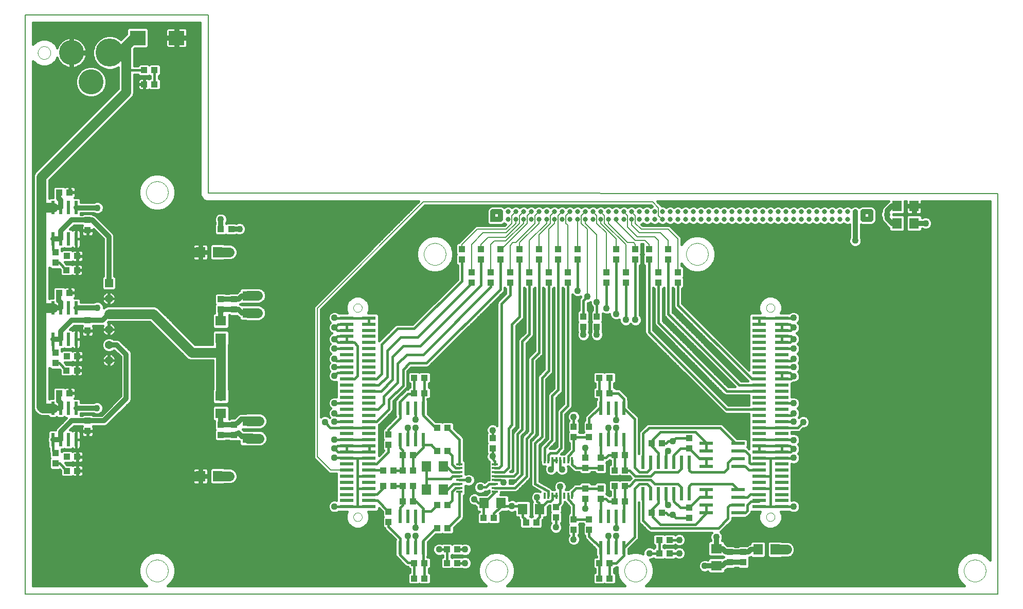
<source format=gtl>
G75*
G70*
%OFA0B0*%
%FSLAX24Y24*%
%IPPOS*%
%LPD*%
%AMOC8*
5,1,8,0,0,1.08239X$1,22.5*
%
%ADD10C,0.0080*%
%ADD11C,0.0000*%
%ADD12R,0.0630X0.0709*%
%ADD13R,0.0390X0.0120*%
%ADD14R,0.0433X0.0394*%
%ADD15R,0.0394X0.0433*%
%ADD16R,0.0236X0.0866*%
%ADD17R,0.0709X0.0630*%
%ADD18R,0.0710X0.0630*%
%ADD19R,0.0630X0.0710*%
%ADD20R,0.0866X0.0236*%
%ADD21C,0.1817*%
%ADD22C,0.1620*%
%ADD23R,0.1024X0.0945*%
%ADD24R,0.0120X0.0390*%
%ADD25C,0.0317*%
%ADD26R,0.0317X0.0317*%
%ADD27R,0.0906X0.0236*%
%ADD28R,0.0540X0.0540*%
%ADD29C,0.0540*%
%ADD30C,0.0160*%
%ADD31C,0.0436*%
%ADD32C,0.0320*%
%ADD33C,0.0640*%
%ADD34C,0.0060*%
D10*
X000764Y000312D02*
X000764Y037808D01*
X012639Y037808D01*
X012639Y026250D01*
X063819Y026245D01*
X063819Y000312D01*
X000764Y000312D01*
X031576Y022647D02*
X031661Y022647D01*
D11*
X026617Y022312D02*
X026619Y022365D01*
X026625Y022418D01*
X026635Y022470D01*
X026648Y022521D01*
X026666Y022571D01*
X026687Y022620D01*
X026712Y022667D01*
X026740Y022711D01*
X026772Y022754D01*
X026806Y022794D01*
X026844Y022832D01*
X026884Y022866D01*
X026927Y022898D01*
X026972Y022926D01*
X027018Y022951D01*
X027067Y022972D01*
X027117Y022990D01*
X027168Y023003D01*
X027220Y023013D01*
X027273Y023019D01*
X027326Y023021D01*
X027379Y023019D01*
X027432Y023013D01*
X027484Y023003D01*
X027535Y022990D01*
X027585Y022972D01*
X027634Y022951D01*
X027681Y022926D01*
X027725Y022898D01*
X027768Y022866D01*
X027808Y022832D01*
X027846Y022794D01*
X027880Y022754D01*
X027912Y022711D01*
X027940Y022666D01*
X027965Y022620D01*
X027986Y022571D01*
X028004Y022521D01*
X028017Y022470D01*
X028027Y022418D01*
X028033Y022365D01*
X028035Y022312D01*
X028033Y022259D01*
X028027Y022206D01*
X028017Y022154D01*
X028004Y022103D01*
X027986Y022053D01*
X027965Y022004D01*
X027940Y021957D01*
X027912Y021913D01*
X027880Y021870D01*
X027846Y021830D01*
X027808Y021792D01*
X027768Y021758D01*
X027725Y021726D01*
X027680Y021698D01*
X027634Y021673D01*
X027585Y021652D01*
X027535Y021634D01*
X027484Y021621D01*
X027432Y021611D01*
X027379Y021605D01*
X027326Y021603D01*
X027273Y021605D01*
X027220Y021611D01*
X027168Y021621D01*
X027117Y021634D01*
X027067Y021652D01*
X027018Y021673D01*
X026971Y021698D01*
X026927Y021726D01*
X026884Y021758D01*
X026844Y021792D01*
X026806Y021830D01*
X026772Y021870D01*
X026740Y021913D01*
X026712Y021958D01*
X026687Y022004D01*
X026666Y022053D01*
X026648Y022103D01*
X026635Y022154D01*
X026625Y022206D01*
X026619Y022259D01*
X026617Y022312D01*
X022050Y018834D02*
X022052Y018867D01*
X022058Y018899D01*
X022067Y018930D01*
X022080Y018960D01*
X022097Y018988D01*
X022117Y019014D01*
X022140Y019038D01*
X022165Y019058D01*
X022193Y019076D01*
X022222Y019090D01*
X022253Y019100D01*
X022285Y019107D01*
X022318Y019110D01*
X022351Y019109D01*
X022383Y019104D01*
X022414Y019095D01*
X022445Y019083D01*
X022473Y019067D01*
X022500Y019048D01*
X022524Y019026D01*
X022545Y019001D01*
X022564Y018974D01*
X022579Y018945D01*
X022590Y018915D01*
X022598Y018883D01*
X022602Y018850D01*
X022602Y018818D01*
X022598Y018785D01*
X022590Y018753D01*
X022579Y018723D01*
X022564Y018694D01*
X022545Y018667D01*
X022524Y018642D01*
X022500Y018620D01*
X022473Y018601D01*
X022445Y018585D01*
X022414Y018573D01*
X022383Y018564D01*
X022351Y018559D01*
X022318Y018558D01*
X022285Y018561D01*
X022253Y018568D01*
X022222Y018578D01*
X022193Y018592D01*
X022165Y018610D01*
X022140Y018630D01*
X022117Y018654D01*
X022097Y018680D01*
X022080Y018708D01*
X022067Y018738D01*
X022058Y018769D01*
X022052Y018801D01*
X022050Y018834D01*
X008617Y026312D02*
X008619Y026365D01*
X008625Y026418D01*
X008635Y026470D01*
X008648Y026521D01*
X008666Y026571D01*
X008687Y026620D01*
X008712Y026667D01*
X008740Y026711D01*
X008772Y026754D01*
X008806Y026794D01*
X008844Y026832D01*
X008884Y026866D01*
X008927Y026898D01*
X008972Y026926D01*
X009018Y026951D01*
X009067Y026972D01*
X009117Y026990D01*
X009168Y027003D01*
X009220Y027013D01*
X009273Y027019D01*
X009326Y027021D01*
X009379Y027019D01*
X009432Y027013D01*
X009484Y027003D01*
X009535Y026990D01*
X009585Y026972D01*
X009634Y026951D01*
X009681Y026926D01*
X009725Y026898D01*
X009768Y026866D01*
X009808Y026832D01*
X009846Y026794D01*
X009880Y026754D01*
X009912Y026711D01*
X009940Y026666D01*
X009965Y026620D01*
X009986Y026571D01*
X010004Y026521D01*
X010017Y026470D01*
X010027Y026418D01*
X010033Y026365D01*
X010035Y026312D01*
X010033Y026259D01*
X010027Y026206D01*
X010017Y026154D01*
X010004Y026103D01*
X009986Y026053D01*
X009965Y026004D01*
X009940Y025957D01*
X009912Y025913D01*
X009880Y025870D01*
X009846Y025830D01*
X009808Y025792D01*
X009768Y025758D01*
X009725Y025726D01*
X009680Y025698D01*
X009634Y025673D01*
X009585Y025652D01*
X009535Y025634D01*
X009484Y025621D01*
X009432Y025611D01*
X009379Y025605D01*
X009326Y025603D01*
X009273Y025605D01*
X009220Y025611D01*
X009168Y025621D01*
X009117Y025634D01*
X009067Y025652D01*
X009018Y025673D01*
X008971Y025698D01*
X008927Y025726D01*
X008884Y025758D01*
X008844Y025792D01*
X008806Y025830D01*
X008772Y025870D01*
X008740Y025913D01*
X008712Y025958D01*
X008687Y026004D01*
X008666Y026053D01*
X008648Y026103D01*
X008635Y026154D01*
X008625Y026206D01*
X008619Y026259D01*
X008617Y026312D01*
X001595Y035352D02*
X001597Y035392D01*
X001603Y035433D01*
X001613Y035472D01*
X001626Y035510D01*
X001644Y035547D01*
X001665Y035581D01*
X001689Y035614D01*
X001716Y035644D01*
X001746Y035671D01*
X001779Y035695D01*
X001813Y035716D01*
X001850Y035734D01*
X001888Y035747D01*
X001927Y035757D01*
X001968Y035763D01*
X002008Y035765D01*
X002048Y035763D01*
X002089Y035757D01*
X002128Y035747D01*
X002166Y035734D01*
X002203Y035716D01*
X002237Y035695D01*
X002270Y035671D01*
X002300Y035644D01*
X002327Y035614D01*
X002351Y035581D01*
X002372Y035547D01*
X002390Y035510D01*
X002403Y035472D01*
X002413Y035433D01*
X002419Y035392D01*
X002421Y035352D01*
X002419Y035312D01*
X002413Y035271D01*
X002403Y035232D01*
X002390Y035194D01*
X002372Y035157D01*
X002351Y035123D01*
X002327Y035090D01*
X002300Y035060D01*
X002270Y035033D01*
X002237Y035009D01*
X002203Y034988D01*
X002166Y034970D01*
X002128Y034957D01*
X002089Y034947D01*
X002048Y034941D01*
X002008Y034939D01*
X001968Y034941D01*
X001927Y034947D01*
X001888Y034957D01*
X001850Y034970D01*
X001813Y034988D01*
X001779Y035009D01*
X001746Y035033D01*
X001716Y035060D01*
X001689Y035090D01*
X001665Y035123D01*
X001644Y035157D01*
X001626Y035194D01*
X001613Y035232D01*
X001603Y035271D01*
X001597Y035312D01*
X001595Y035352D01*
X022050Y005291D02*
X022052Y005324D01*
X022058Y005356D01*
X022067Y005387D01*
X022080Y005417D01*
X022097Y005445D01*
X022117Y005471D01*
X022140Y005495D01*
X022165Y005515D01*
X022193Y005533D01*
X022222Y005547D01*
X022253Y005557D01*
X022285Y005564D01*
X022318Y005567D01*
X022351Y005566D01*
X022383Y005561D01*
X022414Y005552D01*
X022445Y005540D01*
X022473Y005524D01*
X022500Y005505D01*
X022524Y005483D01*
X022545Y005458D01*
X022564Y005431D01*
X022579Y005402D01*
X022590Y005372D01*
X022598Y005340D01*
X022602Y005307D01*
X022602Y005275D01*
X022598Y005242D01*
X022590Y005210D01*
X022579Y005180D01*
X022564Y005151D01*
X022545Y005124D01*
X022524Y005099D01*
X022500Y005077D01*
X022473Y005058D01*
X022445Y005042D01*
X022414Y005030D01*
X022383Y005021D01*
X022351Y005016D01*
X022318Y005015D01*
X022285Y005018D01*
X022253Y005025D01*
X022222Y005035D01*
X022193Y005049D01*
X022165Y005067D01*
X022140Y005087D01*
X022117Y005111D01*
X022097Y005137D01*
X022080Y005165D01*
X022067Y005195D01*
X022058Y005226D01*
X022052Y005258D01*
X022050Y005291D01*
X030617Y001812D02*
X030619Y001865D01*
X030625Y001918D01*
X030635Y001970D01*
X030648Y002021D01*
X030666Y002071D01*
X030687Y002120D01*
X030712Y002167D01*
X030740Y002211D01*
X030772Y002254D01*
X030806Y002294D01*
X030844Y002332D01*
X030884Y002366D01*
X030927Y002398D01*
X030972Y002426D01*
X031018Y002451D01*
X031067Y002472D01*
X031117Y002490D01*
X031168Y002503D01*
X031220Y002513D01*
X031273Y002519D01*
X031326Y002521D01*
X031379Y002519D01*
X031432Y002513D01*
X031484Y002503D01*
X031535Y002490D01*
X031585Y002472D01*
X031634Y002451D01*
X031681Y002426D01*
X031725Y002398D01*
X031768Y002366D01*
X031808Y002332D01*
X031846Y002294D01*
X031880Y002254D01*
X031912Y002211D01*
X031940Y002166D01*
X031965Y002120D01*
X031986Y002071D01*
X032004Y002021D01*
X032017Y001970D01*
X032027Y001918D01*
X032033Y001865D01*
X032035Y001812D01*
X032033Y001759D01*
X032027Y001706D01*
X032017Y001654D01*
X032004Y001603D01*
X031986Y001553D01*
X031965Y001504D01*
X031940Y001457D01*
X031912Y001413D01*
X031880Y001370D01*
X031846Y001330D01*
X031808Y001292D01*
X031768Y001258D01*
X031725Y001226D01*
X031680Y001198D01*
X031634Y001173D01*
X031585Y001152D01*
X031535Y001134D01*
X031484Y001121D01*
X031432Y001111D01*
X031379Y001105D01*
X031326Y001103D01*
X031273Y001105D01*
X031220Y001111D01*
X031168Y001121D01*
X031117Y001134D01*
X031067Y001152D01*
X031018Y001173D01*
X030971Y001198D01*
X030927Y001226D01*
X030884Y001258D01*
X030844Y001292D01*
X030806Y001330D01*
X030772Y001370D01*
X030740Y001413D01*
X030712Y001458D01*
X030687Y001504D01*
X030666Y001553D01*
X030648Y001603D01*
X030635Y001654D01*
X030625Y001706D01*
X030619Y001759D01*
X030617Y001812D01*
X039617Y001812D02*
X039619Y001865D01*
X039625Y001918D01*
X039635Y001970D01*
X039648Y002021D01*
X039666Y002071D01*
X039687Y002120D01*
X039712Y002167D01*
X039740Y002211D01*
X039772Y002254D01*
X039806Y002294D01*
X039844Y002332D01*
X039884Y002366D01*
X039927Y002398D01*
X039972Y002426D01*
X040018Y002451D01*
X040067Y002472D01*
X040117Y002490D01*
X040168Y002503D01*
X040220Y002513D01*
X040273Y002519D01*
X040326Y002521D01*
X040379Y002519D01*
X040432Y002513D01*
X040484Y002503D01*
X040535Y002490D01*
X040585Y002472D01*
X040634Y002451D01*
X040681Y002426D01*
X040725Y002398D01*
X040768Y002366D01*
X040808Y002332D01*
X040846Y002294D01*
X040880Y002254D01*
X040912Y002211D01*
X040940Y002166D01*
X040965Y002120D01*
X040986Y002071D01*
X041004Y002021D01*
X041017Y001970D01*
X041027Y001918D01*
X041033Y001865D01*
X041035Y001812D01*
X041033Y001759D01*
X041027Y001706D01*
X041017Y001654D01*
X041004Y001603D01*
X040986Y001553D01*
X040965Y001504D01*
X040940Y001457D01*
X040912Y001413D01*
X040880Y001370D01*
X040846Y001330D01*
X040808Y001292D01*
X040768Y001258D01*
X040725Y001226D01*
X040680Y001198D01*
X040634Y001173D01*
X040585Y001152D01*
X040535Y001134D01*
X040484Y001121D01*
X040432Y001111D01*
X040379Y001105D01*
X040326Y001103D01*
X040273Y001105D01*
X040220Y001111D01*
X040168Y001121D01*
X040117Y001134D01*
X040067Y001152D01*
X040018Y001173D01*
X039971Y001198D01*
X039927Y001226D01*
X039884Y001258D01*
X039844Y001292D01*
X039806Y001330D01*
X039772Y001370D01*
X039740Y001413D01*
X039712Y001458D01*
X039687Y001504D01*
X039666Y001553D01*
X039648Y001603D01*
X039635Y001654D01*
X039625Y001706D01*
X039619Y001759D01*
X039617Y001812D01*
X048800Y005291D02*
X048802Y005324D01*
X048808Y005356D01*
X048817Y005387D01*
X048830Y005417D01*
X048847Y005445D01*
X048867Y005471D01*
X048890Y005495D01*
X048915Y005515D01*
X048943Y005533D01*
X048972Y005547D01*
X049003Y005557D01*
X049035Y005564D01*
X049068Y005567D01*
X049101Y005566D01*
X049133Y005561D01*
X049164Y005552D01*
X049195Y005540D01*
X049223Y005524D01*
X049250Y005505D01*
X049274Y005483D01*
X049295Y005458D01*
X049314Y005431D01*
X049329Y005402D01*
X049340Y005372D01*
X049348Y005340D01*
X049352Y005307D01*
X049352Y005275D01*
X049348Y005242D01*
X049340Y005210D01*
X049329Y005180D01*
X049314Y005151D01*
X049295Y005124D01*
X049274Y005099D01*
X049250Y005077D01*
X049223Y005058D01*
X049195Y005042D01*
X049164Y005030D01*
X049133Y005021D01*
X049101Y005016D01*
X049068Y005015D01*
X049035Y005018D01*
X049003Y005025D01*
X048972Y005035D01*
X048943Y005049D01*
X048915Y005067D01*
X048890Y005087D01*
X048867Y005111D01*
X048847Y005137D01*
X048830Y005165D01*
X048817Y005195D01*
X048808Y005226D01*
X048802Y005258D01*
X048800Y005291D01*
X061617Y001812D02*
X061619Y001865D01*
X061625Y001918D01*
X061635Y001970D01*
X061648Y002021D01*
X061666Y002071D01*
X061687Y002120D01*
X061712Y002167D01*
X061740Y002211D01*
X061772Y002254D01*
X061806Y002294D01*
X061844Y002332D01*
X061884Y002366D01*
X061927Y002398D01*
X061972Y002426D01*
X062018Y002451D01*
X062067Y002472D01*
X062117Y002490D01*
X062168Y002503D01*
X062220Y002513D01*
X062273Y002519D01*
X062326Y002521D01*
X062379Y002519D01*
X062432Y002513D01*
X062484Y002503D01*
X062535Y002490D01*
X062585Y002472D01*
X062634Y002451D01*
X062681Y002426D01*
X062725Y002398D01*
X062768Y002366D01*
X062808Y002332D01*
X062846Y002294D01*
X062880Y002254D01*
X062912Y002211D01*
X062940Y002166D01*
X062965Y002120D01*
X062986Y002071D01*
X063004Y002021D01*
X063017Y001970D01*
X063027Y001918D01*
X063033Y001865D01*
X063035Y001812D01*
X063033Y001759D01*
X063027Y001706D01*
X063017Y001654D01*
X063004Y001603D01*
X062986Y001553D01*
X062965Y001504D01*
X062940Y001457D01*
X062912Y001413D01*
X062880Y001370D01*
X062846Y001330D01*
X062808Y001292D01*
X062768Y001258D01*
X062725Y001226D01*
X062680Y001198D01*
X062634Y001173D01*
X062585Y001152D01*
X062535Y001134D01*
X062484Y001121D01*
X062432Y001111D01*
X062379Y001105D01*
X062326Y001103D01*
X062273Y001105D01*
X062220Y001111D01*
X062168Y001121D01*
X062117Y001134D01*
X062067Y001152D01*
X062018Y001173D01*
X061971Y001198D01*
X061927Y001226D01*
X061884Y001258D01*
X061844Y001292D01*
X061806Y001330D01*
X061772Y001370D01*
X061740Y001413D01*
X061712Y001458D01*
X061687Y001504D01*
X061666Y001553D01*
X061648Y001603D01*
X061635Y001654D01*
X061625Y001706D01*
X061619Y001759D01*
X061617Y001812D01*
X048800Y018834D02*
X048802Y018867D01*
X048808Y018899D01*
X048817Y018930D01*
X048830Y018960D01*
X048847Y018988D01*
X048867Y019014D01*
X048890Y019038D01*
X048915Y019058D01*
X048943Y019076D01*
X048972Y019090D01*
X049003Y019100D01*
X049035Y019107D01*
X049068Y019110D01*
X049101Y019109D01*
X049133Y019104D01*
X049164Y019095D01*
X049195Y019083D01*
X049223Y019067D01*
X049250Y019048D01*
X049274Y019026D01*
X049295Y019001D01*
X049314Y018974D01*
X049329Y018945D01*
X049340Y018915D01*
X049348Y018883D01*
X049352Y018850D01*
X049352Y018818D01*
X049348Y018785D01*
X049340Y018753D01*
X049329Y018723D01*
X049314Y018694D01*
X049295Y018667D01*
X049274Y018642D01*
X049250Y018620D01*
X049223Y018601D01*
X049195Y018585D01*
X049164Y018573D01*
X049133Y018564D01*
X049101Y018559D01*
X049068Y018558D01*
X049035Y018561D01*
X049003Y018568D01*
X048972Y018578D01*
X048943Y018592D01*
X048915Y018610D01*
X048890Y018630D01*
X048867Y018654D01*
X048847Y018680D01*
X048830Y018708D01*
X048817Y018738D01*
X048808Y018769D01*
X048802Y018801D01*
X048800Y018834D01*
X043617Y022312D02*
X043619Y022365D01*
X043625Y022418D01*
X043635Y022470D01*
X043648Y022521D01*
X043666Y022571D01*
X043687Y022620D01*
X043712Y022667D01*
X043740Y022711D01*
X043772Y022754D01*
X043806Y022794D01*
X043844Y022832D01*
X043884Y022866D01*
X043927Y022898D01*
X043972Y022926D01*
X044018Y022951D01*
X044067Y022972D01*
X044117Y022990D01*
X044168Y023003D01*
X044220Y023013D01*
X044273Y023019D01*
X044326Y023021D01*
X044379Y023019D01*
X044432Y023013D01*
X044484Y023003D01*
X044535Y022990D01*
X044585Y022972D01*
X044634Y022951D01*
X044681Y022926D01*
X044725Y022898D01*
X044768Y022866D01*
X044808Y022832D01*
X044846Y022794D01*
X044880Y022754D01*
X044912Y022711D01*
X044940Y022666D01*
X044965Y022620D01*
X044986Y022571D01*
X045004Y022521D01*
X045017Y022470D01*
X045027Y022418D01*
X045033Y022365D01*
X045035Y022312D01*
X045033Y022259D01*
X045027Y022206D01*
X045017Y022154D01*
X045004Y022103D01*
X044986Y022053D01*
X044965Y022004D01*
X044940Y021957D01*
X044912Y021913D01*
X044880Y021870D01*
X044846Y021830D01*
X044808Y021792D01*
X044768Y021758D01*
X044725Y021726D01*
X044680Y021698D01*
X044634Y021673D01*
X044585Y021652D01*
X044535Y021634D01*
X044484Y021621D01*
X044432Y021611D01*
X044379Y021605D01*
X044326Y021603D01*
X044273Y021605D01*
X044220Y021611D01*
X044168Y021621D01*
X044117Y021634D01*
X044067Y021652D01*
X044018Y021673D01*
X043971Y021698D01*
X043927Y021726D01*
X043884Y021758D01*
X043844Y021792D01*
X043806Y021830D01*
X043772Y021870D01*
X043740Y021913D01*
X043712Y021958D01*
X043687Y022004D01*
X043666Y022053D01*
X043648Y022103D01*
X043635Y022154D01*
X043625Y022206D01*
X043619Y022259D01*
X043617Y022312D01*
X008617Y001812D02*
X008619Y001865D01*
X008625Y001918D01*
X008635Y001970D01*
X008648Y002021D01*
X008666Y002071D01*
X008687Y002120D01*
X008712Y002167D01*
X008740Y002211D01*
X008772Y002254D01*
X008806Y002294D01*
X008844Y002332D01*
X008884Y002366D01*
X008927Y002398D01*
X008972Y002426D01*
X009018Y002451D01*
X009067Y002472D01*
X009117Y002490D01*
X009168Y002503D01*
X009220Y002513D01*
X009273Y002519D01*
X009326Y002521D01*
X009379Y002519D01*
X009432Y002513D01*
X009484Y002503D01*
X009535Y002490D01*
X009585Y002472D01*
X009634Y002451D01*
X009681Y002426D01*
X009725Y002398D01*
X009768Y002366D01*
X009808Y002332D01*
X009846Y002294D01*
X009880Y002254D01*
X009912Y002211D01*
X009940Y002166D01*
X009965Y002120D01*
X009986Y002071D01*
X010004Y002021D01*
X010017Y001970D01*
X010027Y001918D01*
X010033Y001865D01*
X010035Y001812D01*
X010033Y001759D01*
X010027Y001706D01*
X010017Y001654D01*
X010004Y001603D01*
X009986Y001553D01*
X009965Y001504D01*
X009940Y001457D01*
X009912Y001413D01*
X009880Y001370D01*
X009846Y001330D01*
X009808Y001292D01*
X009768Y001258D01*
X009725Y001226D01*
X009680Y001198D01*
X009634Y001173D01*
X009585Y001152D01*
X009535Y001134D01*
X009484Y001121D01*
X009432Y001111D01*
X009379Y001105D01*
X009326Y001103D01*
X009273Y001105D01*
X009220Y001111D01*
X009168Y001121D01*
X009117Y001134D01*
X009067Y001152D01*
X009018Y001173D01*
X008971Y001198D01*
X008927Y001226D01*
X008884Y001258D01*
X008844Y001292D01*
X008806Y001330D01*
X008772Y001370D01*
X008740Y001413D01*
X008712Y001458D01*
X008687Y001504D01*
X008666Y001553D01*
X008648Y001603D01*
X008635Y001654D01*
X008625Y001706D01*
X008619Y001759D01*
X008617Y001812D01*
D12*
X026775Y007062D03*
X027878Y007062D03*
X027878Y008562D03*
X026775Y008562D03*
X030525Y006187D03*
X031628Y006187D03*
X033025Y005812D03*
X034128Y005812D03*
D13*
X031225Y006917D03*
X031225Y007173D03*
X031225Y007429D03*
X031225Y007684D03*
X031225Y007940D03*
X031225Y008196D03*
X031225Y008452D03*
X031225Y008708D03*
X028928Y008708D03*
X028928Y008452D03*
X028928Y008196D03*
X028928Y007940D03*
X028928Y007684D03*
X028928Y007429D03*
X028928Y007173D03*
X028928Y006917D03*
D14*
X028161Y006062D03*
X027492Y006062D03*
X025911Y006312D03*
X025242Y006312D03*
X025242Y007312D03*
X024661Y007312D03*
X023992Y007312D03*
X023992Y008312D03*
X024661Y008312D03*
X025242Y008312D03*
X025911Y008312D03*
X025911Y009312D03*
X025242Y009312D03*
X025911Y007312D03*
X027492Y009562D03*
X028161Y009562D03*
X028161Y011062D03*
X027492Y011062D03*
X026661Y013312D03*
X025992Y013312D03*
X025992Y014312D03*
X026661Y014312D03*
X030492Y005219D03*
X031161Y005219D03*
X033242Y004937D03*
X033911Y004937D03*
X037992Y002312D03*
X038661Y002312D03*
X038661Y001312D03*
X037992Y001312D03*
X041867Y002937D03*
X042536Y002937D03*
X042536Y003812D03*
X041867Y003812D03*
X042036Y005562D03*
X041367Y005562D03*
X039661Y006312D03*
X038992Y006312D03*
X038992Y007312D03*
X039661Y007312D03*
X039661Y008312D03*
X038992Y008312D03*
X038992Y009312D03*
X039661Y009312D03*
X041367Y010062D03*
X042036Y010062D03*
X038661Y013312D03*
X037992Y013312D03*
X037992Y014312D03*
X038661Y014312D03*
X028161Y004562D03*
X027492Y004562D03*
X028117Y003187D03*
X028786Y003187D03*
X028786Y002312D03*
X028117Y002312D03*
X026661Y002312D03*
X025992Y002312D03*
X025992Y001312D03*
X026661Y001312D03*
X004161Y008281D03*
X003492Y008281D03*
X003492Y009187D03*
X004161Y009187D03*
X003661Y013312D03*
X002992Y013312D03*
X003461Y014781D03*
X004130Y014781D03*
X004161Y015687D03*
X003492Y015687D03*
X003661Y019812D03*
X002992Y019812D03*
X003461Y021281D03*
X004130Y021281D03*
X004161Y022187D03*
X003492Y022187D03*
X003661Y026312D03*
X002992Y026312D03*
X008492Y033312D03*
X009161Y033312D03*
X009161Y034219D03*
X008492Y034219D03*
X013461Y023937D03*
X014130Y023937D03*
D15*
X014326Y019397D03*
X014326Y018728D03*
X013451Y018728D03*
X013451Y019397D03*
X004826Y018022D03*
X004826Y017353D03*
X002733Y015928D03*
X002733Y015259D03*
X004826Y011522D03*
X004826Y010853D03*
X002733Y009428D03*
X002733Y008759D03*
X013451Y010603D03*
X013451Y011272D03*
X014326Y011272D03*
X014326Y010603D03*
X024326Y010647D03*
X024326Y009978D03*
X024326Y005647D03*
X024326Y004978D03*
X031076Y009728D03*
X031076Y010397D03*
X036326Y010478D03*
X036326Y011147D03*
X037326Y011147D03*
X037326Y010478D03*
X037076Y009147D03*
X037076Y008478D03*
X038076Y008478D03*
X038076Y009147D03*
X038076Y007147D03*
X038076Y006478D03*
X037076Y006478D03*
X037076Y007147D03*
X035170Y005928D03*
X035170Y005259D03*
X036326Y005147D03*
X036326Y004478D03*
X037326Y004478D03*
X037326Y005147D03*
X043826Y005228D03*
X043826Y005897D03*
X046451Y003022D03*
X046451Y002353D03*
X047326Y002353D03*
X047326Y003022D03*
X043826Y009728D03*
X043826Y010397D03*
X037826Y017603D03*
X037826Y018272D03*
X036951Y018272D03*
X036951Y017603D03*
X035951Y020478D03*
X035951Y021147D03*
X035326Y021978D03*
X035326Y022647D03*
X034076Y022647D03*
X034076Y021978D03*
X033451Y021147D03*
X033451Y020478D03*
X032201Y020478D03*
X032201Y021147D03*
X031576Y021978D03*
X031576Y022647D03*
X030326Y022647D03*
X030326Y021978D03*
X029701Y021147D03*
X029701Y020478D03*
X030951Y020478D03*
X030951Y021147D03*
X029076Y021978D03*
X029076Y022647D03*
X032826Y022647D03*
X032826Y021978D03*
X034701Y021147D03*
X034701Y020478D03*
X036576Y021978D03*
X036576Y022647D03*
X038451Y021147D03*
X038451Y020478D03*
X039701Y020478D03*
X039701Y021147D03*
X039076Y021978D03*
X039076Y022647D03*
X040326Y022647D03*
X040326Y021978D03*
X041201Y021978D03*
X041201Y022647D03*
X042451Y022647D03*
X042451Y021978D03*
X041826Y021147D03*
X041826Y020478D03*
X043076Y020478D03*
X043076Y021147D03*
X004826Y023853D03*
X004826Y024522D03*
X002733Y022428D03*
X002733Y021759D03*
D16*
X002576Y023289D03*
X003076Y023289D03*
X003576Y023289D03*
X004076Y023289D03*
X004076Y025336D03*
X003576Y025336D03*
X003076Y025336D03*
X002576Y025336D03*
X002576Y018836D03*
X003076Y018836D03*
X003576Y018836D03*
X004076Y018836D03*
X004076Y016789D03*
X003576Y016789D03*
X003076Y016789D03*
X002576Y016789D03*
X002576Y012336D03*
X003076Y012336D03*
X003576Y012336D03*
X004076Y012336D03*
X004076Y010289D03*
X003576Y010289D03*
X003076Y010289D03*
X002576Y010289D03*
X025076Y010289D03*
X025576Y010289D03*
X026076Y010289D03*
X026576Y010289D03*
X026576Y012336D03*
X026076Y012336D03*
X025576Y012336D03*
X025076Y012336D03*
X025076Y005336D03*
X025576Y005336D03*
X026076Y005336D03*
X026576Y005336D03*
X026576Y003289D03*
X026076Y003289D03*
X025576Y003289D03*
X025076Y003289D03*
X038076Y003289D03*
X038576Y003289D03*
X039076Y003289D03*
X039576Y003289D03*
X039576Y005336D03*
X039076Y005336D03*
X038576Y005336D03*
X038076Y005336D03*
X040826Y006789D03*
X041326Y006789D03*
X041826Y006789D03*
X042326Y006789D03*
X042826Y006789D03*
X043326Y006789D03*
X043826Y006789D03*
X043826Y008836D03*
X043326Y008836D03*
X042826Y008836D03*
X042326Y008836D03*
X041826Y008836D03*
X041326Y008836D03*
X040826Y008836D03*
X039576Y010289D03*
X039076Y010289D03*
X038576Y010289D03*
X038076Y010289D03*
X038076Y012336D03*
X038576Y012336D03*
X039076Y012336D03*
X039576Y012336D03*
D17*
X045576Y003239D03*
X045576Y002136D03*
X015201Y010386D03*
X015201Y011489D03*
X015201Y018511D03*
X015201Y019614D03*
D18*
X013451Y017997D03*
X013451Y016878D03*
X013451Y013122D03*
X013451Y012003D03*
D19*
X013261Y007937D03*
X012142Y007937D03*
X012142Y022437D03*
X013261Y022437D03*
X048267Y003187D03*
X049386Y003187D03*
X057267Y024312D03*
X058386Y024312D03*
X058386Y025437D03*
X057267Y025437D03*
D20*
X046975Y010062D03*
X046975Y009562D03*
X046975Y009062D03*
X046975Y008562D03*
X046975Y007062D03*
X046975Y006562D03*
X046975Y006062D03*
X046975Y005562D03*
X044928Y005562D03*
X044928Y006062D03*
X044928Y006562D03*
X044928Y007062D03*
X044928Y008562D03*
X044928Y009062D03*
X044928Y009562D03*
X044928Y010062D03*
D21*
X006260Y035352D03*
D22*
X005039Y033462D03*
X003779Y035352D03*
D23*
X008067Y036312D03*
X010586Y036312D03*
D24*
X034431Y008961D03*
X034687Y008961D03*
X034943Y008961D03*
X035199Y008961D03*
X035454Y008961D03*
X035710Y008961D03*
X035966Y008961D03*
X036222Y008961D03*
X036222Y006664D03*
X035966Y006664D03*
X035710Y006664D03*
X035454Y006664D03*
X035199Y006664D03*
X034943Y006664D03*
X034687Y006664D03*
X034431Y006664D03*
D25*
X034576Y024562D03*
X034076Y024562D03*
X033576Y024562D03*
X033076Y024562D03*
X032576Y024562D03*
X032076Y024562D03*
X031576Y024562D03*
X031576Y025062D03*
X031076Y025062D03*
X032076Y025062D03*
X032576Y025062D03*
X033076Y025062D03*
X033576Y025062D03*
X034076Y025062D03*
X034576Y025062D03*
X035076Y025062D03*
X035076Y024562D03*
X035576Y024562D03*
X035576Y025062D03*
X036076Y025062D03*
X036076Y024562D03*
X036576Y024562D03*
X036576Y025062D03*
X037076Y025062D03*
X037076Y024562D03*
X037576Y024562D03*
X037576Y025062D03*
X038076Y025062D03*
X038076Y024562D03*
X038576Y024562D03*
X038576Y025062D03*
X039076Y025062D03*
X039076Y024562D03*
X039576Y024562D03*
X039576Y025062D03*
X040076Y025062D03*
X040076Y024562D03*
X040576Y024562D03*
X040576Y025062D03*
X041076Y025062D03*
X041076Y024562D03*
X041576Y024562D03*
X041576Y025062D03*
X042076Y025062D03*
X042076Y024562D03*
X042576Y024562D03*
X042576Y025062D03*
X043076Y025062D03*
X043076Y024562D03*
X043576Y024562D03*
X043576Y025062D03*
X044076Y025062D03*
X044076Y024562D03*
X044576Y024562D03*
X044576Y025062D03*
X045076Y025062D03*
X045076Y024562D03*
X045576Y024562D03*
X045576Y025062D03*
X046076Y025062D03*
X046076Y024562D03*
X046576Y024562D03*
X046576Y025062D03*
X047076Y025062D03*
X047076Y024562D03*
X047576Y024562D03*
X047576Y025062D03*
X048076Y025062D03*
X048076Y024562D03*
X048576Y024562D03*
X048576Y025062D03*
X049076Y025062D03*
X049076Y024562D03*
X049576Y024562D03*
X049576Y025062D03*
X050076Y025062D03*
X050076Y024562D03*
X050576Y024562D03*
X050576Y025062D03*
X051076Y025062D03*
X051076Y024562D03*
X051576Y024562D03*
X051576Y025062D03*
X052076Y025062D03*
X052076Y024562D03*
X052576Y024562D03*
X052576Y025062D03*
X053076Y025062D03*
X053076Y024562D03*
X053576Y024562D03*
X053576Y025062D03*
X054076Y025062D03*
X054076Y024562D03*
X054576Y024562D03*
X054576Y025062D03*
X055076Y025062D03*
X055076Y024562D03*
X055576Y024562D03*
X055576Y025062D03*
D26*
X031076Y024562D03*
D27*
X023055Y018165D03*
X023055Y017771D03*
X023055Y017377D03*
X023055Y016984D03*
X023055Y016590D03*
X023055Y016196D03*
X023055Y015803D03*
X023055Y015409D03*
X023055Y015015D03*
X023055Y014621D03*
X023055Y014228D03*
X023055Y013834D03*
X023055Y013440D03*
X023055Y013047D03*
X023055Y012653D03*
X023055Y012259D03*
X023055Y011866D03*
X023055Y011472D03*
X023055Y011078D03*
X023055Y010684D03*
X023055Y010291D03*
X023055Y009897D03*
X023055Y009503D03*
X023055Y009110D03*
X023055Y008716D03*
X023055Y008322D03*
X023055Y007929D03*
X023055Y007535D03*
X023055Y007141D03*
X023055Y006747D03*
X023055Y006354D03*
X023055Y005960D03*
X021598Y005960D03*
X021598Y006354D03*
X021598Y006747D03*
X021598Y007141D03*
X021598Y007535D03*
X021598Y007929D03*
X021598Y008322D03*
X021598Y008716D03*
X021598Y009110D03*
X021598Y009503D03*
X021598Y009897D03*
X021598Y010291D03*
X021598Y010684D03*
X021598Y011078D03*
X021598Y011472D03*
X021598Y011866D03*
X021598Y012259D03*
X021598Y012653D03*
X021598Y013047D03*
X021598Y013440D03*
X021598Y013834D03*
X021598Y014228D03*
X021598Y014621D03*
X021598Y015015D03*
X021598Y015409D03*
X021598Y015803D03*
X021598Y016196D03*
X021598Y016590D03*
X021598Y016984D03*
X021598Y017377D03*
X021598Y017771D03*
X021598Y018165D03*
X048348Y018165D03*
X048348Y017771D03*
X048348Y017377D03*
X048348Y016984D03*
X048348Y016590D03*
X048348Y016196D03*
X048348Y015803D03*
X048348Y015409D03*
X048348Y015015D03*
X048348Y014621D03*
X048348Y014228D03*
X048348Y013834D03*
X048348Y013440D03*
X048348Y013047D03*
X048348Y012653D03*
X048348Y012259D03*
X048348Y011866D03*
X048348Y011472D03*
X048348Y011078D03*
X048348Y010684D03*
X048348Y010291D03*
X048348Y009897D03*
X048348Y009503D03*
X048348Y009110D03*
X048348Y008716D03*
X048348Y008322D03*
X048348Y007929D03*
X048348Y007535D03*
X048348Y007141D03*
X048348Y006747D03*
X048348Y006354D03*
X048348Y005960D03*
X049805Y005960D03*
X049805Y006354D03*
X049805Y006747D03*
X049805Y007141D03*
X049805Y007535D03*
X049805Y007929D03*
X049805Y008322D03*
X049805Y008716D03*
X049805Y009110D03*
X049805Y009503D03*
X049805Y009897D03*
X049805Y010291D03*
X049805Y010684D03*
X049805Y011078D03*
X049805Y011472D03*
X049805Y011866D03*
X049805Y012259D03*
X049805Y012653D03*
X049805Y013047D03*
X049805Y013440D03*
X049805Y013834D03*
X049805Y014228D03*
X049805Y014621D03*
X049805Y015015D03*
X049805Y015409D03*
X049805Y015803D03*
X049805Y016196D03*
X049805Y016590D03*
X049805Y016984D03*
X049805Y017377D03*
X049805Y017771D03*
X049805Y018165D03*
D28*
X006201Y020437D03*
D29*
X006201Y019437D03*
X006201Y018437D03*
X006201Y017437D03*
X006201Y016437D03*
X006201Y015437D03*
D30*
X006191Y015427D02*
X006211Y015427D01*
X006211Y014987D01*
X006237Y014987D01*
X006307Y014999D01*
X006374Y015020D01*
X006437Y015053D01*
X006495Y015094D01*
X006545Y015144D01*
X006586Y015202D01*
X006618Y015265D01*
X006640Y015332D01*
X006651Y015402D01*
X006651Y015427D01*
X006212Y015427D01*
X006212Y015447D01*
X006651Y015447D01*
X006651Y015473D01*
X006640Y015543D01*
X006618Y015610D01*
X006586Y015673D01*
X006545Y015731D01*
X006495Y015781D01*
X006437Y015822D01*
X006374Y015854D01*
X006307Y015876D01*
X006237Y015887D01*
X006211Y015887D01*
X006211Y015448D01*
X006191Y015448D01*
X006191Y015887D01*
X006166Y015887D01*
X006096Y015876D01*
X006029Y015854D01*
X005966Y015822D01*
X005908Y015781D01*
X005858Y015731D01*
X005817Y015673D01*
X005784Y015610D01*
X005763Y015543D01*
X005751Y015473D01*
X005751Y015447D01*
X006191Y015447D01*
X006191Y015427D01*
X006191Y014987D01*
X006166Y014987D01*
X006096Y014999D01*
X006029Y015020D01*
X005966Y015053D01*
X005908Y015094D01*
X005858Y015144D01*
X005817Y015202D01*
X005784Y015265D01*
X005763Y015332D01*
X005751Y015402D01*
X005751Y015427D01*
X006191Y015427D01*
X006191Y015374D02*
X006211Y015374D01*
X006211Y015216D02*
X006191Y015216D01*
X006191Y015057D02*
X006211Y015057D01*
X006443Y015057D02*
X006966Y015057D01*
X006966Y015216D02*
X006593Y015216D01*
X006647Y015374D02*
X006966Y015374D01*
X006966Y015533D02*
X006642Y015533D01*
X006573Y015691D02*
X006939Y015691D01*
X006966Y015663D02*
X006966Y013118D01*
X005731Y011882D01*
X005163Y011882D01*
X005106Y011939D01*
X004547Y011939D01*
X004490Y011882D01*
X004395Y011882D01*
X004395Y011984D01*
X005197Y011984D01*
X005337Y011926D01*
X005503Y011926D01*
X005657Y011989D01*
X005775Y012107D01*
X005838Y012261D01*
X005838Y012427D01*
X005775Y012581D01*
X005657Y012698D01*
X005503Y012762D01*
X005337Y012762D01*
X005197Y012704D01*
X004395Y012704D01*
X004395Y012852D01*
X004277Y012969D01*
X003984Y012969D01*
X003988Y012972D01*
X004022Y013005D01*
X004045Y013046D01*
X004058Y013092D01*
X004058Y013294D01*
X003680Y013294D01*
X003680Y013331D01*
X004058Y013331D01*
X004058Y013533D01*
X004045Y013579D01*
X004022Y013620D01*
X003988Y013653D01*
X003947Y013677D01*
X003901Y013689D01*
X003680Y013689D01*
X003680Y013331D01*
X003643Y013331D01*
X003643Y013689D01*
X003421Y013689D01*
X003375Y013677D01*
X003342Y013658D01*
X003291Y013709D01*
X002692Y013709D01*
X002575Y013592D01*
X002575Y013033D01*
X002591Y013017D01*
X002591Y012969D01*
X002375Y012969D01*
X002346Y012940D01*
X002346Y014949D01*
X002453Y014843D01*
X003003Y014843D01*
X003044Y014802D01*
X003044Y014501D01*
X003161Y014384D01*
X003760Y014384D01*
X003811Y014436D01*
X003844Y014417D01*
X003890Y014404D01*
X004111Y014404D01*
X004111Y014762D01*
X004148Y014762D01*
X004148Y014404D01*
X004370Y014404D01*
X004416Y014417D01*
X004457Y014440D01*
X004490Y014474D01*
X004514Y014515D01*
X004526Y014561D01*
X004526Y014763D01*
X004149Y014763D01*
X004149Y014800D01*
X004526Y014800D01*
X004526Y015002D01*
X004514Y015047D01*
X004490Y015089D01*
X004457Y015122D01*
X004416Y015146D01*
X004370Y015158D01*
X004148Y015158D01*
X004148Y014800D01*
X004111Y014800D01*
X004111Y015158D01*
X003890Y015158D01*
X003844Y015146D01*
X003811Y015127D01*
X003760Y015178D01*
X003460Y015178D01*
X003347Y015291D01*
X003791Y015291D01*
X003842Y015342D01*
X003875Y015323D01*
X003921Y015311D01*
X004143Y015311D01*
X004143Y015669D01*
X004180Y015669D01*
X004180Y015706D01*
X004558Y015706D01*
X004558Y015908D01*
X004545Y015954D01*
X004522Y015995D01*
X004488Y016028D01*
X004447Y016052D01*
X004401Y016064D01*
X004180Y016064D01*
X004180Y015706D01*
X004143Y015706D01*
X004143Y016064D01*
X003921Y016064D01*
X003875Y016052D01*
X003842Y016033D01*
X003791Y016084D01*
X003192Y016084D01*
X003130Y016021D01*
X003130Y016156D01*
X003277Y016156D01*
X003326Y016205D01*
X003375Y016156D01*
X003777Y016156D01*
X003841Y016219D01*
X003848Y016212D01*
X003889Y016188D01*
X003935Y016176D01*
X004076Y016176D01*
X004076Y016788D01*
X004077Y016788D01*
X004077Y016176D01*
X004218Y016176D01*
X004264Y016188D01*
X004305Y016212D01*
X004339Y016245D01*
X004362Y016286D01*
X004375Y016332D01*
X004375Y016789D01*
X004375Y017246D01*
X004362Y017291D01*
X004339Y017332D01*
X004305Y017366D01*
X004264Y017390D01*
X004218Y017402D01*
X004077Y017402D01*
X004077Y016789D01*
X004375Y016789D01*
X004077Y016789D01*
X004077Y016789D01*
X004076Y016789D01*
X004076Y017402D01*
X003935Y017402D01*
X003889Y017390D01*
X003848Y017366D01*
X003841Y017359D01*
X003777Y017422D01*
X003695Y017422D01*
X003935Y017662D01*
X004475Y017662D01*
X004462Y017639D01*
X004450Y017593D01*
X004450Y017371D01*
X004808Y017371D01*
X004808Y017334D01*
X004845Y017334D01*
X004845Y016956D01*
X005047Y016956D01*
X005093Y016969D01*
X005134Y016992D01*
X005167Y017026D01*
X005191Y017067D01*
X005203Y017113D01*
X005203Y017334D01*
X004845Y017334D01*
X004845Y017371D01*
X005203Y017371D01*
X005203Y017593D01*
X005191Y017639D01*
X005178Y017662D01*
X005811Y017662D01*
X005784Y017610D01*
X005763Y017543D01*
X005751Y017473D01*
X005751Y017447D01*
X006191Y017447D01*
X006191Y017427D01*
X006211Y017427D01*
X006211Y016987D01*
X006237Y016987D01*
X006307Y016999D01*
X006374Y017020D01*
X006437Y017053D01*
X006495Y017094D01*
X006545Y017144D01*
X006586Y017202D01*
X006618Y017265D01*
X006640Y017332D01*
X006651Y017402D01*
X006651Y017427D01*
X006212Y017427D01*
X006212Y017447D01*
X006651Y017447D01*
X006651Y017473D01*
X006640Y017543D01*
X006618Y017610D01*
X006586Y017673D01*
X006545Y017731D01*
X006495Y017781D01*
X006437Y017822D01*
X006374Y017854D01*
X006307Y017876D01*
X006237Y017887D01*
X006211Y017887D01*
X006211Y017448D01*
X006191Y017448D01*
X006191Y017887D01*
X006166Y017887D01*
X006159Y017886D01*
X006191Y017917D01*
X008861Y017917D01*
X009563Y017215D01*
X009563Y017215D01*
X009719Y017059D01*
X011136Y015643D01*
X011282Y015497D01*
X011473Y015417D01*
X012931Y015417D01*
X012931Y013555D01*
X012897Y013520D01*
X012897Y012724D01*
X013014Y012607D01*
X013336Y012607D01*
X013348Y012602D01*
X013555Y012602D01*
X013567Y012607D01*
X013889Y012607D01*
X014006Y012724D01*
X014006Y013520D01*
X013971Y013555D01*
X013971Y015834D01*
X013971Y016041D01*
X013971Y016445D01*
X014006Y016480D01*
X014006Y017275D01*
X013889Y017393D01*
X013567Y017393D01*
X013555Y017398D01*
X013348Y017398D01*
X013336Y017393D01*
X013014Y017393D01*
X012897Y017275D01*
X012897Y016480D01*
X012919Y016457D01*
X011792Y016457D01*
X010455Y017794D01*
X010299Y017951D01*
X009371Y018878D01*
X009180Y018957D01*
X008973Y018957D01*
X006098Y018957D01*
X005907Y018878D01*
X005870Y018841D01*
X005870Y018927D01*
X005806Y019081D01*
X005688Y019198D01*
X005535Y019262D01*
X005368Y019262D01*
X005228Y019204D01*
X004395Y019204D01*
X004395Y019352D01*
X004277Y019469D01*
X003984Y019469D01*
X003988Y019472D01*
X004022Y019505D01*
X004045Y019546D01*
X004058Y019592D01*
X004058Y019794D01*
X003680Y019794D01*
X003680Y019831D01*
X004058Y019831D01*
X004058Y020033D01*
X004045Y020079D01*
X004022Y020120D01*
X003988Y020153D01*
X003947Y020177D01*
X003901Y020189D01*
X003680Y020189D01*
X003680Y019831D01*
X003643Y019831D01*
X003643Y020189D01*
X003421Y020189D01*
X003375Y020177D01*
X003342Y020158D01*
X003291Y020209D01*
X002692Y020209D01*
X002575Y020092D01*
X002575Y019533D01*
X002591Y019517D01*
X002591Y019469D01*
X002375Y019469D01*
X002346Y019440D01*
X002346Y021449D01*
X002453Y021343D01*
X003003Y021343D01*
X003044Y021302D01*
X003044Y021001D01*
X003161Y020884D01*
X003760Y020884D01*
X003811Y020936D01*
X003844Y020917D01*
X003890Y020904D01*
X004111Y020904D01*
X004111Y021262D01*
X004148Y021262D01*
X004148Y020904D01*
X004370Y020904D01*
X004416Y020917D01*
X004457Y020940D01*
X004490Y020974D01*
X004514Y021015D01*
X004526Y021061D01*
X004526Y021263D01*
X004149Y021263D01*
X004149Y021300D01*
X004526Y021300D01*
X004526Y021502D01*
X004514Y021547D01*
X004490Y021589D01*
X004457Y021622D01*
X004416Y021646D01*
X004370Y021658D01*
X004148Y021658D01*
X004148Y021300D01*
X004111Y021300D01*
X004111Y021658D01*
X003890Y021658D01*
X003844Y021646D01*
X003811Y021627D01*
X003760Y021678D01*
X003460Y021678D01*
X003347Y021791D01*
X003791Y021791D01*
X003842Y021842D01*
X003875Y021823D01*
X003921Y021811D01*
X004143Y021811D01*
X004143Y022169D01*
X004180Y022169D01*
X004180Y022206D01*
X004558Y022206D01*
X004558Y022408D01*
X004545Y022454D01*
X004522Y022495D01*
X004488Y022528D01*
X004447Y022552D01*
X004401Y022564D01*
X004180Y022564D01*
X004180Y022206D01*
X004143Y022206D01*
X004143Y022564D01*
X003921Y022564D01*
X003875Y022552D01*
X003842Y022533D01*
X003791Y022584D01*
X003192Y022584D01*
X003130Y022521D01*
X003130Y022656D01*
X003277Y022656D01*
X003326Y022705D01*
X003375Y022656D01*
X003777Y022656D01*
X003841Y022719D01*
X003848Y022712D01*
X003889Y022688D01*
X003935Y022676D01*
X004076Y022676D01*
X004076Y023288D01*
X004077Y023288D01*
X004077Y022676D01*
X004218Y022676D01*
X004264Y022688D01*
X004305Y022712D01*
X004339Y022745D01*
X004362Y022786D01*
X004375Y022832D01*
X004375Y023289D01*
X004375Y023746D01*
X004362Y023791D01*
X004339Y023832D01*
X004305Y023866D01*
X004264Y023890D01*
X004218Y023902D01*
X004077Y023902D01*
X004077Y023289D01*
X004375Y023289D01*
X004077Y023289D01*
X004077Y023289D01*
X004076Y023289D01*
X004076Y023902D01*
X003935Y023902D01*
X003889Y023890D01*
X003848Y023866D01*
X003841Y023859D01*
X003777Y023922D01*
X003695Y023922D01*
X003935Y024162D01*
X004475Y024162D01*
X004462Y024139D01*
X004450Y024093D01*
X004450Y023871D01*
X004808Y023871D01*
X004808Y023834D01*
X004845Y023834D01*
X004845Y023456D01*
X005047Y023456D01*
X005093Y023469D01*
X005134Y023492D01*
X005167Y023526D01*
X005191Y023567D01*
X005203Y023613D01*
X005203Y023834D01*
X004845Y023834D01*
X004845Y023871D01*
X005203Y023871D01*
X005203Y023927D01*
X005841Y023288D01*
X005841Y020900D01*
X005731Y020790D01*
X005731Y020085D01*
X005849Y019967D01*
X006554Y019967D01*
X006671Y020085D01*
X006671Y020790D01*
X006561Y020900D01*
X006561Y023509D01*
X006507Y023641D01*
X006405Y023743D01*
X005321Y024827D01*
X005188Y024882D01*
X005163Y024882D01*
X005106Y024939D01*
X004547Y024939D01*
X004490Y024882D01*
X004395Y024882D01*
X004395Y024952D01*
X005228Y024952D01*
X005368Y024894D01*
X005535Y024894D01*
X005688Y024958D01*
X005806Y025076D01*
X005870Y025229D01*
X005870Y025396D01*
X005806Y025549D01*
X005688Y025667D01*
X005535Y025731D01*
X005368Y025731D01*
X005228Y025672D01*
X004395Y025672D01*
X004395Y025852D01*
X004277Y025969D01*
X003984Y025969D01*
X003988Y025972D01*
X004022Y026005D01*
X004045Y026046D01*
X004058Y026092D01*
X004058Y026294D01*
X003680Y026294D01*
X003680Y026331D01*
X004058Y026331D01*
X004058Y026533D01*
X004045Y026579D01*
X004022Y026620D01*
X003988Y026653D01*
X003947Y026677D01*
X003901Y026689D01*
X003680Y026689D01*
X003680Y026331D01*
X003643Y026331D01*
X003643Y026689D01*
X003421Y026689D01*
X003375Y026677D01*
X003342Y026658D01*
X003291Y026709D01*
X002692Y026709D01*
X002575Y026592D01*
X002575Y026033D01*
X002591Y026017D01*
X002591Y025969D01*
X002375Y025969D01*
X002346Y025940D01*
X002346Y027097D01*
X007621Y032372D01*
X007767Y032518D01*
X007846Y032709D01*
X007846Y033939D01*
X008076Y033939D01*
X008192Y033822D01*
X008791Y033822D01*
X008826Y033857D01*
X008862Y033822D01*
X008881Y033822D01*
X008881Y033709D01*
X008862Y033709D01*
X008811Y033658D01*
X008778Y033677D01*
X008732Y033689D01*
X008510Y033689D01*
X008510Y033331D01*
X008473Y033331D01*
X008473Y033294D01*
X008095Y033294D01*
X008095Y033092D01*
X008108Y033046D01*
X008131Y033005D01*
X008165Y032972D01*
X008206Y032948D01*
X008252Y032936D01*
X008473Y032936D01*
X008473Y033294D01*
X008510Y033294D01*
X008510Y032936D01*
X008732Y032936D01*
X008778Y032948D01*
X008811Y032967D01*
X008862Y032916D01*
X009460Y032916D01*
X009578Y033033D01*
X009578Y033592D01*
X009460Y033709D01*
X009441Y033709D01*
X009441Y033822D01*
X009460Y033822D01*
X009578Y033939D01*
X009578Y034498D01*
X009460Y034616D01*
X008862Y034616D01*
X008826Y034580D01*
X008791Y034616D01*
X008192Y034616D01*
X008076Y034499D01*
X007846Y034499D01*
X007846Y034709D01*
X007846Y034788D01*
X007846Y035597D01*
X007889Y035640D01*
X008661Y035640D01*
X008778Y035757D01*
X008778Y036868D01*
X008661Y036985D01*
X007472Y036985D01*
X007355Y036868D01*
X007355Y036576D01*
X007032Y036253D01*
X006979Y036200D01*
X006940Y036239D01*
X006687Y036385D01*
X006405Y036460D01*
X006114Y036460D01*
X005832Y036385D01*
X005579Y036239D01*
X005372Y036033D01*
X005226Y035780D01*
X005151Y035498D01*
X005151Y035206D01*
X005226Y034924D01*
X005372Y034671D01*
X005579Y034465D01*
X005832Y034319D01*
X006114Y034243D01*
X006405Y034243D01*
X006687Y034319D01*
X006806Y034387D01*
X006806Y033028D01*
X001532Y027753D01*
X001386Y027607D01*
X001306Y027416D01*
X001306Y025209D01*
X001306Y018709D01*
X001306Y012334D01*
X001386Y012143D01*
X001487Y012042D01*
X001487Y012041D01*
X001633Y011895D01*
X001824Y011816D01*
X002262Y011816D01*
X002375Y011703D01*
X002777Y011703D01*
X002826Y011752D01*
X002875Y011703D01*
X003277Y011703D01*
X003326Y011752D01*
X003375Y011703D01*
X003458Y011703D01*
X002771Y011016D01*
X002732Y010922D01*
X002375Y010922D01*
X002258Y010805D01*
X002258Y010462D01*
X002216Y010360D01*
X002216Y010217D01*
X002258Y010116D01*
X002258Y009773D01*
X002296Y009735D01*
X002296Y009640D01*
X002296Y009529D01*
X002336Y009434D01*
X002336Y009129D01*
X002371Y009094D01*
X002336Y009058D01*
X002336Y008460D01*
X002453Y008343D01*
X003012Y008343D01*
X003023Y008354D01*
X003075Y008302D01*
X003075Y008001D01*
X003192Y007884D01*
X003791Y007884D01*
X003842Y007936D01*
X003875Y007917D01*
X003921Y007904D01*
X004143Y007904D01*
X004143Y008263D01*
X004180Y008263D01*
X004180Y008300D01*
X004558Y008300D01*
X004558Y008502D01*
X004545Y008548D01*
X004522Y008589D01*
X004488Y008622D01*
X004447Y008646D01*
X004401Y008658D01*
X004180Y008658D01*
X004180Y008300D01*
X004143Y008300D01*
X004143Y008658D01*
X003921Y008658D01*
X003875Y008646D01*
X003842Y008627D01*
X003791Y008678D01*
X003491Y008678D01*
X003378Y008791D01*
X003791Y008791D01*
X003842Y008842D01*
X003875Y008823D01*
X003921Y008811D01*
X004143Y008811D01*
X004143Y009169D01*
X004180Y009169D01*
X004180Y009206D01*
X004558Y009206D01*
X004558Y009408D01*
X004545Y009454D01*
X004522Y009495D01*
X004488Y009528D01*
X004447Y009552D01*
X004401Y009564D01*
X004180Y009564D01*
X004180Y009206D01*
X004143Y009206D01*
X004143Y009564D01*
X003921Y009564D01*
X003875Y009552D01*
X003842Y009533D01*
X003791Y009584D01*
X003192Y009584D01*
X003130Y009521D01*
X003130Y009656D01*
X003277Y009656D01*
X003326Y009705D01*
X003375Y009656D01*
X003777Y009656D01*
X003841Y009719D01*
X003848Y009712D01*
X003889Y009688D01*
X003935Y009676D01*
X004076Y009676D01*
X004076Y010288D01*
X004077Y010288D01*
X004077Y009676D01*
X004218Y009676D01*
X004264Y009688D01*
X004305Y009712D01*
X004339Y009745D01*
X004362Y009786D01*
X004375Y009832D01*
X004375Y010289D01*
X004375Y010746D01*
X004362Y010791D01*
X004339Y010832D01*
X004305Y010866D01*
X004264Y010890D01*
X004218Y010902D01*
X004077Y010902D01*
X004077Y010289D01*
X004375Y010289D01*
X004077Y010289D01*
X004077Y010289D01*
X004076Y010289D01*
X004076Y010902D01*
X003935Y010902D01*
X003889Y010890D01*
X003848Y010866D01*
X003841Y010859D01*
X003777Y010922D01*
X003695Y010922D01*
X003935Y011162D01*
X004475Y011162D01*
X004462Y011139D01*
X004450Y011093D01*
X004450Y010871D01*
X004808Y010871D01*
X004808Y010834D01*
X004845Y010834D01*
X004845Y010456D01*
X005047Y010456D01*
X005093Y010469D01*
X005134Y010492D01*
X005167Y010526D01*
X005191Y010567D01*
X005203Y010613D01*
X005203Y010834D01*
X004845Y010834D01*
X004845Y010871D01*
X005203Y010871D01*
X005203Y011093D01*
X005191Y011139D01*
X005178Y011162D01*
X005808Y011162D01*
X005951Y011162D01*
X006084Y011217D01*
X007632Y012765D01*
X007686Y012897D01*
X007686Y013040D01*
X007686Y015884D01*
X007632Y016016D01*
X007530Y016118D01*
X006905Y016743D01*
X006773Y016797D01*
X006630Y016797D01*
X006506Y016797D01*
X006468Y016836D01*
X006295Y016907D01*
X006108Y016907D01*
X005935Y016836D01*
X005803Y016704D01*
X005731Y016531D01*
X005731Y016344D01*
X005803Y016171D01*
X005935Y016039D01*
X006108Y015967D01*
X006295Y015967D01*
X006468Y016039D01*
X006506Y016077D01*
X006552Y016077D01*
X006966Y015663D01*
X006780Y015850D02*
X006384Y015850D01*
X006393Y016008D02*
X006622Y016008D01*
X006211Y015850D02*
X006191Y015850D01*
X006191Y015691D02*
X006211Y015691D01*
X006211Y015533D02*
X006191Y015533D01*
X006019Y015850D02*
X004558Y015850D01*
X004508Y016008D02*
X006009Y016008D01*
X005807Y016167D02*
X003788Y016167D01*
X004076Y016325D02*
X004077Y016325D01*
X004076Y016484D02*
X004077Y016484D01*
X004076Y016642D02*
X004077Y016642D01*
X004076Y016801D02*
X004077Y016801D01*
X004076Y016959D02*
X004077Y016959D01*
X004076Y017118D02*
X004077Y017118D01*
X004076Y017277D02*
X004077Y017277D01*
X004366Y017277D02*
X004450Y017277D01*
X004450Y017334D02*
X004450Y017113D01*
X004462Y017067D01*
X004486Y017026D01*
X004519Y016992D01*
X004560Y016969D01*
X004606Y016956D01*
X004808Y016956D01*
X004808Y017334D01*
X004450Y017334D01*
X004450Y017435D02*
X003708Y017435D01*
X003867Y017594D02*
X004450Y017594D01*
X004450Y017118D02*
X004375Y017118D01*
X004375Y016959D02*
X004594Y016959D01*
X004808Y016959D02*
X004845Y016959D01*
X004845Y017118D02*
X004808Y017118D01*
X004808Y017277D02*
X004845Y017277D01*
X005203Y017277D02*
X005781Y017277D01*
X005784Y017265D02*
X005817Y017202D01*
X005858Y017144D01*
X005908Y017094D01*
X005966Y017053D01*
X006029Y017020D01*
X006096Y016999D01*
X006166Y016987D01*
X006191Y016987D01*
X006191Y017427D01*
X005751Y017427D01*
X005751Y017402D01*
X005763Y017332D01*
X005784Y017265D01*
X005884Y017118D02*
X005203Y017118D01*
X005059Y016959D02*
X009819Y016959D01*
X009978Y016801D02*
X006503Y016801D01*
X006518Y017118D02*
X009660Y017118D01*
X009502Y017277D02*
X006622Y017277D01*
X006624Y017594D02*
X009185Y017594D01*
X009026Y017752D02*
X006523Y017752D01*
X006211Y017752D02*
X006191Y017752D01*
X006191Y017594D02*
X006211Y017594D01*
X006212Y017435D02*
X009343Y017435D01*
X008868Y017911D02*
X006184Y017911D01*
X006191Y017435D02*
X005203Y017435D01*
X005203Y017594D02*
X005779Y017594D01*
X006191Y017277D02*
X006211Y017277D01*
X006211Y017118D02*
X006191Y017118D01*
X005900Y016801D02*
X004375Y016801D01*
X004375Y016642D02*
X005778Y016642D01*
X005731Y016484D02*
X004375Y016484D01*
X004373Y016325D02*
X005739Y016325D01*
X005830Y015691D02*
X004180Y015691D01*
X004180Y015669D02*
X004558Y015669D01*
X004558Y015467D01*
X004545Y015421D01*
X004522Y015380D01*
X004488Y015347D01*
X004447Y015323D01*
X004401Y015311D01*
X004180Y015311D01*
X004180Y015669D01*
X004180Y015533D02*
X004143Y015533D01*
X004143Y015374D02*
X004180Y015374D01*
X004148Y015057D02*
X004111Y015057D01*
X004111Y014898D02*
X004148Y014898D01*
X004148Y014740D02*
X004111Y014740D01*
X004111Y014581D02*
X004148Y014581D01*
X004148Y014423D02*
X004111Y014423D01*
X003833Y014423D02*
X003798Y014423D01*
X003461Y014781D02*
X002983Y015259D01*
X002733Y015259D01*
X002397Y014898D02*
X002346Y014898D01*
X002346Y014740D02*
X003044Y014740D01*
X003044Y014581D02*
X002346Y014581D01*
X002346Y014423D02*
X003123Y014423D01*
X002346Y014264D02*
X006966Y014264D01*
X006966Y014106D02*
X002346Y014106D01*
X002346Y013947D02*
X006966Y013947D01*
X006966Y013789D02*
X002346Y013789D01*
X002346Y013630D02*
X002613Y013630D01*
X002575Y013472D02*
X002346Y013472D01*
X002346Y013313D02*
X002575Y013313D01*
X002575Y013154D02*
X002346Y013154D01*
X002346Y012996D02*
X002591Y012996D01*
X003680Y013313D02*
X006966Y013313D01*
X006966Y013472D02*
X004058Y013472D01*
X004011Y013630D02*
X006966Y013630D01*
X006966Y013154D02*
X004058Y013154D01*
X004013Y012996D02*
X006845Y012996D01*
X006686Y012837D02*
X004395Y012837D01*
X004084Y012344D02*
X004076Y012336D01*
X004395Y011886D02*
X004494Y011886D01*
X005159Y011886D02*
X005735Y011886D01*
X005712Y012045D02*
X005893Y012045D01*
X005814Y012203D02*
X006052Y012203D01*
X006210Y012362D02*
X005838Y012362D01*
X005800Y012520D02*
X006369Y012520D01*
X006528Y012679D02*
X005676Y012679D01*
X006594Y011728D02*
X012897Y011728D01*
X012897Y011605D02*
X013014Y011488D01*
X013055Y011488D01*
X013055Y010973D01*
X013090Y010937D01*
X013055Y010902D01*
X013055Y010303D01*
X013172Y010186D01*
X013731Y010186D01*
X013788Y010243D01*
X013990Y010243D01*
X014047Y010186D01*
X014606Y010186D01*
X014619Y010199D01*
X014623Y010195D01*
X014647Y010185D01*
X014647Y009988D01*
X014764Y009871D01*
X015070Y009871D01*
X015109Y009855D01*
X016055Y009855D01*
X016246Y009934D01*
X016392Y010080D01*
X016471Y010271D01*
X016471Y010478D01*
X016392Y010669D01*
X016246Y010816D01*
X016055Y010895D01*
X015645Y010895D01*
X015639Y010901D01*
X014934Y010901D01*
X014899Y010937D01*
X014896Y010943D01*
X014863Y010974D01*
X015639Y010974D01*
X015645Y010980D01*
X016055Y010980D01*
X016246Y011059D01*
X016392Y011205D01*
X016471Y011396D01*
X016471Y011603D01*
X016392Y011794D01*
X016246Y011941D01*
X016055Y012020D01*
X015109Y012020D01*
X015070Y012004D01*
X014764Y012004D01*
X014746Y011985D01*
X014724Y011985D01*
X014591Y011930D01*
X014490Y011829D01*
X014352Y011691D01*
X014348Y011689D01*
X014047Y011689D01*
X014006Y011648D01*
X014006Y012400D01*
X013889Y012518D01*
X013014Y012518D01*
X012897Y012400D01*
X012897Y011605D01*
X012932Y011569D02*
X006436Y011569D01*
X006277Y011410D02*
X013055Y011410D01*
X013055Y011252D02*
X006119Y011252D01*
X006753Y011886D02*
X012897Y011886D01*
X012897Y012045D02*
X006912Y012045D01*
X007070Y012203D02*
X012897Y012203D01*
X012897Y012362D02*
X007229Y012362D01*
X007387Y012520D02*
X019471Y012520D01*
X019471Y012362D02*
X014006Y012362D01*
X014006Y012203D02*
X019471Y012203D01*
X019471Y012045D02*
X014006Y012045D01*
X014006Y011886D02*
X014547Y011886D01*
X014389Y011728D02*
X014006Y011728D01*
X013055Y011093D02*
X005203Y011093D01*
X005203Y010935D02*
X013087Y010935D01*
X013055Y010776D02*
X005203Y010776D01*
X005203Y010618D02*
X013055Y010618D01*
X013055Y010459D02*
X005058Y010459D01*
X004845Y010459D02*
X004808Y010459D01*
X004808Y010456D02*
X004808Y010834D01*
X004450Y010834D01*
X004450Y010613D01*
X004462Y010567D01*
X004486Y010526D01*
X004519Y010492D01*
X004560Y010469D01*
X004606Y010456D01*
X004808Y010456D01*
X004808Y010618D02*
X004845Y010618D01*
X004845Y010776D02*
X004808Y010776D01*
X004450Y010776D02*
X004366Y010776D01*
X004375Y010618D02*
X004450Y010618D01*
X004375Y010459D02*
X004595Y010459D01*
X004375Y010301D02*
X013057Y010301D01*
X014647Y010142D02*
X004375Y010142D01*
X004375Y009984D02*
X014652Y009984D01*
X014901Y010935D02*
X019471Y010935D01*
X019471Y011093D02*
X016280Y011093D01*
X016411Y011252D02*
X019471Y011252D01*
X019471Y011410D02*
X016471Y011410D01*
X016471Y011569D02*
X019471Y011569D01*
X019471Y011728D02*
X016420Y011728D01*
X016301Y011886D02*
X019471Y011886D01*
X019931Y011886D02*
X020421Y011886D01*
X020408Y011917D02*
X020472Y011763D01*
X020501Y011734D01*
X020498Y011732D01*
X020438Y011792D01*
X020285Y011856D01*
X020118Y011856D01*
X019965Y011792D01*
X019931Y011759D01*
X019931Y018717D01*
X026672Y025457D01*
X041356Y025457D01*
X041426Y025388D01*
X041373Y025366D01*
X041326Y025319D01*
X041279Y025366D01*
X041148Y025421D01*
X041005Y025421D01*
X040873Y025366D01*
X040826Y025319D01*
X040779Y025366D01*
X040648Y025421D01*
X040505Y025421D01*
X040373Y025366D01*
X040326Y025319D01*
X040279Y025366D01*
X040148Y025421D01*
X040005Y025421D01*
X039873Y025366D01*
X039826Y025319D01*
X039779Y025366D01*
X039648Y025421D01*
X039505Y025421D01*
X039373Y025366D01*
X039326Y025319D01*
X039279Y025366D01*
X039148Y025421D01*
X039005Y025421D01*
X038873Y025366D01*
X038826Y025319D01*
X038779Y025366D01*
X038648Y025421D01*
X038505Y025421D01*
X038373Y025366D01*
X038326Y025319D01*
X038279Y025366D01*
X038148Y025421D01*
X038005Y025421D01*
X037873Y025366D01*
X037826Y025319D01*
X037779Y025366D01*
X037648Y025421D01*
X037505Y025421D01*
X037373Y025366D01*
X037326Y025319D01*
X037279Y025366D01*
X037148Y025421D01*
X037005Y025421D01*
X036873Y025366D01*
X036826Y025319D01*
X036779Y025366D01*
X036648Y025421D01*
X036505Y025421D01*
X036373Y025366D01*
X036326Y025319D01*
X036279Y025366D01*
X036148Y025421D01*
X036005Y025421D01*
X035873Y025366D01*
X035826Y025319D01*
X035779Y025366D01*
X035648Y025421D01*
X035505Y025421D01*
X035373Y025366D01*
X035326Y025319D01*
X035279Y025366D01*
X035148Y025421D01*
X035005Y025421D01*
X034873Y025366D01*
X034826Y025319D01*
X034779Y025366D01*
X034648Y025421D01*
X034505Y025421D01*
X034373Y025366D01*
X034326Y025319D01*
X034279Y025366D01*
X034148Y025421D01*
X034005Y025421D01*
X033873Y025366D01*
X033826Y025319D01*
X033779Y025366D01*
X033648Y025421D01*
X033505Y025421D01*
X033373Y025366D01*
X033326Y025319D01*
X033279Y025366D01*
X033148Y025421D01*
X033005Y025421D01*
X032873Y025366D01*
X032826Y025319D01*
X032779Y025366D01*
X032648Y025421D01*
X032505Y025421D01*
X032373Y025366D01*
X032326Y025319D01*
X032279Y025366D01*
X032148Y025421D01*
X032005Y025421D01*
X031873Y025366D01*
X031828Y025320D01*
X031780Y025368D01*
X031648Y025422D01*
X031505Y025422D01*
X031005Y025422D01*
X030873Y025368D01*
X030771Y025266D01*
X030716Y025134D01*
X030716Y024991D01*
X030716Y024634D01*
X030716Y024491D01*
X030718Y024487D01*
X030718Y024321D01*
X030835Y024204D01*
X031001Y024204D01*
X031005Y024202D01*
X031648Y024202D01*
X031780Y024257D01*
X031828Y024304D01*
X031873Y024259D01*
X031926Y024237D01*
X031856Y024167D01*
X030172Y024167D01*
X029981Y024167D01*
X028877Y023064D01*
X028797Y023064D01*
X028680Y022946D01*
X028680Y022348D01*
X028715Y022312D01*
X028680Y022277D01*
X028680Y021678D01*
X028796Y021562D01*
X028796Y020679D01*
X025868Y017780D01*
X024864Y017780D01*
X024762Y017737D01*
X024683Y017659D01*
X024683Y017658D01*
X023708Y016683D01*
X023708Y016791D01*
X023708Y017185D01*
X023708Y017578D01*
X023708Y017972D01*
X023708Y018366D01*
X023590Y018483D01*
X022999Y018483D01*
X023082Y018684D01*
X023082Y018984D01*
X022967Y019262D01*
X022754Y019475D01*
X022477Y019590D01*
X022176Y019590D01*
X021898Y019475D01*
X021686Y019262D01*
X021571Y018984D01*
X021571Y018684D01*
X021654Y018483D01*
X021122Y018483D01*
X021063Y018542D01*
X020910Y018606D01*
X020743Y018606D01*
X020590Y018542D01*
X020472Y018424D01*
X020408Y018271D01*
X020408Y018104D01*
X020472Y017951D01*
X020548Y017875D01*
X020472Y017799D01*
X020408Y017646D01*
X020408Y017479D01*
X020472Y017326D01*
X020590Y017208D01*
X020639Y017187D01*
X020590Y017167D01*
X020472Y017049D01*
X020408Y016896D01*
X020408Y016729D01*
X020472Y016576D01*
X020548Y016500D01*
X020472Y016424D01*
X020408Y016271D01*
X020408Y016104D01*
X020472Y015951D01*
X020563Y015859D01*
X020472Y015768D01*
X020408Y015614D01*
X020408Y015448D01*
X020472Y015294D01*
X020501Y015266D01*
X020472Y015237D01*
X020408Y015083D01*
X020408Y014917D01*
X020472Y014763D01*
X020516Y014719D01*
X020472Y014674D01*
X020408Y014521D01*
X020408Y014354D01*
X020472Y014201D01*
X020590Y014083D01*
X020743Y014019D01*
X020910Y014019D01*
X020945Y014034D01*
X020945Y013641D01*
X020945Y013248D01*
X020945Y013059D01*
X020910Y013074D01*
X020743Y013074D01*
X020590Y013011D01*
X020472Y012893D01*
X020408Y012739D01*
X020408Y012573D01*
X020472Y012419D01*
X020563Y012328D01*
X020472Y012237D01*
X020408Y012083D01*
X020408Y011917D01*
X020408Y012045D02*
X019931Y012045D01*
X019931Y012203D02*
X020458Y012203D01*
X020530Y012362D02*
X019931Y012362D01*
X019931Y012520D02*
X020430Y012520D01*
X020408Y012679D02*
X019931Y012679D01*
X019931Y012837D02*
X020449Y012837D01*
X020575Y012996D02*
X019931Y012996D01*
X019931Y013154D02*
X020945Y013154D01*
X020945Y013313D02*
X019931Y013313D01*
X019931Y013472D02*
X020945Y013472D01*
X020945Y013630D02*
X019931Y013630D01*
X019931Y013789D02*
X020945Y013789D01*
X020945Y013947D02*
X019931Y013947D01*
X019931Y014106D02*
X020567Y014106D01*
X020446Y014264D02*
X019931Y014264D01*
X019931Y014423D02*
X020408Y014423D01*
X020434Y014581D02*
X019931Y014581D01*
X019931Y014740D02*
X020495Y014740D01*
X020416Y014898D02*
X019931Y014898D01*
X019931Y015057D02*
X020408Y015057D01*
X020463Y015216D02*
X019931Y015216D01*
X019931Y015374D02*
X020439Y015374D01*
X020408Y015533D02*
X019931Y015533D01*
X019931Y015691D02*
X020440Y015691D01*
X020554Y015850D02*
X019931Y015850D01*
X019931Y016008D02*
X020448Y016008D01*
X020408Y016167D02*
X019931Y016167D01*
X019931Y016325D02*
X020431Y016325D01*
X020532Y016484D02*
X019931Y016484D01*
X019931Y016642D02*
X020444Y016642D01*
X020408Y016801D02*
X019931Y016801D01*
X019931Y016959D02*
X020435Y016959D01*
X020541Y017118D02*
X019931Y017118D01*
X019931Y017277D02*
X020521Y017277D01*
X020427Y017435D02*
X019931Y017435D01*
X019931Y017594D02*
X020408Y017594D01*
X020453Y017752D02*
X019931Y017752D01*
X019931Y017911D02*
X020512Y017911D01*
X020423Y018069D02*
X019931Y018069D01*
X019931Y018228D02*
X020408Y018228D01*
X020456Y018386D02*
X019931Y018386D01*
X019931Y018545D02*
X020597Y018545D01*
X020826Y018187D02*
X020849Y018165D01*
X021598Y018165D01*
X023055Y018165D01*
X023055Y017771D01*
X023708Y017752D02*
X024798Y017752D01*
X024618Y017594D02*
X023708Y017594D01*
X023708Y017435D02*
X024459Y017435D01*
X024301Y017277D02*
X023708Y017277D01*
X023708Y017118D02*
X024142Y017118D01*
X023984Y016959D02*
X023708Y016959D01*
X023708Y016801D02*
X023825Y016801D01*
X023889Y016469D02*
X024920Y017500D01*
X025983Y017500D01*
X029076Y020562D01*
X029076Y021978D01*
X028680Y022033D02*
X028482Y022033D01*
X028515Y022156D02*
X028434Y021854D01*
X028278Y021583D01*
X028056Y021361D01*
X027785Y021205D01*
X027483Y021124D01*
X027170Y021124D01*
X026868Y021205D01*
X026597Y021361D01*
X026375Y021583D01*
X026219Y021854D01*
X026138Y022156D01*
X026138Y022469D01*
X026219Y022771D01*
X026375Y023042D01*
X026597Y023264D01*
X026868Y023420D01*
X027170Y023501D01*
X027483Y023501D01*
X027785Y023420D01*
X028056Y023264D01*
X028278Y023042D01*
X028434Y022771D01*
X028515Y022469D01*
X028515Y022156D01*
X028515Y022191D02*
X028680Y022191D01*
X028680Y022350D02*
X028515Y022350D01*
X028504Y022509D02*
X028680Y022509D01*
X028680Y022667D02*
X028462Y022667D01*
X028403Y022826D02*
X028680Y022826D01*
X028717Y022984D02*
X028311Y022984D01*
X028177Y023143D02*
X028956Y023143D01*
X029115Y023301D02*
X027991Y023301D01*
X027637Y023460D02*
X029274Y023460D01*
X029432Y023618D02*
X024833Y023618D01*
X024991Y023777D02*
X029591Y023777D01*
X029749Y023935D02*
X025150Y023935D01*
X025308Y024094D02*
X029908Y024094D01*
X030718Y024411D02*
X025625Y024411D01*
X025467Y024252D02*
X030787Y024252D01*
X030716Y024570D02*
X025784Y024570D01*
X025942Y024728D02*
X030716Y024728D01*
X030716Y024887D02*
X026101Y024887D01*
X026259Y025045D02*
X030716Y025045D01*
X030745Y025204D02*
X026418Y025204D01*
X026576Y025362D02*
X030867Y025362D01*
X031786Y025362D02*
X031869Y025362D01*
X032283Y025362D02*
X032369Y025362D01*
X032783Y025362D02*
X032869Y025362D01*
X033283Y025362D02*
X033369Y025362D01*
X033783Y025362D02*
X033869Y025362D01*
X034283Y025362D02*
X034369Y025362D01*
X034783Y025362D02*
X034869Y025362D01*
X035283Y025362D02*
X035369Y025362D01*
X035783Y025362D02*
X035869Y025362D01*
X036283Y025362D02*
X036369Y025362D01*
X036783Y025362D02*
X036869Y025362D01*
X037283Y025362D02*
X037369Y025362D01*
X037783Y025362D02*
X037869Y025362D01*
X038283Y025362D02*
X038369Y025362D01*
X038783Y025362D02*
X038869Y025362D01*
X039283Y025362D02*
X039369Y025362D01*
X039783Y025362D02*
X039869Y025362D01*
X040283Y025362D02*
X040369Y025362D01*
X040783Y025362D02*
X040869Y025362D01*
X041283Y025362D02*
X041369Y025362D01*
X041737Y025727D02*
X056731Y025726D01*
X056334Y025329D01*
X056279Y025197D01*
X056279Y025098D01*
X056221Y024958D01*
X056221Y024792D01*
X056279Y024652D01*
X056279Y024553D01*
X056334Y024421D01*
X056748Y024007D01*
X056752Y024006D01*
X056752Y023875D01*
X056869Y023758D01*
X057664Y023758D01*
X057782Y023875D01*
X057782Y024750D01*
X057664Y024867D01*
X057057Y024867D01*
X057057Y024883D01*
X057664Y024883D01*
X057782Y025000D01*
X057782Y025726D01*
X057891Y025726D01*
X057891Y025515D01*
X058309Y025515D01*
X058309Y025360D01*
X058464Y025360D01*
X058464Y025515D01*
X058881Y025515D01*
X058881Y025726D01*
X063299Y025725D01*
X063299Y002506D01*
X063278Y002542D01*
X063056Y002764D01*
X062785Y002920D01*
X062483Y003001D01*
X062170Y003001D01*
X061868Y002920D01*
X061597Y002764D01*
X061375Y002542D01*
X061219Y002271D01*
X061138Y001969D01*
X061138Y001656D01*
X061219Y001354D01*
X061375Y001083D01*
X061597Y000861D01*
X061647Y000832D01*
X041006Y000832D01*
X041056Y000861D01*
X041278Y001083D01*
X041434Y001354D01*
X041515Y001656D01*
X041515Y001969D01*
X041434Y002271D01*
X041291Y002519D01*
X041316Y002519D01*
X041470Y002583D01*
X041497Y002611D01*
X041567Y002541D01*
X042166Y002541D01*
X042201Y002576D01*
X042237Y002541D01*
X042835Y002541D01*
X042906Y002611D01*
X042933Y002583D01*
X043087Y002519D01*
X043253Y002519D01*
X043407Y002583D01*
X043525Y002701D01*
X043588Y002854D01*
X043588Y003021D01*
X043525Y003174D01*
X043407Y003292D01*
X043253Y003356D01*
X043087Y003356D01*
X042933Y003292D01*
X042906Y003264D01*
X042835Y003334D01*
X042237Y003334D01*
X042201Y003299D01*
X042166Y003334D01*
X042147Y003334D01*
X042147Y003416D01*
X042166Y003416D01*
X042201Y003451D01*
X042237Y003416D01*
X042835Y003416D01*
X042906Y003486D01*
X042933Y003458D01*
X043087Y003394D01*
X043253Y003394D01*
X043407Y003458D01*
X043525Y003576D01*
X043588Y003729D01*
X043588Y003896D01*
X043525Y004049D01*
X043407Y004167D01*
X043253Y004231D01*
X043087Y004231D01*
X042933Y004167D01*
X042906Y004139D01*
X042835Y004209D01*
X042237Y004209D01*
X042201Y004174D01*
X042166Y004209D01*
X041567Y004209D01*
X041450Y004092D01*
X041450Y003533D01*
X041567Y003416D01*
X041587Y003416D01*
X041587Y003334D01*
X041567Y003334D01*
X041497Y003264D01*
X041470Y003292D01*
X041316Y003356D01*
X041150Y003356D01*
X040996Y003292D01*
X040878Y003174D01*
X040815Y003021D01*
X040815Y002903D01*
X040785Y002920D01*
X040483Y003001D01*
X040170Y003001D01*
X039895Y002927D01*
X039895Y003235D01*
X040423Y003763D01*
X040501Y003841D01*
X040502Y003844D01*
X040544Y003944D01*
X040544Y003944D01*
X040544Y006237D01*
X040546Y006235D01*
X040546Y005118D01*
X040546Y005007D01*
X040589Y004904D01*
X041089Y004404D01*
X041168Y004325D01*
X041271Y004282D01*
X045268Y004282D01*
X045222Y004237D01*
X045158Y004083D01*
X045158Y003917D01*
X045216Y003776D01*
X045216Y003754D01*
X045139Y003754D01*
X045022Y003636D01*
X045022Y002841D01*
X045139Y002724D01*
X045972Y002724D01*
X046059Y002687D01*
X045972Y002651D01*
X045139Y002651D01*
X045022Y002534D01*
X045022Y002496D01*
X044910Y002543D01*
X044743Y002543D01*
X044590Y002479D01*
X044472Y002362D01*
X044408Y002208D01*
X044408Y002042D01*
X044472Y001888D01*
X044590Y001771D01*
X044743Y001707D01*
X044910Y001707D01*
X045022Y001754D01*
X045022Y001738D01*
X045139Y001621D01*
X046014Y001621D01*
X046131Y001738D01*
X046131Y001810D01*
X046155Y001820D01*
X046272Y001936D01*
X046731Y001936D01*
X046788Y001993D01*
X046990Y001993D01*
X047047Y001936D01*
X047606Y001936D01*
X047723Y002053D01*
X047723Y002652D01*
X047713Y002662D01*
X047733Y002662D01*
X047808Y002693D01*
X047869Y002633D01*
X048664Y002633D01*
X048782Y002750D01*
X048782Y003625D01*
X048664Y003742D01*
X047869Y003742D01*
X047752Y003625D01*
X047752Y003546D01*
X047623Y003493D01*
X047569Y003439D01*
X047047Y003439D01*
X046990Y003382D01*
X046788Y003382D01*
X046731Y003439D01*
X046272Y003439D01*
X046268Y003442D01*
X046268Y003443D01*
X046167Y003544D01*
X046131Y003559D01*
X046131Y003636D01*
X046014Y003754D01*
X045936Y003754D01*
X045936Y003776D01*
X045995Y003917D01*
X045995Y004083D01*
X045931Y004237D01*
X045848Y004320D01*
X045860Y004325D01*
X046564Y005029D01*
X046606Y005132D01*
X046606Y005243D01*
X046606Y005244D01*
X047491Y005244D01*
X047545Y005298D01*
X047610Y005325D01*
X047735Y005450D01*
X047814Y005529D01*
X047856Y005632D01*
X047856Y005642D01*
X048404Y005642D01*
X048321Y005441D01*
X048321Y005140D01*
X048436Y004863D01*
X048648Y004650D01*
X048926Y004535D01*
X049227Y004535D01*
X049504Y004650D01*
X049717Y004863D01*
X049832Y005140D01*
X049832Y005441D01*
X049749Y005642D01*
X050312Y005642D01*
X050340Y005614D01*
X050493Y005551D01*
X050660Y005551D01*
X050813Y005614D01*
X050931Y005732D01*
X050995Y005886D01*
X050995Y006052D01*
X050931Y006206D01*
X050813Y006323D01*
X050660Y006387D01*
X050493Y006387D01*
X050458Y006372D01*
X050458Y006555D01*
X050458Y006948D01*
X050458Y007342D01*
X050458Y007736D01*
X050458Y008130D01*
X050458Y008523D01*
X050458Y008722D01*
X050493Y008707D01*
X050660Y008707D01*
X050813Y008771D01*
X050931Y008888D01*
X050995Y009042D01*
X050995Y009208D01*
X050931Y009362D01*
X050886Y009406D01*
X050931Y009451D01*
X050995Y009604D01*
X050995Y009771D01*
X050931Y009924D01*
X050871Y009984D01*
X050931Y010044D01*
X050995Y010198D01*
X050995Y010364D01*
X050931Y010518D01*
X050813Y010636D01*
X050660Y010699D01*
X050493Y010699D01*
X050458Y010684D01*
X050458Y010798D01*
X050786Y010798D01*
X050898Y010798D01*
X051001Y010841D01*
X051179Y011019D01*
X051285Y011019D01*
X051438Y011083D01*
X051556Y011201D01*
X051620Y011354D01*
X051620Y011521D01*
X051556Y011674D01*
X051438Y011792D01*
X051285Y011856D01*
X051118Y011856D01*
X050965Y011792D01*
X050905Y011732D01*
X050902Y011734D01*
X050931Y011763D01*
X050995Y011917D01*
X050995Y012083D01*
X050931Y012237D01*
X050840Y012328D01*
X050931Y012419D01*
X050995Y012573D01*
X050995Y012739D01*
X050931Y012893D01*
X050813Y013011D01*
X050660Y013074D01*
X050493Y013074D01*
X050458Y013059D01*
X050458Y013248D01*
X050458Y013633D01*
X050458Y013949D01*
X050551Y013988D01*
X050660Y013988D01*
X050813Y014052D01*
X050931Y014169D01*
X050995Y014323D01*
X050995Y014489D01*
X050931Y014643D01*
X050871Y014703D01*
X050931Y014763D01*
X050995Y014917D01*
X050995Y015083D01*
X050931Y015237D01*
X050902Y015266D01*
X050931Y015294D01*
X050995Y015448D01*
X050995Y015614D01*
X050931Y015768D01*
X050840Y015859D01*
X050931Y015951D01*
X050995Y016104D01*
X050995Y016271D01*
X050931Y016424D01*
X050855Y016500D01*
X050931Y016576D01*
X050995Y016729D01*
X050995Y016896D01*
X050931Y017049D01*
X050813Y017167D01*
X050764Y017187D01*
X050813Y017208D01*
X050931Y017326D01*
X050995Y017479D01*
X050995Y017646D01*
X050931Y017799D01*
X050855Y017875D01*
X050931Y017951D01*
X050995Y018104D01*
X050995Y018271D01*
X050931Y018424D01*
X050813Y018542D01*
X050660Y018606D01*
X050493Y018606D01*
X050340Y018542D01*
X050281Y018483D01*
X049749Y018483D01*
X049832Y018684D01*
X049832Y018984D01*
X049717Y019262D01*
X049504Y019475D01*
X049227Y019590D01*
X048926Y019590D01*
X048648Y019475D01*
X048436Y019262D01*
X048321Y018984D01*
X048321Y018684D01*
X048404Y018483D01*
X047812Y018483D01*
X047695Y018366D01*
X047695Y017972D01*
X047695Y017578D01*
X047695Y017185D01*
X047695Y016791D01*
X047695Y016397D01*
X047695Y016004D01*
X047695Y015610D01*
X047695Y015208D01*
X047695Y014822D01*
X047695Y014806D01*
X043356Y019116D01*
X043356Y020062D01*
X043473Y020178D01*
X043473Y020777D01*
X043438Y020812D01*
X043473Y020848D01*
X043473Y021446D01*
X043356Y021564D01*
X043306Y021564D01*
X043306Y021702D01*
X043375Y021583D01*
X043597Y021361D01*
X043868Y021205D01*
X044170Y021124D01*
X044483Y021124D01*
X044785Y021205D01*
X045056Y021361D01*
X045278Y021583D01*
X045434Y021854D01*
X045515Y022156D01*
X045515Y022469D01*
X045434Y022771D01*
X045278Y023042D01*
X045056Y023264D01*
X044785Y023420D01*
X044483Y023501D01*
X044170Y023501D01*
X043868Y023420D01*
X043597Y023264D01*
X043375Y023042D01*
X043306Y022923D01*
X043306Y023217D01*
X043306Y023408D01*
X042547Y024167D01*
X042356Y024167D01*
X040797Y024167D01*
X040727Y024237D01*
X040779Y024259D01*
X040826Y024306D01*
X040873Y024259D01*
X041005Y024204D01*
X041148Y024204D01*
X041279Y024259D01*
X041326Y024306D01*
X041373Y024259D01*
X041505Y024204D01*
X041648Y024204D01*
X041779Y024259D01*
X041826Y024306D01*
X041873Y024259D01*
X042005Y024204D01*
X042148Y024204D01*
X042279Y024259D01*
X042326Y024306D01*
X042373Y024259D01*
X042505Y024204D01*
X042648Y024204D01*
X042779Y024259D01*
X042826Y024306D01*
X042873Y024259D01*
X043005Y024204D01*
X043148Y024204D01*
X043279Y024259D01*
X043326Y024306D01*
X043373Y024259D01*
X043505Y024204D01*
X043648Y024204D01*
X043779Y024259D01*
X043826Y024306D01*
X043873Y024259D01*
X044005Y024204D01*
X044148Y024204D01*
X044279Y024259D01*
X044326Y024306D01*
X044373Y024259D01*
X044505Y024204D01*
X044648Y024204D01*
X044779Y024259D01*
X044826Y024306D01*
X044873Y024259D01*
X045005Y024204D01*
X045148Y024204D01*
X045279Y024259D01*
X045326Y024306D01*
X045373Y024259D01*
X045505Y024204D01*
X045648Y024204D01*
X045779Y024259D01*
X045826Y024306D01*
X045873Y024259D01*
X046005Y024204D01*
X046148Y024204D01*
X046279Y024259D01*
X046326Y024306D01*
X046373Y024259D01*
X046505Y024204D01*
X046648Y024204D01*
X046779Y024259D01*
X046826Y024306D01*
X046873Y024259D01*
X047005Y024204D01*
X047148Y024204D01*
X047279Y024259D01*
X047326Y024306D01*
X047373Y024259D01*
X047505Y024204D01*
X047648Y024204D01*
X047779Y024259D01*
X047826Y024306D01*
X047873Y024259D01*
X048005Y024204D01*
X048148Y024204D01*
X048279Y024259D01*
X048326Y024306D01*
X048373Y024259D01*
X048505Y024204D01*
X048648Y024204D01*
X048779Y024259D01*
X048826Y024306D01*
X048873Y024259D01*
X049005Y024204D01*
X049148Y024204D01*
X049279Y024259D01*
X049326Y024306D01*
X049373Y024259D01*
X049505Y024204D01*
X049648Y024204D01*
X049779Y024259D01*
X049826Y024306D01*
X049873Y024259D01*
X050005Y024204D01*
X050148Y024204D01*
X050279Y024259D01*
X050326Y024306D01*
X050373Y024259D01*
X050505Y024204D01*
X050648Y024204D01*
X050779Y024259D01*
X050826Y024306D01*
X050873Y024259D01*
X051005Y024204D01*
X051148Y024204D01*
X051279Y024259D01*
X051326Y024306D01*
X051373Y024259D01*
X051505Y024204D01*
X051648Y024204D01*
X051779Y024259D01*
X051826Y024306D01*
X051873Y024259D01*
X052005Y024204D01*
X052148Y024204D01*
X052279Y024259D01*
X052326Y024306D01*
X052373Y024259D01*
X052505Y024204D01*
X052648Y024204D01*
X052779Y024259D01*
X052826Y024306D01*
X052873Y024259D01*
X053005Y024204D01*
X053148Y024204D01*
X053279Y024259D01*
X053326Y024306D01*
X053373Y024259D01*
X053505Y024204D01*
X053648Y024204D01*
X053779Y024259D01*
X053826Y024306D01*
X053873Y024259D01*
X054005Y024204D01*
X054148Y024204D01*
X054216Y024233D01*
X054216Y023411D01*
X054158Y023271D01*
X054158Y023104D01*
X054222Y022951D01*
X054340Y022833D01*
X054493Y022769D01*
X054660Y022769D01*
X054813Y022833D01*
X054931Y022951D01*
X054995Y023104D01*
X054995Y023271D01*
X054936Y023411D01*
X054936Y024231D01*
X055005Y024202D01*
X055648Y024202D01*
X055780Y024257D01*
X055882Y024359D01*
X055936Y024491D01*
X055936Y024634D01*
X055936Y025134D01*
X055882Y025266D01*
X055780Y025368D01*
X055648Y025422D01*
X055505Y025422D01*
X055005Y025422D01*
X054873Y025368D01*
X054826Y025321D01*
X054780Y025368D01*
X054648Y025422D01*
X054505Y025422D01*
X054373Y025368D01*
X054325Y025320D01*
X054279Y025366D01*
X054148Y025421D01*
X054005Y025421D01*
X053873Y025366D01*
X053826Y025319D01*
X053779Y025366D01*
X053648Y025421D01*
X053505Y025421D01*
X053373Y025366D01*
X053326Y025319D01*
X053279Y025366D01*
X053148Y025421D01*
X053005Y025421D01*
X052873Y025366D01*
X052826Y025319D01*
X052779Y025366D01*
X052648Y025421D01*
X052505Y025421D01*
X052373Y025366D01*
X052326Y025319D01*
X052279Y025366D01*
X052148Y025421D01*
X052005Y025421D01*
X051873Y025366D01*
X051826Y025319D01*
X051779Y025366D01*
X051648Y025421D01*
X051505Y025421D01*
X051373Y025366D01*
X051326Y025319D01*
X051279Y025366D01*
X051148Y025421D01*
X051005Y025421D01*
X050873Y025366D01*
X050826Y025319D01*
X050779Y025366D01*
X050648Y025421D01*
X050505Y025421D01*
X050373Y025366D01*
X050326Y025319D01*
X050279Y025366D01*
X050148Y025421D01*
X050005Y025421D01*
X049873Y025366D01*
X049826Y025319D01*
X049779Y025366D01*
X049648Y025421D01*
X049505Y025421D01*
X049373Y025366D01*
X049326Y025319D01*
X049279Y025366D01*
X049148Y025421D01*
X049005Y025421D01*
X048873Y025366D01*
X048826Y025319D01*
X048779Y025366D01*
X048648Y025421D01*
X048505Y025421D01*
X048373Y025366D01*
X048326Y025319D01*
X048279Y025366D01*
X048148Y025421D01*
X048005Y025421D01*
X047873Y025366D01*
X047826Y025319D01*
X047779Y025366D01*
X047648Y025421D01*
X047505Y025421D01*
X047373Y025366D01*
X047326Y025319D01*
X047279Y025366D01*
X047148Y025421D01*
X047005Y025421D01*
X046873Y025366D01*
X046826Y025319D01*
X046779Y025366D01*
X046648Y025421D01*
X046505Y025421D01*
X046373Y025366D01*
X046326Y025319D01*
X046279Y025366D01*
X046148Y025421D01*
X046005Y025421D01*
X045873Y025366D01*
X045826Y025319D01*
X045779Y025366D01*
X045648Y025421D01*
X045505Y025421D01*
X045373Y025366D01*
X045326Y025319D01*
X045279Y025366D01*
X045148Y025421D01*
X045005Y025421D01*
X044873Y025366D01*
X044826Y025319D01*
X044779Y025366D01*
X044648Y025421D01*
X044505Y025421D01*
X044373Y025366D01*
X044326Y025319D01*
X044279Y025366D01*
X044148Y025421D01*
X044005Y025421D01*
X043873Y025366D01*
X043826Y025319D01*
X043779Y025366D01*
X043648Y025421D01*
X043505Y025421D01*
X043373Y025366D01*
X043326Y025319D01*
X043279Y025366D01*
X043148Y025421D01*
X043005Y025421D01*
X042873Y025366D01*
X042826Y025319D01*
X042779Y025366D01*
X042648Y025421D01*
X042505Y025421D01*
X042373Y025366D01*
X042326Y025319D01*
X042279Y025366D01*
X042148Y025421D01*
X042043Y025421D01*
X041737Y025727D01*
X041785Y025679D02*
X056684Y025679D01*
X056526Y025521D02*
X041943Y025521D01*
X042283Y025362D02*
X042369Y025362D01*
X042783Y025362D02*
X042869Y025362D01*
X043283Y025362D02*
X043369Y025362D01*
X043783Y025362D02*
X043869Y025362D01*
X044283Y025362D02*
X044369Y025362D01*
X044783Y025362D02*
X044869Y025362D01*
X045283Y025362D02*
X045369Y025362D01*
X045783Y025362D02*
X045869Y025362D01*
X046283Y025362D02*
X046369Y025362D01*
X046783Y025362D02*
X046869Y025362D01*
X047283Y025362D02*
X047369Y025362D01*
X047783Y025362D02*
X047869Y025362D01*
X048283Y025362D02*
X048369Y025362D01*
X048783Y025362D02*
X048869Y025362D01*
X049283Y025362D02*
X049369Y025362D01*
X049783Y025362D02*
X049869Y025362D01*
X050283Y025362D02*
X050369Y025362D01*
X050783Y025362D02*
X050869Y025362D01*
X051283Y025362D02*
X051369Y025362D01*
X051783Y025362D02*
X051869Y025362D01*
X052283Y025362D02*
X052369Y025362D01*
X052783Y025362D02*
X052869Y025362D01*
X053283Y025362D02*
X053369Y025362D01*
X053783Y025362D02*
X053869Y025362D01*
X054283Y025362D02*
X054367Y025362D01*
X054786Y025362D02*
X054867Y025362D01*
X055786Y025362D02*
X056367Y025362D01*
X056282Y025204D02*
X055908Y025204D01*
X055936Y025045D02*
X056257Y025045D01*
X056221Y024887D02*
X055936Y024887D01*
X055936Y024728D02*
X056247Y024728D01*
X056279Y024570D02*
X055936Y024570D01*
X055903Y024411D02*
X056344Y024411D01*
X056502Y024252D02*
X055769Y024252D01*
X054936Y024094D02*
X056661Y024094D01*
X056752Y023935D02*
X054936Y023935D01*
X054936Y023777D02*
X056849Y023777D01*
X057684Y023777D02*
X057969Y023777D01*
X057988Y023758D02*
X058784Y023758D01*
X058901Y023875D01*
X058901Y023952D01*
X058916Y023952D01*
X059056Y023894D01*
X059222Y023894D01*
X059376Y023958D01*
X059493Y024076D01*
X059557Y024229D01*
X059557Y024396D01*
X059493Y024549D01*
X059376Y024667D01*
X059222Y024731D01*
X059056Y024731D01*
X058916Y024672D01*
X058901Y024672D01*
X058901Y024750D01*
X058784Y024867D01*
X057988Y024867D01*
X057871Y024750D01*
X057871Y023875D01*
X057988Y023758D01*
X057871Y023935D02*
X057782Y023935D01*
X057782Y024094D02*
X057871Y024094D01*
X057871Y024252D02*
X057782Y024252D01*
X057782Y024411D02*
X057871Y024411D01*
X057871Y024570D02*
X057782Y024570D01*
X057782Y024728D02*
X057871Y024728D01*
X058002Y024915D02*
X058048Y024903D01*
X058309Y024903D01*
X058309Y025360D01*
X057891Y025360D01*
X057891Y025059D01*
X057904Y025013D01*
X057927Y024972D01*
X057961Y024938D01*
X058002Y024915D01*
X057895Y025045D02*
X057782Y025045D01*
X057782Y025204D02*
X057891Y025204D01*
X057782Y025362D02*
X058309Y025362D01*
X058464Y025360D02*
X058464Y024903D01*
X058725Y024903D01*
X058771Y024915D01*
X058812Y024938D01*
X058845Y024972D01*
X058869Y025013D01*
X058881Y025059D01*
X058881Y025360D01*
X058464Y025360D01*
X058464Y025362D02*
X063299Y025362D01*
X063299Y025204D02*
X058881Y025204D01*
X058878Y025045D02*
X063299Y025045D01*
X063299Y024887D02*
X057669Y024887D01*
X057782Y025521D02*
X057891Y025521D01*
X057891Y025679D02*
X057782Y025679D01*
X058309Y025204D02*
X058464Y025204D01*
X058464Y025045D02*
X058309Y025045D01*
X058901Y024728D02*
X059050Y024728D01*
X059228Y024728D02*
X063299Y024728D01*
X063299Y024570D02*
X059473Y024570D01*
X059551Y024411D02*
X063299Y024411D01*
X063299Y024252D02*
X059557Y024252D01*
X059501Y024094D02*
X063299Y024094D01*
X063299Y023935D02*
X059321Y023935D01*
X058957Y023935D02*
X058901Y023935D01*
X058803Y023777D02*
X063299Y023777D01*
X063299Y023618D02*
X054936Y023618D01*
X054936Y023460D02*
X063299Y023460D01*
X063299Y023301D02*
X054982Y023301D01*
X054995Y023143D02*
X063299Y023143D01*
X063299Y022984D02*
X054945Y022984D01*
X054795Y022826D02*
X063299Y022826D01*
X063299Y022667D02*
X045462Y022667D01*
X045504Y022509D02*
X063299Y022509D01*
X063299Y022350D02*
X045515Y022350D01*
X045515Y022191D02*
X063299Y022191D01*
X063299Y022033D02*
X045482Y022033D01*
X045440Y021874D02*
X063299Y021874D01*
X063299Y021716D02*
X045354Y021716D01*
X045252Y021557D02*
X063299Y021557D01*
X063299Y021399D02*
X045094Y021399D01*
X044847Y021240D02*
X063299Y021240D01*
X063299Y021082D02*
X043473Y021082D01*
X043473Y021240D02*
X043806Y021240D01*
X043559Y021399D02*
X043473Y021399D01*
X043401Y021557D02*
X043362Y021557D01*
X043473Y020923D02*
X063299Y020923D01*
X063299Y020765D02*
X043473Y020765D01*
X043473Y020606D02*
X063299Y020606D01*
X063299Y020447D02*
X043473Y020447D01*
X043473Y020289D02*
X063299Y020289D01*
X063299Y020130D02*
X043425Y020130D01*
X043356Y019972D02*
X063299Y019972D01*
X063299Y019813D02*
X043356Y019813D01*
X043356Y019655D02*
X063299Y019655D01*
X063299Y019496D02*
X049452Y019496D01*
X049641Y019338D02*
X063299Y019338D01*
X063299Y019179D02*
X049751Y019179D01*
X049817Y019021D02*
X063299Y019021D01*
X063299Y018862D02*
X049832Y018862D01*
X049832Y018703D02*
X063299Y018703D01*
X063299Y018545D02*
X050806Y018545D01*
X050947Y018386D02*
X063299Y018386D01*
X063299Y018228D02*
X050995Y018228D01*
X050980Y018069D02*
X063299Y018069D01*
X063299Y017911D02*
X050891Y017911D01*
X050950Y017752D02*
X063299Y017752D01*
X063299Y017594D02*
X050995Y017594D01*
X050976Y017435D02*
X063299Y017435D01*
X063299Y017277D02*
X050882Y017277D01*
X050862Y017118D02*
X063299Y017118D01*
X063299Y016959D02*
X050968Y016959D01*
X050995Y016801D02*
X063299Y016801D01*
X063299Y016642D02*
X050959Y016642D01*
X050871Y016484D02*
X063299Y016484D01*
X063299Y016325D02*
X050972Y016325D01*
X050995Y016167D02*
X063299Y016167D01*
X063299Y016008D02*
X050955Y016008D01*
X050849Y015850D02*
X063299Y015850D01*
X063299Y015691D02*
X050963Y015691D01*
X050995Y015533D02*
X063299Y015533D01*
X063299Y015374D02*
X050964Y015374D01*
X050940Y015216D02*
X063299Y015216D01*
X063299Y015057D02*
X050995Y015057D01*
X050987Y014898D02*
X063299Y014898D01*
X063299Y014740D02*
X050908Y014740D01*
X050956Y014581D02*
X063299Y014581D01*
X063299Y014423D02*
X050995Y014423D01*
X050970Y014264D02*
X063299Y014264D01*
X063299Y014106D02*
X050867Y014106D01*
X050576Y014406D02*
X050358Y014625D01*
X049764Y014625D01*
X049805Y014621D02*
X049805Y014228D01*
X050398Y014228D01*
X050576Y014406D01*
X050458Y013947D02*
X063299Y013947D01*
X063299Y013789D02*
X050458Y013789D01*
X050458Y013630D02*
X063299Y013630D01*
X063299Y013472D02*
X050458Y013472D01*
X050458Y013313D02*
X063299Y013313D01*
X063299Y013154D02*
X050458Y013154D01*
X050828Y012996D02*
X063299Y012996D01*
X063299Y012837D02*
X050954Y012837D01*
X050995Y012679D02*
X063299Y012679D01*
X063299Y012520D02*
X050973Y012520D01*
X050873Y012362D02*
X063299Y012362D01*
X063299Y012203D02*
X050945Y012203D01*
X050995Y012045D02*
X063299Y012045D01*
X063299Y011886D02*
X050982Y011886D01*
X050576Y012000D02*
X050451Y011875D01*
X049814Y011875D01*
X049805Y011866D01*
X049805Y011472D02*
X050573Y011472D01*
X050842Y011078D02*
X049805Y011078D01*
X048348Y011078D01*
X047695Y011093D02*
X046191Y011093D01*
X046033Y011252D02*
X047695Y011252D01*
X047695Y011279D02*
X047695Y010885D01*
X047695Y010492D01*
X047695Y010098D01*
X047695Y009714D01*
X047689Y009721D01*
X047610Y009800D01*
X047565Y009818D01*
X047608Y009861D01*
X047608Y010263D01*
X047491Y010381D01*
X046904Y010381D01*
X045985Y011300D01*
X045882Y011342D01*
X045771Y011342D01*
X041146Y011342D01*
X041043Y011300D01*
X040964Y011221D01*
X040589Y010846D01*
X040546Y010743D01*
X040546Y010632D01*
X040546Y009390D01*
X040544Y009387D01*
X040544Y011593D01*
X040544Y011704D01*
X040501Y011807D01*
X039895Y012414D01*
X039895Y012852D01*
X039856Y012890D01*
X039856Y012993D01*
X039814Y013096D01*
X039735Y013175D01*
X039360Y013550D01*
X039257Y013592D01*
X039146Y013592D01*
X039077Y013592D01*
X038960Y013709D01*
X038941Y013709D01*
X038941Y013916D01*
X038960Y013916D01*
X039078Y014033D01*
X039078Y014592D01*
X038960Y014709D01*
X038362Y014709D01*
X038326Y014674D01*
X038291Y014709D01*
X037692Y014709D01*
X037575Y014592D01*
X037575Y014033D01*
X037692Y013916D01*
X037712Y013916D01*
X037712Y013709D01*
X037692Y013709D01*
X037575Y013592D01*
X037575Y013033D01*
X037692Y012916D01*
X037796Y012916D01*
X037796Y012890D01*
X037758Y012852D01*
X037758Y012515D01*
X037168Y011925D01*
X037089Y011846D01*
X037046Y011743D01*
X037046Y011563D01*
X036930Y011446D01*
X036930Y010848D01*
X036965Y010812D01*
X036930Y010777D01*
X036930Y010758D01*
X036723Y010758D01*
X036723Y010777D01*
X036688Y010812D01*
X036723Y010848D01*
X036723Y011446D01*
X036653Y011517D01*
X036681Y011544D01*
X036745Y011698D01*
X036745Y011864D01*
X036681Y012018D01*
X036563Y012136D01*
X036410Y012199D01*
X036243Y012199D01*
X036090Y012136D01*
X035972Y012018D01*
X035908Y011864D01*
X035908Y011698D01*
X035972Y011544D01*
X036000Y011517D01*
X035930Y011446D01*
X035930Y010848D01*
X035965Y010812D01*
X035930Y010777D01*
X035930Y010178D01*
X036046Y010062D01*
X036046Y009710D01*
X035729Y009392D01*
X035714Y009356D01*
X035597Y009356D01*
X035516Y009356D01*
X035673Y009513D01*
X035751Y009591D01*
X035794Y009694D01*
X035794Y011946D01*
X036189Y012341D01*
X036231Y012444D01*
X036231Y012556D01*
X036231Y019691D01*
X036340Y019583D01*
X036493Y019519D01*
X036660Y019519D01*
X036783Y019571D01*
X036783Y019540D01*
X036714Y019471D01*
X036671Y019368D01*
X036671Y019257D01*
X036671Y018688D01*
X036555Y018571D01*
X036555Y017973D01*
X036590Y017937D01*
X036555Y017902D01*
X036555Y017303D01*
X036577Y017281D01*
X036533Y017177D01*
X036533Y017011D01*
X036597Y016857D01*
X036715Y016739D01*
X036868Y016676D01*
X037035Y016676D01*
X037188Y016739D01*
X037306Y016857D01*
X037370Y017011D01*
X037370Y017177D01*
X037326Y017281D01*
X037348Y017303D01*
X037348Y017902D01*
X037313Y017937D01*
X037348Y017973D01*
X037348Y018571D01*
X037231Y018688D01*
X037231Y019144D01*
X037285Y019144D01*
X037408Y019196D01*
X037408Y019104D01*
X037472Y018951D01*
X037546Y018876D01*
X037546Y018688D01*
X037430Y018571D01*
X037430Y017973D01*
X037465Y017937D01*
X037430Y017902D01*
X037430Y017303D01*
X037452Y017281D01*
X037408Y017177D01*
X037408Y017011D01*
X037472Y016857D01*
X037590Y016739D01*
X037743Y016676D01*
X037910Y016676D01*
X038063Y016739D01*
X038181Y016857D01*
X038245Y017011D01*
X038245Y017177D01*
X038201Y017281D01*
X038223Y017303D01*
X038223Y017902D01*
X038188Y017937D01*
X038223Y017973D01*
X038223Y018454D01*
X038368Y018394D01*
X038535Y018394D01*
X038658Y018446D01*
X038658Y018354D01*
X038722Y018201D01*
X038840Y018083D01*
X038993Y018019D01*
X039160Y018019D01*
X039283Y018071D01*
X039283Y017979D01*
X039347Y017826D01*
X039465Y017708D01*
X039618Y017644D01*
X039785Y017644D01*
X039938Y017708D01*
X040014Y017784D01*
X040090Y017708D01*
X040243Y017644D01*
X040410Y017644D01*
X040563Y017708D01*
X040681Y017826D01*
X040745Y017979D01*
X040745Y018146D01*
X040681Y018299D01*
X040606Y018374D01*
X040606Y021562D01*
X040723Y021678D01*
X040723Y022277D01*
X040688Y022312D01*
X040723Y022348D01*
X040723Y022946D01*
X040712Y022957D01*
X040816Y022957D01*
X040805Y022946D01*
X040805Y022348D01*
X040840Y022312D01*
X040805Y022277D01*
X040805Y021678D01*
X040921Y021562D01*
X040921Y017225D01*
X040964Y017123D01*
X041043Y017044D01*
X046065Y012022D01*
X046168Y011979D01*
X046279Y011979D01*
X047695Y011979D01*
X047695Y011673D01*
X047695Y011279D01*
X047695Y011410D02*
X040544Y011410D01*
X040544Y011252D02*
X040995Y011252D01*
X040836Y011093D02*
X040544Y011093D01*
X040544Y010935D02*
X040678Y010935D01*
X040560Y010776D02*
X040544Y010776D01*
X040544Y010618D02*
X040546Y010618D01*
X040544Y010459D02*
X040546Y010459D01*
X040544Y010301D02*
X040546Y010301D01*
X040544Y010142D02*
X040546Y010142D01*
X040544Y009984D02*
X040546Y009984D01*
X040544Y009825D02*
X040546Y009825D01*
X040544Y009666D02*
X040546Y009666D01*
X040544Y009508D02*
X040546Y009508D01*
X040826Y008836D02*
X040826Y010687D01*
X041201Y011062D01*
X045826Y011062D01*
X046826Y010062D01*
X046975Y010062D01*
X046826Y010459D02*
X047695Y010459D01*
X047695Y010301D02*
X047571Y010301D01*
X047608Y010142D02*
X047695Y010142D01*
X047695Y009984D02*
X047608Y009984D01*
X047572Y009825D02*
X047695Y009825D01*
X047451Y009562D02*
X046975Y009562D01*
X047451Y009562D02*
X047701Y009312D01*
X047701Y008812D01*
X047798Y008716D01*
X048348Y008716D01*
X048348Y008322D02*
X047692Y008322D01*
X047451Y008562D01*
X047201Y008562D01*
X046576Y009062D02*
X046326Y008812D01*
X046326Y008437D01*
X046076Y008187D01*
X043951Y008187D01*
X043826Y008312D01*
X043826Y008836D01*
X043326Y008836D02*
X043326Y008437D01*
X043076Y008187D01*
X041576Y008187D01*
X041326Y007937D01*
X040326Y007937D01*
X039951Y008312D01*
X039661Y008312D01*
X039661Y009312D01*
X039576Y009397D01*
X039576Y010289D01*
X039076Y010289D02*
X039076Y011062D01*
X038576Y011062D02*
X038576Y010289D01*
X038076Y010289D02*
X038076Y009147D01*
X038411Y009147D01*
X038576Y009312D01*
X038992Y009312D01*
X038992Y008312D01*
X038575Y008240D02*
X038473Y008240D01*
X038473Y008178D02*
X038356Y008061D01*
X037797Y008061D01*
X037680Y008178D01*
X037680Y008198D01*
X037473Y008198D01*
X037473Y008178D01*
X037356Y008061D01*
X036797Y008061D01*
X036680Y008178D01*
X036680Y008189D01*
X036492Y008189D01*
X036445Y008186D01*
X036436Y008189D01*
X036427Y008189D01*
X036384Y008207D01*
X036340Y008222D01*
X036333Y008228D01*
X036324Y008231D01*
X036291Y008265D01*
X036072Y008457D01*
X036064Y008461D01*
X036030Y008494D01*
X035995Y008525D01*
X035991Y008533D01*
X035985Y008539D01*
X035974Y008566D01*
X035950Y008566D01*
X035995Y008458D01*
X035995Y008292D01*
X035931Y008138D01*
X035813Y008021D01*
X035660Y007957D01*
X035493Y007957D01*
X035340Y008021D01*
X035222Y008138D01*
X035217Y008150D01*
X035212Y008138D01*
X035095Y008021D01*
X034941Y007957D01*
X034775Y007957D01*
X034621Y008021D01*
X034503Y008138D01*
X034440Y008292D01*
X034440Y008458D01*
X034484Y008566D01*
X034288Y008566D01*
X034171Y008683D01*
X034171Y008857D01*
X034151Y008905D01*
X034151Y009716D01*
X034150Y009718D01*
X034151Y009772D01*
X034151Y009826D01*
X034151Y009828D01*
X034151Y009829D01*
X034173Y009879D01*
X034193Y009929D01*
X034194Y009930D01*
X034195Y009932D01*
X034234Y009969D01*
X034272Y010008D01*
X034274Y010009D01*
X034640Y010368D01*
X034640Y013069D01*
X034640Y013181D01*
X034683Y013284D01*
X035046Y013647D01*
X035046Y020127D01*
X034981Y020062D01*
X034981Y014806D01*
X034981Y014694D01*
X034939Y014591D01*
X034544Y014196D01*
X034544Y010556D01*
X034544Y010466D01*
X034544Y010444D01*
X034544Y010444D01*
X034501Y010341D01*
X034106Y009946D01*
X034106Y007601D01*
X034810Y007204D01*
X034845Y007190D01*
X034858Y007177D01*
X034873Y007169D01*
X034897Y007138D01*
X034924Y007111D01*
X034931Y007095D01*
X034941Y007081D01*
X034948Y007059D01*
X035056Y007059D01*
X035078Y007059D01*
X035033Y007167D01*
X035033Y007333D01*
X035097Y007487D01*
X035215Y007604D01*
X035368Y007668D01*
X035535Y007668D01*
X035688Y007604D01*
X035806Y007487D01*
X035870Y007333D01*
X035870Y007167D01*
X035825Y007059D01*
X035989Y007059D01*
X036245Y007315D01*
X036324Y007394D01*
X036427Y007436D01*
X036680Y007436D01*
X036680Y007446D01*
X036797Y007564D01*
X037356Y007564D01*
X037473Y007446D01*
X037473Y007427D01*
X037680Y007427D01*
X037680Y007446D01*
X037797Y007564D01*
X038356Y007564D01*
X038473Y007446D01*
X038473Y006848D01*
X038438Y006812D01*
X038473Y006777D01*
X038473Y006755D01*
X038570Y006715D01*
X038634Y006651D01*
X038692Y006709D01*
X038712Y006709D01*
X038712Y006916D01*
X038692Y006916D01*
X038575Y007033D01*
X038575Y007592D01*
X038692Y007709D01*
X039291Y007709D01*
X039326Y007674D01*
X039362Y007709D01*
X039952Y007709D01*
X040056Y007812D01*
X039952Y007916D01*
X039362Y007916D01*
X039326Y007951D01*
X039291Y007916D01*
X038692Y007916D01*
X038575Y008033D01*
X038575Y008592D01*
X038692Y008709D01*
X038712Y008709D01*
X038712Y008916D01*
X038692Y008916D01*
X038634Y008974D01*
X038570Y008910D01*
X038473Y008870D01*
X038473Y008848D01*
X038438Y008812D01*
X038473Y008777D01*
X038473Y008178D01*
X038376Y008081D02*
X038575Y008081D01*
X038685Y007923D02*
X034106Y007923D01*
X034106Y008081D02*
X034560Y008081D01*
X034461Y008240D02*
X034106Y008240D01*
X034106Y008398D02*
X034440Y008398D01*
X034481Y008557D02*
X034106Y008557D01*
X034106Y008715D02*
X034171Y008715D01*
X034164Y008874D02*
X034106Y008874D01*
X034106Y009032D02*
X034151Y009032D01*
X034151Y009191D02*
X034106Y009191D01*
X034106Y009349D02*
X034151Y009349D01*
X034151Y009508D02*
X034106Y009508D01*
X034106Y009666D02*
X034151Y009666D01*
X034151Y009825D02*
X034106Y009825D01*
X034144Y009984D02*
X034248Y009984D01*
X034302Y010142D02*
X034410Y010142D01*
X034461Y010301D02*
X034572Y010301D01*
X034544Y010459D02*
X034640Y010459D01*
X034640Y010618D02*
X034544Y010618D01*
X034544Y010776D02*
X034640Y010776D01*
X034640Y010935D02*
X034544Y010935D01*
X034544Y011093D02*
X034640Y011093D01*
X034640Y011252D02*
X034544Y011252D01*
X034544Y011410D02*
X034640Y011410D01*
X034640Y011569D02*
X034544Y011569D01*
X034544Y011728D02*
X034640Y011728D01*
X034640Y011886D02*
X034544Y011886D01*
X034544Y012045D02*
X034640Y012045D01*
X034640Y012203D02*
X034544Y012203D01*
X034544Y012362D02*
X034640Y012362D01*
X034640Y012520D02*
X034544Y012520D01*
X034544Y012679D02*
X034640Y012679D01*
X034640Y012837D02*
X034544Y012837D01*
X034544Y012996D02*
X034640Y012996D01*
X034640Y013154D02*
X034544Y013154D01*
X034544Y013313D02*
X034712Y013313D01*
X034871Y013472D02*
X034544Y013472D01*
X034544Y013630D02*
X035029Y013630D01*
X035046Y013789D02*
X034544Y013789D01*
X034544Y013947D02*
X035046Y013947D01*
X035046Y014106D02*
X034544Y014106D01*
X034612Y014264D02*
X035046Y014264D01*
X035046Y014423D02*
X034770Y014423D01*
X034929Y014581D02*
X035046Y014581D01*
X035046Y014740D02*
X034981Y014740D01*
X034981Y014898D02*
X035046Y014898D01*
X035046Y015057D02*
X034981Y015057D01*
X034981Y015216D02*
X035046Y015216D01*
X035046Y015374D02*
X034981Y015374D01*
X034981Y015533D02*
X035046Y015533D01*
X035046Y015691D02*
X034981Y015691D01*
X034981Y015850D02*
X035046Y015850D01*
X035046Y016008D02*
X034981Y016008D01*
X034981Y016167D02*
X035046Y016167D01*
X035046Y016325D02*
X034981Y016325D01*
X034981Y016484D02*
X035046Y016484D01*
X035046Y016642D02*
X034981Y016642D01*
X034981Y016801D02*
X035046Y016801D01*
X035046Y016959D02*
X034981Y016959D01*
X034981Y017118D02*
X035046Y017118D01*
X035046Y017277D02*
X034981Y017277D01*
X034981Y017435D02*
X035046Y017435D01*
X035046Y017594D02*
X034981Y017594D01*
X034981Y017752D02*
X035046Y017752D01*
X035046Y017911D02*
X034981Y017911D01*
X034981Y018069D02*
X035046Y018069D01*
X035046Y018228D02*
X034981Y018228D01*
X034981Y018386D02*
X035046Y018386D01*
X035046Y018545D02*
X034981Y018545D01*
X034981Y018703D02*
X035046Y018703D01*
X035046Y018862D02*
X034981Y018862D01*
X034981Y019021D02*
X035046Y019021D01*
X035046Y019179D02*
X034981Y019179D01*
X034981Y019338D02*
X035046Y019338D01*
X035046Y019496D02*
X034981Y019496D01*
X034981Y019655D02*
X035046Y019655D01*
X035046Y019813D02*
X034981Y019813D01*
X034981Y019972D02*
X035046Y019972D01*
X035606Y019972D02*
X035671Y019972D01*
X035671Y020062D02*
X035671Y012616D01*
X035277Y012221D01*
X035234Y012118D01*
X035234Y012007D01*
X035234Y009866D01*
X035086Y009717D01*
X034777Y009717D01*
X035077Y010012D01*
X035079Y010013D01*
X035117Y010051D01*
X035156Y010089D01*
X035156Y010090D01*
X035158Y010091D01*
X035178Y010141D01*
X035200Y010191D01*
X035200Y010193D01*
X035200Y010194D01*
X035200Y010249D01*
X035201Y010303D01*
X035200Y010304D01*
X035200Y013009D01*
X035564Y013373D01*
X035606Y013476D01*
X035606Y013587D01*
X035606Y020127D01*
X035671Y020062D01*
X035671Y019813D02*
X035606Y019813D01*
X035606Y019655D02*
X035671Y019655D01*
X035671Y019496D02*
X035606Y019496D01*
X035606Y019338D02*
X035671Y019338D01*
X035671Y019179D02*
X035606Y019179D01*
X035606Y019021D02*
X035671Y019021D01*
X035671Y018862D02*
X035606Y018862D01*
X035606Y018703D02*
X035671Y018703D01*
X035671Y018545D02*
X035606Y018545D01*
X035606Y018386D02*
X035671Y018386D01*
X035671Y018228D02*
X035606Y018228D01*
X035606Y018069D02*
X035671Y018069D01*
X035671Y017911D02*
X035606Y017911D01*
X035606Y017752D02*
X035671Y017752D01*
X035671Y017594D02*
X035606Y017594D01*
X035606Y017435D02*
X035671Y017435D01*
X035671Y017277D02*
X035606Y017277D01*
X035606Y017118D02*
X035671Y017118D01*
X035671Y016959D02*
X035606Y016959D01*
X035606Y016801D02*
X035671Y016801D01*
X035671Y016642D02*
X035606Y016642D01*
X035606Y016484D02*
X035671Y016484D01*
X035671Y016325D02*
X035606Y016325D01*
X035606Y016167D02*
X035671Y016167D01*
X035671Y016008D02*
X035606Y016008D01*
X035606Y015850D02*
X035671Y015850D01*
X035671Y015691D02*
X035606Y015691D01*
X035606Y015533D02*
X035671Y015533D01*
X035671Y015374D02*
X035606Y015374D01*
X035606Y015216D02*
X035671Y015216D01*
X035671Y015057D02*
X035606Y015057D01*
X035606Y014898D02*
X035671Y014898D01*
X035671Y014740D02*
X035606Y014740D01*
X035606Y014581D02*
X035671Y014581D01*
X035671Y014423D02*
X035606Y014423D01*
X035606Y014264D02*
X035671Y014264D01*
X035671Y014106D02*
X035606Y014106D01*
X035606Y013947D02*
X035671Y013947D01*
X035671Y013789D02*
X035606Y013789D01*
X035606Y013630D02*
X035671Y013630D01*
X035671Y013472D02*
X035605Y013472D01*
X035671Y013313D02*
X035504Y013313D01*
X035346Y013154D02*
X035671Y013154D01*
X035671Y012996D02*
X035200Y012996D01*
X035200Y012837D02*
X035671Y012837D01*
X035671Y012679D02*
X035200Y012679D01*
X035200Y012520D02*
X035576Y012520D01*
X035417Y012362D02*
X035200Y012362D01*
X035200Y012203D02*
X035269Y012203D01*
X035234Y012045D02*
X035200Y012045D01*
X035200Y011886D02*
X035234Y011886D01*
X035234Y011728D02*
X035200Y011728D01*
X035200Y011569D02*
X035234Y011569D01*
X035234Y011410D02*
X035200Y011410D01*
X035200Y011252D02*
X035234Y011252D01*
X035234Y011093D02*
X035200Y011093D01*
X035200Y010935D02*
X035234Y010935D01*
X035234Y010776D02*
X035200Y010776D01*
X035200Y010618D02*
X035234Y010618D01*
X035234Y010459D02*
X035200Y010459D01*
X035201Y010301D02*
X035234Y010301D01*
X035234Y010142D02*
X035179Y010142D01*
X035234Y009984D02*
X035048Y009984D01*
X035193Y009825D02*
X034886Y009825D01*
X034826Y009437D02*
X035201Y009437D01*
X035514Y009750D01*
X035514Y012062D01*
X035951Y012500D01*
X035951Y020478D01*
X036576Y019937D02*
X036576Y021978D01*
X035326Y021978D02*
X035326Y013531D01*
X034920Y013125D01*
X034920Y010250D01*
X034431Y009771D01*
X034431Y008961D01*
X034687Y008961D02*
X034687Y009298D01*
X034826Y009437D01*
X034943Y008961D02*
X034943Y008446D01*
X034858Y008375D01*
X035155Y008081D02*
X035279Y008081D01*
X035576Y008375D02*
X035454Y008500D01*
X035454Y008961D01*
X035199Y008961D02*
X034943Y008961D01*
X035668Y009508D02*
X035845Y009508D01*
X035782Y009666D02*
X036003Y009666D01*
X036046Y009825D02*
X035794Y009825D01*
X035794Y009984D02*
X036046Y009984D01*
X035966Y010142D02*
X035794Y010142D01*
X035794Y010301D02*
X035930Y010301D01*
X035930Y010459D02*
X035794Y010459D01*
X035794Y010618D02*
X035930Y010618D01*
X035930Y010776D02*
X035794Y010776D01*
X035794Y010935D02*
X035930Y010935D01*
X035930Y011093D02*
X035794Y011093D01*
X035794Y011252D02*
X035930Y011252D01*
X035930Y011410D02*
X035794Y011410D01*
X035794Y011569D02*
X035962Y011569D01*
X035908Y011728D02*
X035794Y011728D01*
X035794Y011886D02*
X035917Y011886D01*
X035892Y012045D02*
X035999Y012045D01*
X036051Y012203D02*
X037446Y012203D01*
X037288Y012045D02*
X036654Y012045D01*
X036736Y011886D02*
X037129Y011886D01*
X037046Y011728D02*
X036745Y011728D01*
X036691Y011569D02*
X037046Y011569D01*
X036930Y011410D02*
X036723Y011410D01*
X036723Y011252D02*
X036930Y011252D01*
X036930Y011093D02*
X036723Y011093D01*
X036723Y010935D02*
X036930Y010935D01*
X036930Y010776D02*
X036723Y010776D01*
X036326Y010478D02*
X036326Y009594D01*
X035966Y009233D01*
X035966Y008961D01*
X036222Y008961D02*
X036222Y008698D01*
X036483Y008469D01*
X037067Y008469D01*
X037076Y008478D01*
X038076Y008478D01*
X038473Y008557D02*
X038575Y008557D01*
X038575Y008398D02*
X038473Y008398D01*
X038473Y008715D02*
X038712Y008715D01*
X038712Y008874D02*
X038483Y008874D01*
X037777Y008081D02*
X037376Y008081D01*
X036777Y008081D02*
X035874Y008081D01*
X035973Y008240D02*
X036316Y008240D01*
X036139Y008398D02*
X035995Y008398D01*
X035978Y008557D02*
X035954Y008557D01*
X037076Y009147D02*
X037076Y009781D01*
X037326Y010478D02*
X036326Y010478D01*
X036326Y011147D02*
X036326Y011781D01*
X036197Y012362D02*
X037605Y012362D01*
X037758Y012520D02*
X036231Y012520D01*
X036231Y012679D02*
X037758Y012679D01*
X037758Y012837D02*
X036231Y012837D01*
X036231Y012996D02*
X037612Y012996D01*
X037575Y013154D02*
X036231Y013154D01*
X036231Y013313D02*
X037575Y013313D01*
X037575Y013472D02*
X036231Y013472D01*
X036231Y013630D02*
X037613Y013630D01*
X037712Y013789D02*
X036231Y013789D01*
X036231Y013947D02*
X037661Y013947D01*
X037575Y014106D02*
X036231Y014106D01*
X036231Y014264D02*
X037575Y014264D01*
X037575Y014423D02*
X036231Y014423D01*
X036231Y014581D02*
X037575Y014581D01*
X037992Y014312D02*
X037992Y013312D01*
X038076Y013228D01*
X038076Y012336D01*
X037975Y012336D01*
X037326Y011687D01*
X037326Y011147D01*
X039076Y011562D02*
X039076Y012336D01*
X039576Y012336D02*
X039576Y012937D01*
X039201Y013312D01*
X038661Y013312D01*
X038661Y014312D01*
X039078Y014264D02*
X043822Y014264D01*
X043664Y014423D02*
X039078Y014423D01*
X039078Y014581D02*
X043505Y014581D01*
X043347Y014740D02*
X036231Y014740D01*
X036231Y014898D02*
X043188Y014898D01*
X043030Y015057D02*
X036231Y015057D01*
X036231Y015216D02*
X042871Y015216D01*
X042713Y015374D02*
X036231Y015374D01*
X036231Y015533D02*
X042554Y015533D01*
X042396Y015691D02*
X036231Y015691D01*
X036231Y015850D02*
X042237Y015850D01*
X042078Y016008D02*
X036231Y016008D01*
X036231Y016167D02*
X041920Y016167D01*
X041761Y016325D02*
X036231Y016325D01*
X036231Y016484D02*
X041603Y016484D01*
X041444Y016642D02*
X036231Y016642D01*
X036231Y016801D02*
X036653Y016801D01*
X036554Y016959D02*
X036231Y016959D01*
X036231Y017118D02*
X036533Y017118D01*
X036575Y017277D02*
X036231Y017277D01*
X036231Y017435D02*
X036555Y017435D01*
X036555Y017594D02*
X036231Y017594D01*
X036231Y017752D02*
X036555Y017752D01*
X036563Y017911D02*
X036231Y017911D01*
X036231Y018069D02*
X036555Y018069D01*
X036555Y018228D02*
X036231Y018228D01*
X036231Y018386D02*
X036555Y018386D01*
X036555Y018545D02*
X036231Y018545D01*
X036231Y018703D02*
X036671Y018703D01*
X036671Y018862D02*
X036231Y018862D01*
X036231Y019021D02*
X036671Y019021D01*
X036671Y019179D02*
X036231Y019179D01*
X036231Y019338D02*
X036671Y019338D01*
X036739Y019496D02*
X036231Y019496D01*
X036231Y019655D02*
X036268Y019655D01*
X036951Y019312D02*
X037201Y019562D01*
X036951Y019312D02*
X036951Y018272D01*
X037348Y018228D02*
X037430Y018228D01*
X037430Y018386D02*
X037348Y018386D01*
X037348Y018545D02*
X037430Y018545D01*
X037546Y018703D02*
X037231Y018703D01*
X037231Y018862D02*
X037546Y018862D01*
X037443Y019021D02*
X037231Y019021D01*
X037368Y019179D02*
X037408Y019179D01*
X037826Y019187D02*
X037826Y018272D01*
X038223Y018228D02*
X038711Y018228D01*
X038658Y018386D02*
X038223Y018386D01*
X038223Y018069D02*
X038873Y018069D01*
X039280Y018069D02*
X039283Y018069D01*
X039312Y017911D02*
X038215Y017911D01*
X038223Y017752D02*
X039420Y017752D01*
X039701Y018062D02*
X039701Y020478D01*
X040606Y020447D02*
X040921Y020447D01*
X040921Y020289D02*
X040606Y020289D01*
X040606Y020130D02*
X040921Y020130D01*
X040921Y019972D02*
X040606Y019972D01*
X040606Y019813D02*
X040921Y019813D01*
X040921Y019655D02*
X040606Y019655D01*
X040606Y019496D02*
X040921Y019496D01*
X040921Y019338D02*
X040606Y019338D01*
X040606Y019179D02*
X040921Y019179D01*
X040921Y019021D02*
X040606Y019021D01*
X040606Y018862D02*
X040921Y018862D01*
X040921Y018703D02*
X040606Y018703D01*
X040606Y018545D02*
X040921Y018545D01*
X040921Y018386D02*
X040606Y018386D01*
X040710Y018228D02*
X040921Y018228D01*
X040921Y018069D02*
X040745Y018069D01*
X040716Y017911D02*
X040921Y017911D01*
X040921Y017752D02*
X040607Y017752D01*
X040921Y017594D02*
X038223Y017594D01*
X038223Y017435D02*
X040921Y017435D01*
X040921Y017277D02*
X038203Y017277D01*
X038245Y017118D02*
X040969Y017118D01*
X041127Y016959D02*
X038223Y016959D01*
X038125Y016801D02*
X041286Y016801D01*
X041201Y017281D02*
X041201Y021978D01*
X040805Y022033D02*
X040723Y022033D01*
X040723Y022191D02*
X040805Y022191D01*
X040805Y022350D02*
X040723Y022350D01*
X040723Y022509D02*
X040805Y022509D01*
X040805Y022667D02*
X040723Y022667D01*
X040723Y022826D02*
X040805Y022826D01*
X040326Y021978D02*
X040326Y018062D01*
X040045Y017752D02*
X039982Y017752D01*
X039076Y018437D02*
X039076Y021978D01*
X040606Y021557D02*
X040921Y021557D01*
X040921Y021399D02*
X040606Y021399D01*
X040606Y021240D02*
X040921Y021240D01*
X040921Y021082D02*
X040606Y021082D01*
X040606Y020923D02*
X040921Y020923D01*
X040921Y020765D02*
X040606Y020765D01*
X040606Y020606D02*
X040921Y020606D01*
X041481Y020127D02*
X041546Y020062D01*
X041546Y017876D01*
X041546Y017820D01*
X041546Y017820D01*
X041546Y017819D01*
X041566Y017773D01*
X041589Y017717D01*
X041589Y017716D01*
X041622Y017684D01*
X045992Y013282D01*
X045992Y013282D01*
X046031Y013243D01*
X046070Y013204D01*
X046071Y013203D01*
X046119Y013183D01*
X046173Y013161D01*
X046174Y013161D01*
X046174Y013160D01*
X046229Y013160D01*
X046284Y013160D01*
X046285Y013160D01*
X047695Y013160D01*
X047695Y012854D01*
X047695Y012539D01*
X046339Y012539D01*
X041481Y017397D01*
X041481Y020127D01*
X041481Y019972D02*
X041546Y019972D01*
X041546Y019813D02*
X041481Y019813D01*
X041481Y019655D02*
X041546Y019655D01*
X041546Y019496D02*
X041481Y019496D01*
X041481Y019338D02*
X041546Y019338D01*
X041546Y019179D02*
X041481Y019179D01*
X041481Y019021D02*
X041546Y019021D01*
X041546Y018862D02*
X041481Y018862D01*
X041481Y018703D02*
X041546Y018703D01*
X041546Y018545D02*
X041481Y018545D01*
X041481Y018386D02*
X041546Y018386D01*
X041546Y018228D02*
X041481Y018228D01*
X041481Y018069D02*
X041546Y018069D01*
X041546Y017911D02*
X041481Y017911D01*
X041481Y017752D02*
X041574Y017752D01*
X041589Y017717D02*
X041589Y017717D01*
X041481Y017594D02*
X041711Y017594D01*
X041869Y017435D02*
X041481Y017435D01*
X041602Y017277D02*
X042026Y017277D01*
X042183Y017118D02*
X041761Y017118D01*
X041919Y016959D02*
X042341Y016959D01*
X042498Y016801D02*
X042078Y016801D01*
X042236Y016642D02*
X042656Y016642D01*
X042813Y016484D02*
X042395Y016484D01*
X042553Y016325D02*
X042971Y016325D01*
X043128Y016167D02*
X042712Y016167D01*
X042870Y016008D02*
X043285Y016008D01*
X043443Y015850D02*
X043029Y015850D01*
X043187Y015691D02*
X043600Y015691D01*
X043758Y015533D02*
X043346Y015533D01*
X043505Y015374D02*
X043915Y015374D01*
X044073Y015216D02*
X043663Y015216D01*
X043822Y015057D02*
X044230Y015057D01*
X044387Y014898D02*
X043980Y014898D01*
X044139Y014740D02*
X044545Y014740D01*
X044702Y014581D02*
X044297Y014581D01*
X044456Y014423D02*
X044860Y014423D01*
X045017Y014264D02*
X044614Y014264D01*
X044773Y014106D02*
X045174Y014106D01*
X045332Y013947D02*
X044931Y013947D01*
X045090Y013789D02*
X045489Y013789D01*
X045647Y013630D02*
X045249Y013630D01*
X045407Y013472D02*
X045804Y013472D01*
X045962Y013313D02*
X045566Y013313D01*
X045724Y013154D02*
X047695Y013154D01*
X047695Y012996D02*
X045883Y012996D01*
X046041Y012837D02*
X047695Y012837D01*
X047695Y012679D02*
X046200Y012679D01*
X046223Y012259D02*
X041201Y017281D01*
X041826Y017875D02*
X041826Y020478D01*
X042171Y020127D02*
X042171Y018382D01*
X042214Y018279D01*
X042293Y018200D01*
X046773Y013720D01*
X046346Y013720D01*
X042106Y017990D01*
X042106Y020062D01*
X042171Y020127D01*
X042171Y019972D02*
X042106Y019972D01*
X042106Y019813D02*
X042171Y019813D01*
X042171Y019655D02*
X042106Y019655D01*
X042106Y019496D02*
X042171Y019496D01*
X042171Y019338D02*
X042106Y019338D01*
X042106Y019179D02*
X042171Y019179D01*
X042171Y019021D02*
X042106Y019021D01*
X042106Y018862D02*
X042171Y018862D01*
X042171Y018703D02*
X042106Y018703D01*
X042106Y018545D02*
X042171Y018545D01*
X042171Y018386D02*
X042106Y018386D01*
X042106Y018228D02*
X042265Y018228D01*
X042106Y018069D02*
X042424Y018069D01*
X042582Y017911D02*
X042185Y017911D01*
X042343Y017752D02*
X042741Y017752D01*
X042899Y017594D02*
X042500Y017594D01*
X042658Y017435D02*
X043058Y017435D01*
X043216Y017277D02*
X042815Y017277D01*
X042973Y017118D02*
X043375Y017118D01*
X043533Y016959D02*
X043130Y016959D01*
X043287Y016801D02*
X043692Y016801D01*
X043851Y016642D02*
X043445Y016642D01*
X043602Y016484D02*
X044009Y016484D01*
X044168Y016325D02*
X043760Y016325D01*
X043917Y016167D02*
X044326Y016167D01*
X044485Y016008D02*
X044075Y016008D01*
X044232Y015850D02*
X044643Y015850D01*
X044802Y015691D02*
X044389Y015691D01*
X044547Y015533D02*
X044960Y015533D01*
X045119Y015374D02*
X044704Y015374D01*
X044862Y015216D02*
X045277Y015216D01*
X045436Y015057D02*
X045019Y015057D01*
X045177Y014898D02*
X045595Y014898D01*
X045753Y014740D02*
X045334Y014740D01*
X045491Y014581D02*
X045912Y014581D01*
X046070Y014423D02*
X045649Y014423D01*
X045806Y014264D02*
X046229Y014264D01*
X046387Y014106D02*
X045964Y014106D01*
X046121Y013947D02*
X046546Y013947D01*
X046704Y013789D02*
X046279Y013789D01*
X046230Y013440D02*
X041826Y017875D01*
X042451Y018437D02*
X042451Y021978D01*
X043306Y022984D02*
X043342Y022984D01*
X043306Y023143D02*
X043476Y023143D01*
X043306Y023301D02*
X043662Y023301D01*
X044016Y023460D02*
X043254Y023460D01*
X043096Y023618D02*
X054216Y023618D01*
X054216Y023460D02*
X044637Y023460D01*
X044991Y023301D02*
X054171Y023301D01*
X054158Y023143D02*
X045177Y023143D01*
X045311Y022984D02*
X054208Y022984D01*
X054357Y022826D02*
X045403Y022826D01*
X045388Y024252D02*
X045265Y024252D01*
X044888Y024252D02*
X044765Y024252D01*
X044388Y024252D02*
X044265Y024252D01*
X043888Y024252D02*
X043765Y024252D01*
X043388Y024252D02*
X043265Y024252D01*
X042888Y024252D02*
X042765Y024252D01*
X042620Y024094D02*
X054216Y024094D01*
X054216Y023935D02*
X042779Y023935D01*
X042937Y023777D02*
X054216Y023777D01*
X053888Y024252D02*
X053765Y024252D01*
X053388Y024252D02*
X053265Y024252D01*
X052888Y024252D02*
X052765Y024252D01*
X052388Y024252D02*
X052265Y024252D01*
X051888Y024252D02*
X051765Y024252D01*
X051388Y024252D02*
X051265Y024252D01*
X050888Y024252D02*
X050765Y024252D01*
X050388Y024252D02*
X050265Y024252D01*
X049888Y024252D02*
X049765Y024252D01*
X049388Y024252D02*
X049265Y024252D01*
X048888Y024252D02*
X048765Y024252D01*
X048388Y024252D02*
X048265Y024252D01*
X047888Y024252D02*
X047765Y024252D01*
X047388Y024252D02*
X047265Y024252D01*
X046888Y024252D02*
X046765Y024252D01*
X046388Y024252D02*
X046265Y024252D01*
X045888Y024252D02*
X045765Y024252D01*
X042388Y024252D02*
X042265Y024252D01*
X041888Y024252D02*
X041765Y024252D01*
X041388Y024252D02*
X041265Y024252D01*
X040888Y024252D02*
X040765Y024252D01*
X040723Y021874D02*
X040805Y021874D01*
X040805Y021716D02*
X040723Y021716D01*
X042731Y020127D02*
X042796Y020062D01*
X042796Y019055D01*
X042796Y019055D01*
X042796Y018999D01*
X042796Y018944D01*
X042797Y018944D01*
X042797Y018943D01*
X042819Y018891D01*
X042839Y018841D01*
X042839Y018841D01*
X042840Y018841D01*
X042882Y018799D01*
X042918Y018763D01*
X042918Y018762D01*
X047597Y014114D01*
X047171Y014114D01*
X042731Y018553D01*
X042731Y020127D01*
X042731Y019972D02*
X042796Y019972D01*
X042796Y019813D02*
X042731Y019813D01*
X042731Y019655D02*
X042796Y019655D01*
X042796Y019496D02*
X042731Y019496D01*
X042731Y019338D02*
X042796Y019338D01*
X042796Y019179D02*
X042731Y019179D01*
X042731Y019021D02*
X042796Y019021D01*
X042831Y018862D02*
X042731Y018862D01*
X042731Y018703D02*
X042978Y018703D01*
X043137Y018545D02*
X042740Y018545D01*
X042898Y018386D02*
X043297Y018386D01*
X043456Y018228D02*
X043057Y018228D01*
X043216Y018069D02*
X043616Y018069D01*
X043775Y017911D02*
X043374Y017911D01*
X043533Y017752D02*
X043935Y017752D01*
X044095Y017594D02*
X043691Y017594D01*
X043850Y017435D02*
X044254Y017435D01*
X044414Y017277D02*
X044008Y017277D01*
X044167Y017118D02*
X044573Y017118D01*
X044733Y016959D02*
X044325Y016959D01*
X044484Y016801D02*
X044893Y016801D01*
X045052Y016642D02*
X044642Y016642D01*
X044801Y016484D02*
X045212Y016484D01*
X045371Y016325D02*
X044960Y016325D01*
X045118Y016167D02*
X045531Y016167D01*
X045690Y016008D02*
X045277Y016008D01*
X045435Y015850D02*
X045850Y015850D01*
X046010Y015691D02*
X045594Y015691D01*
X045752Y015533D02*
X046169Y015533D01*
X046329Y015374D02*
X045911Y015374D01*
X046069Y015216D02*
X046488Y015216D01*
X046648Y015057D02*
X046228Y015057D01*
X046386Y014898D02*
X046808Y014898D01*
X046967Y014740D02*
X046545Y014740D01*
X046704Y014581D02*
X047127Y014581D01*
X047286Y014423D02*
X046862Y014423D01*
X047021Y014264D02*
X047446Y014264D01*
X047880Y014228D02*
X043076Y019000D01*
X043076Y020478D01*
X043356Y019496D02*
X048701Y019496D01*
X048511Y019338D02*
X043356Y019338D01*
X043356Y019179D02*
X048402Y019179D01*
X048336Y019021D02*
X043453Y019021D01*
X043613Y018862D02*
X048321Y018862D01*
X048321Y018703D02*
X043772Y018703D01*
X043932Y018545D02*
X048378Y018545D01*
X048348Y018165D02*
X048348Y017771D01*
X048348Y018165D02*
X049805Y018165D01*
X050554Y018165D01*
X050576Y018187D01*
X050347Y018545D02*
X049774Y018545D01*
X049795Y017781D02*
X050358Y017781D01*
X050576Y017562D01*
X050391Y017377D01*
X049805Y017377D01*
X049805Y017771D01*
X049805Y016984D02*
X050405Y016984D01*
X050576Y016812D01*
X050358Y016594D01*
X049764Y016594D01*
X049805Y016590D02*
X049805Y016984D01*
X049805Y016196D02*
X049814Y016187D01*
X050576Y016187D01*
X050576Y015531D02*
X050451Y015406D01*
X049808Y015406D01*
X049805Y015409D01*
X049805Y015015D02*
X049820Y015000D01*
X050576Y015000D01*
X048348Y014228D02*
X047880Y014228D01*
X048348Y013834D02*
X047055Y013834D01*
X042451Y018437D01*
X044091Y018386D02*
X047716Y018386D01*
X047695Y018228D02*
X044251Y018228D01*
X044410Y018069D02*
X047695Y018069D01*
X047695Y017911D02*
X044570Y017911D01*
X044730Y017752D02*
X047695Y017752D01*
X047695Y017594D02*
X044889Y017594D01*
X045049Y017435D02*
X047695Y017435D01*
X047695Y017277D02*
X045208Y017277D01*
X045368Y017118D02*
X047695Y017118D01*
X047695Y016959D02*
X045527Y016959D01*
X045687Y016801D02*
X047695Y016801D01*
X047695Y016642D02*
X045847Y016642D01*
X046006Y016484D02*
X047695Y016484D01*
X047695Y016325D02*
X046166Y016325D01*
X046325Y016167D02*
X047695Y016167D01*
X047695Y016008D02*
X046485Y016008D01*
X046645Y015850D02*
X047695Y015850D01*
X047695Y015691D02*
X046804Y015691D01*
X046964Y015533D02*
X047695Y015533D01*
X047695Y015374D02*
X047123Y015374D01*
X047283Y015216D02*
X047695Y015216D01*
X047695Y015057D02*
X047442Y015057D01*
X047602Y014898D02*
X047695Y014898D01*
X048348Y013440D02*
X046230Y013440D01*
X046071Y013203D02*
X046071Y013203D01*
X045408Y012679D02*
X039895Y012679D01*
X039895Y012837D02*
X045249Y012837D01*
X045091Y012996D02*
X039855Y012996D01*
X039755Y013154D02*
X044932Y013154D01*
X044774Y013313D02*
X039597Y013313D01*
X039438Y013472D02*
X044615Y013472D01*
X044457Y013630D02*
X039040Y013630D01*
X038941Y013789D02*
X044298Y013789D01*
X044139Y013947D02*
X038992Y013947D01*
X039078Y014106D02*
X043981Y014106D01*
X045566Y012520D02*
X039895Y012520D01*
X039947Y012362D02*
X045725Y012362D01*
X045883Y012203D02*
X040105Y012203D01*
X040264Y012045D02*
X046042Y012045D01*
X046223Y012259D02*
X048348Y012259D01*
X047695Y011886D02*
X040422Y011886D01*
X040534Y011728D02*
X047695Y011728D01*
X047695Y011569D02*
X040544Y011569D01*
X040264Y011649D02*
X039576Y012336D01*
X040264Y011649D02*
X040264Y008500D01*
X040576Y008187D01*
X041076Y008187D01*
X041326Y008437D01*
X041326Y008836D01*
X041826Y008836D02*
X041826Y009437D01*
X041367Y009897D01*
X041367Y010062D01*
X041451Y010147D01*
X041451Y010312D01*
X041951Y010812D01*
X044201Y010812D01*
X044928Y010086D01*
X044928Y010062D01*
X044928Y009562D01*
X044928Y009062D02*
X044492Y009062D01*
X043826Y009728D01*
X043242Y009728D01*
X042826Y009312D01*
X042826Y008836D01*
X042326Y008836D02*
X042326Y009437D01*
X042451Y009562D01*
X042326Y010062D02*
X042036Y010062D01*
X042326Y010062D02*
X042451Y010187D01*
X042733Y010187D01*
X042942Y010397D01*
X043826Y010397D01*
X044928Y009062D02*
X044928Y008562D01*
X043951Y007437D02*
X046600Y007437D01*
X046975Y007062D01*
X046975Y006562D02*
X047576Y006562D01*
X047764Y006750D01*
X048346Y006750D01*
X048348Y006747D01*
X048348Y006354D02*
X048307Y006312D01*
X047826Y006312D01*
X047576Y006062D01*
X047576Y005687D01*
X047451Y005562D01*
X046975Y005562D01*
X046606Y005227D02*
X048321Y005227D01*
X048321Y005386D02*
X047671Y005386D01*
X047820Y005544D02*
X048364Y005544D01*
X048348Y005960D02*
X049076Y005960D01*
X049076Y007141D01*
X048348Y007141D01*
X049076Y007141D02*
X049076Y007929D01*
X049076Y009110D01*
X048348Y009110D01*
X048352Y009500D02*
X049795Y009500D01*
X049805Y009503D02*
X050392Y009503D01*
X050576Y009687D01*
X050358Y009906D01*
X049733Y009906D01*
X049805Y009897D02*
X048348Y009897D01*
X048348Y009503D01*
X048352Y009500D01*
X048348Y010291D02*
X049805Y010291D01*
X050567Y010291D01*
X050576Y010281D01*
X050995Y010301D02*
X063299Y010301D01*
X063299Y010459D02*
X050955Y010459D01*
X050831Y010618D02*
X063299Y010618D01*
X063299Y010776D02*
X050458Y010776D01*
X050842Y011078D02*
X051201Y011437D01*
X051503Y011728D02*
X063299Y011728D01*
X063299Y011569D02*
X051599Y011569D01*
X051620Y011410D02*
X063299Y011410D01*
X063299Y011252D02*
X051577Y011252D01*
X051449Y011093D02*
X063299Y011093D01*
X063299Y010935D02*
X051095Y010935D01*
X050971Y010142D02*
X063299Y010142D01*
X063299Y009984D02*
X050872Y009984D01*
X050972Y009825D02*
X063299Y009825D01*
X063299Y009666D02*
X050995Y009666D01*
X050955Y009508D02*
X063299Y009508D01*
X063299Y009349D02*
X050936Y009349D01*
X050995Y009191D02*
X063299Y009191D01*
X063299Y009032D02*
X050991Y009032D01*
X050917Y008874D02*
X063299Y008874D01*
X063299Y008715D02*
X050680Y008715D01*
X050473Y008715D02*
X050458Y008715D01*
X050458Y008557D02*
X063299Y008557D01*
X063299Y008398D02*
X050458Y008398D01*
X050458Y008240D02*
X063299Y008240D01*
X063299Y008081D02*
X050458Y008081D01*
X050458Y007923D02*
X063299Y007923D01*
X063299Y007764D02*
X050458Y007764D01*
X050458Y007605D02*
X063299Y007605D01*
X063299Y007447D02*
X050458Y007447D01*
X050458Y007288D02*
X063299Y007288D01*
X063299Y007130D02*
X050458Y007130D01*
X050458Y006971D02*
X063299Y006971D01*
X063299Y006813D02*
X050458Y006813D01*
X050458Y006654D02*
X063299Y006654D01*
X063299Y006496D02*
X050458Y006496D01*
X050780Y006337D02*
X063299Y006337D01*
X063299Y006179D02*
X050942Y006179D01*
X050995Y006020D02*
X063299Y006020D01*
X063299Y005861D02*
X050985Y005861D01*
X050902Y005703D02*
X063299Y005703D01*
X063299Y005544D02*
X049789Y005544D01*
X049832Y005386D02*
X063299Y005386D01*
X063299Y005227D02*
X049832Y005227D01*
X049802Y005069D02*
X063299Y005069D01*
X063299Y004910D02*
X049737Y004910D01*
X049606Y004752D02*
X063299Y004752D01*
X063299Y004593D02*
X049367Y004593D01*
X048786Y004593D02*
X046128Y004593D01*
X045970Y004435D02*
X063299Y004435D01*
X063299Y004276D02*
X045892Y004276D01*
X045980Y004117D02*
X063299Y004117D01*
X063299Y003959D02*
X045995Y003959D01*
X045946Y003800D02*
X063299Y003800D01*
X063299Y003642D02*
X050401Y003642D01*
X050434Y003628D02*
X050242Y003707D01*
X049819Y003707D01*
X049784Y003742D01*
X048988Y003742D01*
X048871Y003625D01*
X048871Y003303D01*
X048866Y003291D01*
X048866Y003084D01*
X048871Y003072D01*
X048871Y002750D01*
X048988Y002633D01*
X049784Y002633D01*
X049819Y002667D01*
X050242Y002667D01*
X050434Y002747D01*
X050580Y002893D01*
X050659Y003084D01*
X050659Y003291D01*
X050580Y003482D01*
X050434Y003628D01*
X050578Y003483D02*
X063299Y003483D01*
X063299Y003325D02*
X050645Y003325D01*
X050659Y003166D02*
X063299Y003166D01*
X063299Y003008D02*
X050627Y003008D01*
X050536Y002849D02*
X061745Y002849D01*
X061524Y002691D02*
X050298Y002691D01*
X048930Y002691D02*
X048722Y002691D01*
X048782Y002849D02*
X048871Y002849D01*
X048871Y003008D02*
X048782Y003008D01*
X048782Y003166D02*
X048866Y003166D01*
X048871Y003325D02*
X048782Y003325D01*
X048782Y003483D02*
X048871Y003483D01*
X048888Y003642D02*
X048765Y003642D01*
X047768Y003642D02*
X046125Y003642D01*
X046227Y003483D02*
X047613Y003483D01*
X047801Y002691D02*
X047811Y002691D01*
X047723Y002532D02*
X061369Y002532D01*
X061278Y002374D02*
X047723Y002374D01*
X047723Y002215D02*
X061204Y002215D01*
X061161Y002056D02*
X047723Y002056D01*
X046233Y001898D02*
X061138Y001898D01*
X061138Y001739D02*
X046131Y001739D01*
X046052Y002691D02*
X043515Y002691D01*
X043586Y002849D02*
X045022Y002849D01*
X045022Y003008D02*
X043588Y003008D01*
X043528Y003166D02*
X045022Y003166D01*
X045022Y003325D02*
X043328Y003325D01*
X043432Y003483D02*
X045022Y003483D01*
X045028Y003642D02*
X043552Y003642D01*
X043588Y003800D02*
X045207Y003800D01*
X045158Y003959D02*
X043562Y003959D01*
X043456Y004117D02*
X045173Y004117D01*
X045261Y004276D02*
X040544Y004276D01*
X040544Y004117D02*
X041476Y004117D01*
X041450Y003959D02*
X040544Y003959D01*
X040460Y003800D02*
X041450Y003800D01*
X041450Y003642D02*
X040302Y003642D01*
X040143Y003483D02*
X041500Y003483D01*
X041558Y003325D02*
X041390Y003325D01*
X041075Y003325D02*
X039985Y003325D01*
X039895Y003166D02*
X040875Y003166D01*
X040815Y003008D02*
X039895Y003008D01*
X039576Y002812D02*
X039076Y002312D01*
X038661Y002312D01*
X038661Y001312D01*
X039078Y001264D02*
X039271Y001264D01*
X039219Y001354D02*
X039375Y001083D01*
X039597Y000861D01*
X039647Y000832D01*
X032006Y000832D01*
X032056Y000861D01*
X032278Y001083D01*
X032434Y001354D01*
X032515Y001656D01*
X032515Y001969D01*
X032434Y002271D01*
X032278Y002542D01*
X032056Y002764D01*
X031785Y002920D01*
X031483Y003001D01*
X031170Y003001D01*
X030868Y002920D01*
X030597Y002764D01*
X030375Y002542D01*
X030219Y002271D01*
X030138Y001969D01*
X030138Y001656D01*
X030219Y001354D01*
X030375Y001083D01*
X030597Y000861D01*
X030647Y000832D01*
X010006Y000832D01*
X010056Y000861D01*
X010278Y001083D01*
X010434Y001354D01*
X010515Y001656D01*
X010515Y001969D01*
X010434Y002271D01*
X010278Y002542D01*
X010056Y002764D01*
X009785Y002920D01*
X009483Y003001D01*
X009170Y003001D01*
X008868Y002920D01*
X008597Y002764D01*
X008375Y002542D01*
X008219Y002271D01*
X008138Y001969D01*
X008138Y001656D01*
X008219Y001354D01*
X008375Y001083D01*
X008597Y000861D01*
X008647Y000832D01*
X001284Y000832D01*
X001284Y034812D01*
X001501Y034594D01*
X001830Y034458D01*
X002185Y034458D01*
X002514Y034594D01*
X002765Y034846D01*
X002842Y035032D01*
X002863Y034972D01*
X002911Y034872D01*
X002970Y034778D01*
X003040Y034691D01*
X003118Y034612D01*
X003205Y034543D01*
X003299Y034484D01*
X003400Y034436D01*
X003505Y034399D01*
X003613Y034374D01*
X003699Y034364D01*
X003699Y035272D01*
X003859Y035272D01*
X003859Y035432D01*
X003699Y035432D01*
X003699Y036339D01*
X003613Y036330D01*
X003505Y036305D01*
X003400Y036268D01*
X003299Y036220D01*
X003205Y036161D01*
X003118Y036091D01*
X003040Y036013D01*
X002970Y035926D01*
X002911Y035832D01*
X002863Y035731D01*
X002842Y035672D01*
X002765Y035858D01*
X002514Y036109D01*
X002185Y036245D01*
X001830Y036245D01*
X001501Y036109D01*
X001284Y035892D01*
X001284Y037288D01*
X012119Y037288D01*
X012119Y026146D01*
X012153Y026065D01*
X012198Y025955D01*
X012200Y025953D01*
X012344Y025809D01*
X012535Y025730D01*
X012536Y025730D01*
X012540Y025730D01*
X026292Y025729D01*
X019606Y019042D01*
X019471Y018908D01*
X019471Y009092D01*
X019606Y008957D01*
X020471Y008092D01*
X020662Y008092D01*
X020945Y008092D01*
X020945Y007736D01*
X020945Y007342D01*
X020945Y006948D01*
X020945Y006555D01*
X020945Y006372D01*
X020910Y006387D01*
X020743Y006387D01*
X020590Y006323D01*
X020472Y006206D01*
X020408Y006052D01*
X020408Y005886D01*
X020472Y005732D01*
X020590Y005614D01*
X020743Y005551D01*
X020910Y005551D01*
X021063Y005614D01*
X021091Y005642D01*
X021654Y005642D01*
X021571Y005441D01*
X021571Y005140D01*
X021686Y004863D01*
X021898Y004650D01*
X022176Y004535D01*
X022477Y004535D01*
X022754Y004650D01*
X022967Y004863D01*
X023082Y005140D01*
X023082Y005441D01*
X022999Y005642D01*
X023590Y005642D01*
X023708Y005759D01*
X023708Y005870D01*
X023930Y005648D01*
X023930Y005348D01*
X023965Y005312D01*
X023930Y005277D01*
X023930Y004678D01*
X024047Y004561D01*
X024063Y004561D01*
X024089Y004498D01*
X024770Y003816D01*
X024758Y003805D01*
X024758Y002773D01*
X024834Y002697D01*
X024839Y002685D01*
X025348Y002176D01*
X025427Y002097D01*
X025530Y002055D01*
X025575Y002055D01*
X025575Y002033D01*
X025692Y001916D01*
X025712Y001916D01*
X025712Y001709D01*
X025692Y001709D01*
X025575Y001592D01*
X025575Y001033D01*
X025692Y000916D01*
X026291Y000916D01*
X026326Y000951D01*
X026362Y000916D01*
X026960Y000916D01*
X027078Y001033D01*
X027078Y001592D01*
X026960Y001709D01*
X026941Y001709D01*
X026941Y001916D01*
X026960Y001916D01*
X027078Y002033D01*
X027078Y002592D01*
X026960Y002709D01*
X026856Y002709D01*
X026856Y002735D01*
X026895Y002773D01*
X026895Y003672D01*
X027388Y004166D01*
X027791Y004166D01*
X027826Y004201D01*
X027862Y004166D01*
X028460Y004166D01*
X028578Y004283D01*
X028578Y004583D01*
X029165Y005170D01*
X029208Y005273D01*
X029208Y005385D01*
X029208Y006659D01*
X029323Y006774D01*
X029323Y007060D01*
X029323Y007314D01*
X029431Y007269D01*
X029597Y007269D01*
X029751Y007333D01*
X029868Y007451D01*
X029932Y007604D01*
X029932Y007771D01*
X029868Y007924D01*
X029751Y008042D01*
X029597Y008106D01*
X029431Y008106D01*
X029323Y008061D01*
X029323Y008083D01*
X029323Y008339D01*
X029323Y008595D01*
X029323Y008851D01*
X029208Y008966D01*
X029208Y010240D01*
X029208Y010351D01*
X029165Y010454D01*
X028578Y011042D01*
X028578Y011342D01*
X028460Y011459D01*
X027862Y011459D01*
X027826Y011424D01*
X027791Y011459D01*
X027388Y011459D01*
X026895Y011953D01*
X026895Y012852D01*
X026856Y012890D01*
X026856Y012916D01*
X026960Y012916D01*
X027078Y013033D01*
X027078Y013592D01*
X026960Y013709D01*
X026941Y013709D01*
X026941Y013916D01*
X026960Y013916D01*
X027078Y014033D01*
X027078Y014592D01*
X026960Y014709D01*
X026362Y014709D01*
X026326Y014674D01*
X026291Y014709D01*
X025692Y014709D01*
X025575Y014592D01*
X025575Y014033D01*
X025692Y013916D01*
X025712Y013916D01*
X025712Y013709D01*
X025692Y013709D01*
X025575Y013592D01*
X025575Y013561D01*
X025521Y013561D01*
X025418Y013519D01*
X025339Y013440D01*
X025339Y013440D01*
X024918Y013019D01*
X024839Y012940D01*
X024834Y012928D01*
X024758Y012852D01*
X024758Y011820D01*
X024786Y011793D01*
X024089Y011096D01*
X024076Y011064D01*
X024047Y011064D01*
X023930Y010946D01*
X023930Y010348D01*
X023965Y010312D01*
X023930Y010277D01*
X023930Y009678D01*
X024019Y009589D01*
X023708Y009277D01*
X023708Y009311D01*
X023708Y009704D01*
X023708Y010098D01*
X023708Y010492D01*
X023708Y010885D01*
X023708Y011235D01*
X024516Y012044D01*
X024595Y012123D01*
X024596Y012126D01*
X024638Y012225D01*
X024638Y012225D01*
X024638Y012790D01*
X025501Y013654D01*
X025544Y013757D01*
X025544Y013868D01*
X025544Y014728D01*
X025786Y014970D01*
X026763Y014970D01*
X026819Y014970D01*
X026820Y014970D01*
X026864Y014988D01*
X026922Y015012D01*
X026922Y015012D01*
X026923Y015013D01*
X026958Y015048D01*
X031735Y019794D01*
X031771Y019830D01*
X031813Y019872D01*
X031813Y019872D01*
X031814Y019873D01*
X031834Y019922D01*
X031856Y019975D01*
X031856Y019975D01*
X031856Y019975D01*
X031856Y020030D01*
X031857Y020086D01*
X031856Y020086D01*
X031856Y020127D01*
X031921Y020062D01*
X031921Y019772D01*
X031402Y019252D01*
X031359Y019151D01*
X031359Y019149D01*
X031359Y011215D01*
X031313Y011261D01*
X031160Y011324D01*
X030993Y011324D01*
X030840Y011261D01*
X030722Y011143D01*
X030658Y010989D01*
X030658Y010823D01*
X030702Y010718D01*
X030680Y010696D01*
X030680Y010098D01*
X030715Y010062D01*
X030680Y010027D01*
X030680Y009428D01*
X030702Y009406D01*
X030658Y009302D01*
X030658Y009136D01*
X030722Y008982D01*
X030840Y008864D01*
X030842Y008863D01*
X030830Y008851D01*
X030830Y008565D01*
X030830Y008309D01*
X030830Y008053D01*
X030830Y007798D01*
X030830Y007709D01*
X030793Y007709D01*
X030690Y007666D01*
X030549Y007525D01*
X030501Y007573D01*
X030347Y007637D01*
X030181Y007637D01*
X030027Y007573D01*
X029910Y007456D01*
X029846Y007302D01*
X029846Y007136D01*
X029910Y006982D01*
X030027Y006864D01*
X030181Y006801D01*
X030347Y006801D01*
X030501Y006864D01*
X030575Y006939D01*
X030583Y006939D01*
X030695Y006939D01*
X030798Y006981D01*
X030830Y007014D01*
X030830Y006888D01*
X030684Y006742D01*
X030176Y006742D01*
X030126Y006792D01*
X029972Y006856D01*
X029806Y006856D01*
X029652Y006792D01*
X029535Y006674D01*
X029471Y006521D01*
X029471Y006354D01*
X029535Y006201D01*
X029652Y006083D01*
X029806Y006019D01*
X029911Y006019D01*
X029980Y005950D01*
X030010Y005938D01*
X030010Y005750D01*
X030127Y005633D01*
X030212Y005633D01*
X030212Y005616D01*
X030192Y005616D01*
X030075Y005498D01*
X030075Y004939D01*
X030192Y004822D01*
X030791Y004822D01*
X030826Y004857D01*
X030862Y004822D01*
X031460Y004822D01*
X031578Y004939D01*
X031578Y005498D01*
X031555Y005521D01*
X031668Y005633D01*
X032025Y005633D01*
X032064Y005671D01*
X032090Y005646D01*
X032243Y005582D01*
X032410Y005582D01*
X032510Y005624D01*
X032510Y005375D01*
X032627Y005258D01*
X032745Y005258D01*
X032745Y005245D01*
X032788Y005142D01*
X032825Y005105D01*
X032825Y004658D01*
X032942Y004541D01*
X033541Y004541D01*
X033576Y004576D01*
X033612Y004541D01*
X034210Y004541D01*
X034328Y004658D01*
X034328Y005105D01*
X034365Y005142D01*
X034408Y005245D01*
X034408Y005258D01*
X034525Y005258D01*
X034643Y005375D01*
X034643Y005931D01*
X034744Y006032D01*
X034773Y006032D01*
X034773Y005629D01*
X034809Y005594D01*
X034773Y005558D01*
X034773Y004960D01*
X034844Y004890D01*
X034816Y004862D01*
X034752Y004708D01*
X034752Y004542D01*
X034816Y004388D01*
X034933Y004271D01*
X035087Y004207D01*
X035253Y004207D01*
X035407Y004271D01*
X035525Y004388D01*
X035588Y004542D01*
X035588Y004708D01*
X035525Y004862D01*
X035497Y004889D01*
X035567Y004960D01*
X035567Y005558D01*
X035532Y005594D01*
X035567Y005629D01*
X035567Y005929D01*
X035692Y006054D01*
X035734Y006157D01*
X035734Y006259D01*
X036046Y005946D01*
X036046Y005563D01*
X035930Y005446D01*
X035930Y004848D01*
X035965Y004812D01*
X035930Y004777D01*
X035930Y004178D01*
X036000Y004108D01*
X035972Y004081D01*
X035908Y003927D01*
X035908Y003761D01*
X035972Y003607D01*
X036090Y003489D01*
X036243Y003426D01*
X036410Y003426D01*
X036563Y003489D01*
X036681Y003607D01*
X036745Y003761D01*
X036745Y003927D01*
X036681Y004081D01*
X036653Y004108D01*
X036723Y004178D01*
X036723Y004777D01*
X036688Y004812D01*
X036723Y004848D01*
X036723Y004867D01*
X036930Y004867D01*
X036930Y004848D01*
X036965Y004812D01*
X036930Y004777D01*
X036930Y004178D01*
X037046Y004062D01*
X037046Y003983D01*
X037089Y003880D01*
X037758Y003211D01*
X037758Y002773D01*
X037796Y002735D01*
X037796Y002709D01*
X037692Y002709D01*
X037575Y002592D01*
X037575Y002033D01*
X037692Y001916D01*
X037712Y001916D01*
X037712Y001709D01*
X037692Y001709D01*
X037575Y001592D01*
X037575Y001033D01*
X037692Y000916D01*
X038291Y000916D01*
X038326Y000951D01*
X038362Y000916D01*
X038960Y000916D01*
X039078Y001033D01*
X039078Y001592D01*
X038960Y001709D01*
X038941Y001709D01*
X038941Y001916D01*
X038960Y001916D01*
X039077Y002032D01*
X039132Y002032D01*
X039158Y002043D01*
X039138Y001969D01*
X039138Y001656D01*
X039219Y001354D01*
X039200Y001422D02*
X039078Y001422D01*
X039078Y001581D02*
X039158Y001581D01*
X039138Y001739D02*
X038941Y001739D01*
X038941Y001898D02*
X039138Y001898D01*
X039078Y001105D02*
X039362Y001105D01*
X039511Y000947D02*
X038991Y000947D01*
X038331Y000947D02*
X038322Y000947D01*
X037992Y001312D02*
X037992Y002312D01*
X038076Y002397D01*
X038076Y003289D01*
X037326Y004039D01*
X037326Y004478D01*
X036930Y004435D02*
X036723Y004435D01*
X036723Y004593D02*
X036930Y004593D01*
X036930Y004752D02*
X036723Y004752D01*
X036723Y004276D02*
X036930Y004276D01*
X036991Y004117D02*
X036662Y004117D01*
X036731Y003959D02*
X037056Y003959D01*
X037169Y003800D02*
X036745Y003800D01*
X036695Y003642D02*
X037327Y003642D01*
X037486Y003483D02*
X036549Y003483D01*
X036326Y003844D02*
X036326Y004478D01*
X035930Y004435D02*
X035544Y004435D01*
X035588Y004593D02*
X035930Y004593D01*
X035930Y004752D02*
X035570Y004752D01*
X035518Y004910D02*
X035930Y004910D01*
X035930Y005069D02*
X035567Y005069D01*
X035567Y005227D02*
X035930Y005227D01*
X035930Y005386D02*
X035567Y005386D01*
X035567Y005544D02*
X036028Y005544D01*
X036046Y005703D02*
X035567Y005703D01*
X035567Y005861D02*
X036046Y005861D01*
X035973Y006020D02*
X035658Y006020D01*
X035734Y006179D02*
X035814Y006179D01*
X035966Y006423D02*
X035966Y006664D01*
X035966Y006423D02*
X036326Y006062D01*
X036326Y005147D01*
X037326Y005147D01*
X037076Y005844D02*
X037076Y006478D01*
X036222Y006664D02*
X036222Y006896D01*
X036483Y007156D01*
X037067Y007156D01*
X037076Y007147D01*
X038076Y007147D01*
X038473Y007130D02*
X038575Y007130D01*
X038575Y007288D02*
X038473Y007288D01*
X038473Y007447D02*
X038575Y007447D01*
X038589Y007605D02*
X035686Y007605D01*
X035822Y007447D02*
X036680Y007447D01*
X036219Y007288D02*
X035870Y007288D01*
X035854Y007130D02*
X036060Y007130D01*
X035454Y007125D02*
X035454Y006664D01*
X035454Y006213D01*
X035170Y005928D01*
X034773Y005861D02*
X034643Y005861D01*
X034643Y005703D02*
X034773Y005703D01*
X034773Y005544D02*
X034643Y005544D01*
X034643Y005386D02*
X034773Y005386D01*
X034773Y005227D02*
X034400Y005227D01*
X034328Y005069D02*
X034773Y005069D01*
X034823Y004910D02*
X034328Y004910D01*
X034328Y004752D02*
X034770Y004752D01*
X034752Y004593D02*
X034263Y004593D01*
X033911Y004937D02*
X033983Y005009D01*
X033983Y005156D01*
X034128Y005301D01*
X034128Y005812D01*
X034628Y006312D01*
X034826Y006312D01*
X034943Y006429D01*
X034943Y006664D01*
X035199Y006664D01*
X035049Y007130D02*
X034905Y007130D01*
X035033Y007288D02*
X034661Y007288D01*
X034379Y007447D02*
X035081Y007447D01*
X035217Y007605D02*
X034106Y007605D01*
X034106Y007764D02*
X040007Y007764D01*
X040326Y007687D02*
X039951Y007312D01*
X039661Y007312D01*
X039661Y006312D01*
X039576Y006228D01*
X039576Y005336D01*
X039076Y005336D02*
X039076Y004562D01*
X039076Y004062D02*
X039076Y003289D01*
X038576Y003289D02*
X038576Y004062D01*
X039576Y003312D02*
X040264Y004000D01*
X040264Y007125D01*
X040576Y007437D01*
X041076Y007437D01*
X041326Y007187D01*
X041326Y006789D01*
X040826Y006789D02*
X040826Y005062D01*
X041326Y004562D01*
X045701Y004562D01*
X046326Y005187D01*
X046326Y005937D01*
X046451Y006062D01*
X046975Y006062D01*
X046580Y005069D02*
X048351Y005069D01*
X048416Y004910D02*
X046445Y004910D01*
X046287Y004752D02*
X048547Y004752D01*
X049076Y005960D02*
X049805Y005960D01*
X050568Y005960D01*
X050576Y005969D01*
X049076Y007929D02*
X048348Y007929D01*
X049076Y009110D02*
X049805Y009110D01*
X050561Y009110D01*
X050576Y009125D01*
X049805Y009503D02*
X049805Y009897D01*
X047695Y010618D02*
X046667Y010618D01*
X046509Y010776D02*
X047695Y010776D01*
X047695Y010935D02*
X046350Y010935D01*
X049805Y012653D02*
X049808Y012656D01*
X050576Y012656D01*
X043951Y007437D02*
X043826Y007312D01*
X043826Y006789D01*
X043326Y006789D02*
X043326Y007187D01*
X043076Y007437D01*
X041576Y007437D01*
X041326Y007687D01*
X040326Y007687D01*
X039355Y007923D02*
X039298Y007923D01*
X038992Y007312D02*
X038992Y006312D01*
X038576Y006312D01*
X038411Y006478D01*
X038076Y006478D01*
X038076Y005336D01*
X038631Y006654D02*
X038637Y006654D01*
X038712Y006813D02*
X038438Y006813D01*
X038473Y006971D02*
X038637Y006971D01*
X037680Y007447D02*
X037473Y007447D01*
X035451Y007250D02*
X035454Y007125D01*
X034687Y006952D02*
X033826Y007437D01*
X033826Y010062D01*
X034264Y010500D01*
X034264Y014312D01*
X034701Y014750D01*
X034701Y020478D01*
X034356Y020127D02*
X034421Y020062D01*
X034421Y014866D01*
X034027Y014471D01*
X033984Y014368D01*
X033984Y014257D01*
X033984Y010616D01*
X033589Y010221D01*
X033546Y010118D01*
X033546Y010007D01*
X033546Y007454D01*
X033542Y007416D01*
X033546Y007399D01*
X033546Y007382D01*
X033561Y007346D01*
X033572Y007309D01*
X033582Y007295D01*
X033589Y007279D01*
X033616Y007251D01*
X033640Y007221D01*
X033656Y007212D01*
X033668Y007200D01*
X033704Y007185D01*
X034155Y006931D01*
X034035Y006981D01*
X033868Y006981D01*
X033715Y006917D01*
X033597Y006799D01*
X033533Y006646D01*
X033533Y006479D01*
X033597Y006326D01*
X033643Y006280D01*
X033613Y006250D01*
X033613Y005375D01*
X033654Y005334D01*
X033612Y005334D01*
X033576Y005299D01*
X033541Y005334D01*
X033499Y005334D01*
X033540Y005375D01*
X033540Y006250D01*
X033423Y006367D01*
X032627Y006367D01*
X032589Y006328D01*
X032563Y006354D01*
X032410Y006418D01*
X032243Y006418D01*
X032143Y006376D01*
X032143Y006625D01*
X032025Y006742D01*
X031588Y006742D01*
X031620Y006774D01*
X031620Y006893D01*
X032444Y006893D01*
X032555Y006893D01*
X032658Y006935D01*
X032671Y006948D01*
X032737Y007014D01*
X033501Y007779D01*
X033544Y007882D01*
X033544Y007993D01*
X033544Y010259D01*
X033798Y010513D01*
X033876Y010591D01*
X033919Y010694D01*
X033919Y010747D01*
X033919Y010806D01*
X033919Y015384D01*
X034314Y015779D01*
X034356Y015882D01*
X034356Y015993D01*
X034356Y020127D01*
X034356Y019972D02*
X034421Y019972D01*
X034421Y019813D02*
X034356Y019813D01*
X034356Y019655D02*
X034421Y019655D01*
X034421Y019496D02*
X034356Y019496D01*
X034356Y019338D02*
X034421Y019338D01*
X034421Y019179D02*
X034356Y019179D01*
X034356Y019021D02*
X034421Y019021D01*
X034421Y018862D02*
X034356Y018862D01*
X034356Y018703D02*
X034421Y018703D01*
X034421Y018545D02*
X034356Y018545D01*
X034356Y018386D02*
X034421Y018386D01*
X034421Y018228D02*
X034356Y018228D01*
X034356Y018069D02*
X034421Y018069D01*
X034421Y017911D02*
X034356Y017911D01*
X034356Y017752D02*
X034421Y017752D01*
X034421Y017594D02*
X034356Y017594D01*
X034356Y017435D02*
X034421Y017435D01*
X034421Y017277D02*
X034356Y017277D01*
X034356Y017118D02*
X034421Y017118D01*
X034421Y016959D02*
X034356Y016959D01*
X034356Y016801D02*
X034421Y016801D01*
X034421Y016642D02*
X034356Y016642D01*
X034356Y016484D02*
X034421Y016484D01*
X034421Y016325D02*
X034356Y016325D01*
X034356Y016167D02*
X034421Y016167D01*
X034421Y016008D02*
X034356Y016008D01*
X034343Y015850D02*
X034421Y015850D01*
X034421Y015691D02*
X034226Y015691D01*
X034068Y015533D02*
X034421Y015533D01*
X034421Y015374D02*
X033919Y015374D01*
X033919Y015216D02*
X034421Y015216D01*
X034421Y015057D02*
X033919Y015057D01*
X033919Y014898D02*
X034421Y014898D01*
X034295Y014740D02*
X033919Y014740D01*
X033919Y014581D02*
X034137Y014581D01*
X034007Y014423D02*
X033919Y014423D01*
X033919Y014264D02*
X033984Y014264D01*
X033984Y014106D02*
X033919Y014106D01*
X033919Y013947D02*
X033984Y013947D01*
X033984Y013789D02*
X033919Y013789D01*
X033919Y013630D02*
X033984Y013630D01*
X033984Y013472D02*
X033919Y013472D01*
X033919Y013313D02*
X033984Y013313D01*
X033984Y013154D02*
X033919Y013154D01*
X033919Y012996D02*
X033984Y012996D01*
X033984Y012837D02*
X033919Y012837D01*
X033919Y012679D02*
X033984Y012679D01*
X033984Y012520D02*
X033919Y012520D01*
X033919Y012362D02*
X033984Y012362D01*
X033984Y012203D02*
X033919Y012203D01*
X033919Y012045D02*
X033984Y012045D01*
X033984Y011886D02*
X033919Y011886D01*
X033919Y011728D02*
X033984Y011728D01*
X033984Y011569D02*
X033919Y011569D01*
X033919Y011410D02*
X033984Y011410D01*
X033984Y011252D02*
X033919Y011252D01*
X033919Y011093D02*
X033984Y011093D01*
X033984Y010935D02*
X033919Y010935D01*
X033919Y010776D02*
X033984Y010776D01*
X033984Y010618D02*
X033887Y010618D01*
X033827Y010459D02*
X033744Y010459D01*
X033669Y010301D02*
X033586Y010301D01*
X033556Y010142D02*
X033544Y010142D01*
X033544Y009984D02*
X033546Y009984D01*
X033544Y009825D02*
X033546Y009825D01*
X033544Y009666D02*
X033546Y009666D01*
X033544Y009508D02*
X033546Y009508D01*
X033544Y009349D02*
X033546Y009349D01*
X033544Y009191D02*
X033546Y009191D01*
X033544Y009032D02*
X033546Y009032D01*
X033544Y008874D02*
X033546Y008874D01*
X033544Y008715D02*
X033546Y008715D01*
X033544Y008557D02*
X033546Y008557D01*
X033544Y008398D02*
X033546Y008398D01*
X033544Y008240D02*
X033546Y008240D01*
X033544Y008081D02*
X033546Y008081D01*
X033544Y007923D02*
X033546Y007923D01*
X033546Y007764D02*
X033486Y007764D01*
X033546Y007605D02*
X033328Y007605D01*
X033169Y007447D02*
X033546Y007447D01*
X033585Y007288D02*
X033011Y007288D01*
X032852Y007130D02*
X033802Y007130D01*
X033846Y006971D02*
X032694Y006971D01*
X032737Y007014D02*
X032737Y007014D01*
X032499Y007173D02*
X033264Y007937D01*
X033264Y010375D01*
X033639Y010750D01*
X033639Y015500D01*
X034076Y015937D01*
X034076Y021978D01*
X032826Y021978D02*
X032826Y018281D01*
X032326Y017781D01*
X032326Y011250D01*
X032108Y011031D01*
X032108Y008500D01*
X031804Y008196D01*
X031225Y008196D01*
X031225Y007940D02*
X032454Y007940D01*
X032670Y008156D01*
X032670Y010656D01*
X032983Y010969D01*
X032983Y016656D01*
X033451Y017125D01*
X033451Y020478D01*
X033106Y020127D02*
X033171Y020062D01*
X033171Y017241D01*
X032824Y016894D01*
X032745Y016815D01*
X032703Y016712D01*
X032703Y011085D01*
X032433Y010815D01*
X032390Y010712D01*
X032390Y010626D01*
X032390Y008272D01*
X032338Y008220D01*
X032224Y008220D01*
X032266Y008263D01*
X032345Y008341D01*
X032388Y008444D01*
X032388Y010915D01*
X032485Y011013D01*
X032564Y011091D01*
X032606Y011194D01*
X032606Y017665D01*
X033064Y018123D01*
X033106Y018226D01*
X033106Y018337D01*
X033106Y020127D01*
X033106Y019972D02*
X033171Y019972D01*
X033171Y019813D02*
X033106Y019813D01*
X033106Y019655D02*
X033171Y019655D01*
X033171Y019496D02*
X033106Y019496D01*
X033106Y019338D02*
X033171Y019338D01*
X033171Y019179D02*
X033106Y019179D01*
X033106Y019021D02*
X033171Y019021D01*
X033171Y018862D02*
X033106Y018862D01*
X033106Y018703D02*
X033171Y018703D01*
X033171Y018545D02*
X033106Y018545D01*
X033106Y018386D02*
X033171Y018386D01*
X033171Y018228D02*
X033106Y018228D01*
X033171Y018069D02*
X033010Y018069D01*
X032852Y017911D02*
X033171Y017911D01*
X033171Y017752D02*
X032693Y017752D01*
X032606Y017594D02*
X033171Y017594D01*
X033171Y017435D02*
X032606Y017435D01*
X032606Y017277D02*
X033171Y017277D01*
X033049Y017118D02*
X032606Y017118D01*
X032606Y016959D02*
X032890Y016959D01*
X032740Y016801D02*
X032606Y016801D01*
X032606Y016642D02*
X032703Y016642D01*
X032703Y016484D02*
X032606Y016484D01*
X032606Y016325D02*
X032703Y016325D01*
X032703Y016167D02*
X032606Y016167D01*
X032606Y016008D02*
X032703Y016008D01*
X032703Y015850D02*
X032606Y015850D01*
X032606Y015691D02*
X032703Y015691D01*
X032703Y015533D02*
X032606Y015533D01*
X032606Y015374D02*
X032703Y015374D01*
X032703Y015216D02*
X032606Y015216D01*
X032606Y015057D02*
X032703Y015057D01*
X032703Y014898D02*
X032606Y014898D01*
X032606Y014740D02*
X032703Y014740D01*
X032703Y014581D02*
X032606Y014581D01*
X032606Y014423D02*
X032703Y014423D01*
X032703Y014264D02*
X032606Y014264D01*
X032606Y014106D02*
X032703Y014106D01*
X032703Y013947D02*
X032606Y013947D01*
X032606Y013789D02*
X032703Y013789D01*
X032703Y013630D02*
X032606Y013630D01*
X032606Y013472D02*
X032703Y013472D01*
X032703Y013313D02*
X032606Y013313D01*
X032606Y013154D02*
X032703Y013154D01*
X032703Y012996D02*
X032606Y012996D01*
X032606Y012837D02*
X032703Y012837D01*
X032703Y012679D02*
X032606Y012679D01*
X032606Y012520D02*
X032703Y012520D01*
X032703Y012362D02*
X032606Y012362D01*
X032606Y012203D02*
X032703Y012203D01*
X032703Y012045D02*
X032606Y012045D01*
X032606Y011886D02*
X032703Y011886D01*
X032703Y011728D02*
X032606Y011728D01*
X032606Y011569D02*
X032703Y011569D01*
X032703Y011410D02*
X032606Y011410D01*
X032606Y011252D02*
X032703Y011252D01*
X032703Y011093D02*
X032565Y011093D01*
X032553Y010935D02*
X032407Y010935D01*
X032417Y010776D02*
X032388Y010776D01*
X032388Y010618D02*
X032390Y010618D01*
X032388Y010459D02*
X032390Y010459D01*
X032388Y010301D02*
X032390Y010301D01*
X032388Y010142D02*
X032390Y010142D01*
X032388Y009984D02*
X032390Y009984D01*
X032388Y009825D02*
X032390Y009825D01*
X032388Y009666D02*
X032390Y009666D01*
X032388Y009508D02*
X032390Y009508D01*
X032388Y009349D02*
X032390Y009349D01*
X032388Y009191D02*
X032390Y009191D01*
X032388Y009032D02*
X032390Y009032D01*
X032388Y008874D02*
X032390Y008874D01*
X032388Y008715D02*
X032390Y008715D01*
X032388Y008557D02*
X032390Y008557D01*
X032390Y008398D02*
X032369Y008398D01*
X032358Y008240D02*
X032243Y008240D01*
X032510Y007660D02*
X032613Y007703D01*
X032829Y007919D01*
X032907Y007998D01*
X032950Y008100D01*
X032950Y010540D01*
X033220Y010810D01*
X033263Y010913D01*
X033263Y011024D01*
X033263Y016540D01*
X033689Y016966D01*
X033731Y017069D01*
X033731Y017181D01*
X033731Y020062D01*
X033796Y020127D01*
X033796Y016053D01*
X033402Y015659D01*
X033359Y015556D01*
X033359Y015556D01*
X033359Y010866D01*
X033027Y010534D01*
X032984Y010431D01*
X032984Y010319D01*
X032984Y008053D01*
X032383Y007453D01*
X032182Y007453D01*
X032182Y007614D01*
X032163Y007660D01*
X032399Y007660D01*
X032510Y007660D01*
X032536Y007605D02*
X032182Y007605D01*
X031764Y007531D02*
X031579Y007684D01*
X031225Y007684D01*
X031225Y007429D02*
X030849Y007429D01*
X030639Y007219D01*
X030264Y007219D01*
X030423Y007605D02*
X030630Y007605D01*
X030830Y007764D02*
X029932Y007764D01*
X029932Y007605D02*
X030105Y007605D01*
X029906Y007447D02*
X029865Y007447D01*
X029846Y007288D02*
X029643Y007288D01*
X029385Y007288D02*
X029323Y007288D01*
X029323Y007130D02*
X029848Y007130D01*
X029920Y006971D02*
X029323Y006971D01*
X029323Y006813D02*
X029703Y006813D01*
X029526Y006654D02*
X029208Y006654D01*
X029208Y006496D02*
X029471Y006496D01*
X029478Y006337D02*
X029208Y006337D01*
X029208Y006179D02*
X029557Y006179D01*
X029804Y006020D02*
X029208Y006020D01*
X029208Y005861D02*
X030010Y005861D01*
X030058Y005703D02*
X029208Y005703D01*
X029208Y005544D02*
X030121Y005544D01*
X030075Y005386D02*
X029208Y005386D01*
X029189Y005227D02*
X030075Y005227D01*
X030075Y005069D02*
X029063Y005069D01*
X028905Y004910D02*
X030104Y004910D01*
X030492Y005219D02*
X030492Y006154D01*
X030525Y006187D01*
X030139Y006187D01*
X029889Y006437D01*
X030075Y006813D02*
X030151Y006813D01*
X030376Y006813D02*
X030755Y006813D01*
X030773Y006971D02*
X030830Y006971D01*
X031225Y006917D02*
X031225Y006887D01*
X030525Y006187D01*
X031161Y005522D02*
X031576Y005937D01*
X031826Y006062D02*
X031889Y006000D01*
X032326Y006000D01*
X032889Y006000D01*
X032951Y005937D01*
X033014Y005824D02*
X033025Y005812D01*
X033025Y005301D01*
X033170Y005156D01*
X033170Y005009D01*
X033242Y004937D01*
X032825Y004910D02*
X031549Y004910D01*
X031578Y005069D02*
X032825Y005069D01*
X032753Y005227D02*
X031578Y005227D01*
X031578Y005386D02*
X032510Y005386D01*
X032510Y005544D02*
X031579Y005544D01*
X031161Y005522D02*
X031161Y005219D01*
X032143Y006496D02*
X033533Y006496D01*
X033537Y006654D02*
X032113Y006654D01*
X031620Y006813D02*
X033610Y006813D01*
X033951Y006562D02*
X033951Y006312D01*
X034076Y006187D01*
X033613Y006179D02*
X033540Y006179D01*
X033540Y006020D02*
X033613Y006020D01*
X033613Y005861D02*
X033540Y005861D01*
X033540Y005703D02*
X033613Y005703D01*
X033613Y005544D02*
X033540Y005544D01*
X033540Y005386D02*
X033613Y005386D01*
X032825Y004752D02*
X028746Y004752D01*
X028588Y004593D02*
X032890Y004593D01*
X032598Y006337D02*
X032581Y006337D01*
X032499Y007173D02*
X031225Y007173D01*
X030830Y007923D02*
X029869Y007923D01*
X029656Y008081D02*
X030830Y008081D01*
X030830Y008240D02*
X029323Y008240D01*
X029323Y008398D02*
X030830Y008398D01*
X030830Y008557D02*
X029323Y008557D01*
X029323Y008715D02*
X030830Y008715D01*
X030830Y008874D02*
X029300Y008874D01*
X029208Y009032D02*
X030701Y009032D01*
X030658Y009191D02*
X029208Y009191D01*
X029208Y009349D02*
X030678Y009349D01*
X030680Y009508D02*
X029208Y009508D01*
X029208Y009666D02*
X030680Y009666D01*
X030680Y009825D02*
X029208Y009825D01*
X029208Y009984D02*
X030680Y009984D01*
X030680Y010142D02*
X029208Y010142D01*
X029208Y010301D02*
X030680Y010301D01*
X030680Y010459D02*
X029160Y010459D01*
X029002Y010618D02*
X030680Y010618D01*
X030678Y010776D02*
X028843Y010776D01*
X028685Y010935D02*
X030658Y010935D01*
X030701Y011093D02*
X028578Y011093D01*
X028578Y011252D02*
X030831Y011252D01*
X031076Y010906D02*
X031076Y010397D01*
X031076Y009728D02*
X031076Y009219D01*
X031076Y009062D01*
X031225Y008914D01*
X031225Y008708D01*
X031225Y008452D02*
X031225Y008452D01*
X031466Y008452D01*
X031639Y008625D01*
X031639Y019094D01*
X032201Y019656D01*
X032201Y020478D01*
X031921Y019972D02*
X031855Y019972D01*
X031921Y019813D02*
X031754Y019813D01*
X031735Y019794D02*
X031735Y019794D01*
X031804Y019655D02*
X031595Y019655D01*
X031645Y019496D02*
X031435Y019496D01*
X031487Y019338D02*
X031276Y019338D01*
X031371Y019179D02*
X031116Y019179D01*
X030956Y019021D02*
X031359Y019021D01*
X031359Y018862D02*
X030797Y018862D01*
X030637Y018703D02*
X031359Y018703D01*
X031359Y018545D02*
X030478Y018545D01*
X030318Y018386D02*
X031359Y018386D01*
X031359Y018228D02*
X030159Y018228D01*
X029999Y018069D02*
X031359Y018069D01*
X031359Y017911D02*
X029839Y017911D01*
X029680Y017752D02*
X031359Y017752D01*
X031359Y017594D02*
X029520Y017594D01*
X029361Y017435D02*
X031359Y017435D01*
X031359Y017277D02*
X029201Y017277D01*
X029041Y017118D02*
X031359Y017118D01*
X031359Y016959D02*
X028882Y016959D01*
X028722Y016801D02*
X031359Y016801D01*
X031359Y016642D02*
X028563Y016642D01*
X028403Y016484D02*
X031359Y016484D01*
X031359Y016325D02*
X028244Y016325D01*
X028084Y016167D02*
X031359Y016167D01*
X031359Y016008D02*
X027924Y016008D01*
X027765Y015850D02*
X031359Y015850D01*
X031359Y015691D02*
X027605Y015691D01*
X027446Y015533D02*
X031359Y015533D01*
X031359Y015374D02*
X027286Y015374D01*
X027126Y015216D02*
X031359Y015216D01*
X031359Y015057D02*
X026967Y015057D01*
X026819Y014970D02*
X026819Y014970D01*
X026764Y015250D02*
X031576Y020031D01*
X031576Y021978D01*
X030326Y021978D02*
X030326Y020312D01*
X026389Y016375D01*
X025295Y016375D01*
X024576Y015656D01*
X024576Y014187D01*
X023829Y013440D01*
X023055Y013440D01*
X023055Y013834D02*
X023692Y013834D01*
X024233Y014375D01*
X024233Y016062D01*
X025108Y016937D01*
X026201Y016937D01*
X029701Y020437D01*
X029701Y020478D01*
X028796Y020765D02*
X021979Y020765D01*
X022137Y020923D02*
X028796Y020923D01*
X028796Y021082D02*
X022296Y021082D01*
X022454Y021240D02*
X026806Y021240D01*
X026559Y021399D02*
X022613Y021399D01*
X022771Y021557D02*
X026401Y021557D01*
X026298Y021716D02*
X022930Y021716D01*
X023089Y021874D02*
X026213Y021874D01*
X026171Y022033D02*
X023247Y022033D01*
X023406Y022191D02*
X026138Y022191D01*
X026138Y022350D02*
X023564Y022350D01*
X023723Y022509D02*
X026148Y022509D01*
X026191Y022667D02*
X023881Y022667D01*
X024040Y022826D02*
X026250Y022826D01*
X026342Y022984D02*
X024198Y022984D01*
X024357Y023143D02*
X026476Y023143D01*
X026662Y023301D02*
X024515Y023301D01*
X024674Y023460D02*
X027016Y023460D01*
X025450Y024887D02*
X013718Y024887D01*
X013688Y024917D02*
X013535Y024981D01*
X013368Y024981D01*
X013215Y024917D01*
X013097Y024799D01*
X013033Y024646D01*
X013033Y024479D01*
X013091Y024339D01*
X013091Y024265D01*
X013044Y024217D01*
X013044Y023658D01*
X013161Y023541D01*
X013760Y023541D01*
X013795Y023576D01*
X013830Y023541D01*
X014429Y023541D01*
X014460Y023572D01*
X014587Y023519D01*
X014753Y023519D01*
X014907Y023583D01*
X015025Y023701D01*
X015088Y023854D01*
X015088Y024021D01*
X015025Y024174D01*
X014907Y024292D01*
X014753Y024356D01*
X014587Y024356D01*
X014460Y024303D01*
X014429Y024334D01*
X013830Y024334D01*
X013811Y024315D01*
X013811Y024339D01*
X013870Y024479D01*
X013870Y024646D01*
X013806Y024799D01*
X013688Y024917D01*
X013835Y024728D02*
X025292Y024728D01*
X025133Y024570D02*
X013870Y024570D01*
X013841Y024411D02*
X024975Y024411D01*
X024816Y024252D02*
X014946Y024252D01*
X015058Y024094D02*
X024658Y024094D01*
X024499Y023935D02*
X015088Y023935D01*
X015056Y023777D02*
X024341Y023777D01*
X024182Y023618D02*
X014942Y023618D01*
X014309Y022878D02*
X014117Y022957D01*
X013694Y022957D01*
X013659Y022992D01*
X012863Y022992D01*
X012746Y022875D01*
X012746Y022553D01*
X012741Y022541D01*
X012741Y022334D01*
X012746Y022322D01*
X012746Y022000D01*
X012863Y021883D01*
X013659Y021883D01*
X013694Y021917D01*
X014117Y021917D01*
X014309Y021997D01*
X014455Y022143D01*
X014534Y022334D01*
X014534Y022541D01*
X014455Y022732D01*
X014309Y022878D01*
X014361Y022826D02*
X023389Y022826D01*
X023548Y022984D02*
X013667Y022984D01*
X012855Y022984D02*
X006561Y022984D01*
X006561Y022826D02*
X011649Y022826D01*
X011647Y022816D02*
X011647Y022515D01*
X012064Y022515D01*
X012064Y022360D01*
X011647Y022360D01*
X011647Y022059D01*
X011659Y022013D01*
X011683Y021972D01*
X011716Y021938D01*
X011757Y021915D01*
X011803Y021903D01*
X012064Y021903D01*
X012064Y022360D01*
X012219Y022360D01*
X012219Y022515D01*
X012064Y022515D01*
X012064Y022972D01*
X011803Y022972D01*
X011757Y022960D01*
X011716Y022936D01*
X011683Y022903D01*
X011659Y022862D01*
X011647Y022816D01*
X011647Y022667D02*
X006561Y022667D01*
X006561Y022509D02*
X012064Y022509D01*
X012219Y022515D02*
X012219Y022972D01*
X012480Y022972D01*
X012526Y022960D01*
X012567Y022936D01*
X012601Y022903D01*
X012624Y022862D01*
X012637Y022816D01*
X012637Y022515D01*
X012219Y022515D01*
X012219Y022509D02*
X012741Y022509D01*
X012746Y022667D02*
X012637Y022667D01*
X012634Y022826D02*
X012746Y022826D01*
X012741Y022350D02*
X012637Y022350D01*
X012637Y022360D02*
X012219Y022360D01*
X012219Y021903D01*
X012480Y021903D01*
X012526Y021915D01*
X012567Y021938D01*
X012601Y021972D01*
X012624Y022013D01*
X012637Y022059D01*
X012637Y022360D01*
X012637Y022191D02*
X012746Y022191D01*
X012746Y022033D02*
X012630Y022033D01*
X012219Y022033D02*
X012064Y022033D01*
X012064Y022191D02*
X012219Y022191D01*
X012219Y022350D02*
X012064Y022350D01*
X012064Y022667D02*
X012219Y022667D01*
X012219Y022826D02*
X012064Y022826D01*
X011647Y022350D02*
X006561Y022350D01*
X006561Y022191D02*
X011647Y022191D01*
X011654Y022033D02*
X006561Y022033D01*
X006561Y021874D02*
X022438Y021874D01*
X022280Y021716D02*
X006561Y021716D01*
X006561Y021557D02*
X022121Y021557D01*
X021963Y021399D02*
X006561Y021399D01*
X006561Y021240D02*
X021804Y021240D01*
X021645Y021082D02*
X006561Y021082D01*
X006561Y020923D02*
X021487Y020923D01*
X021328Y020765D02*
X006671Y020765D01*
X006671Y020606D02*
X021170Y020606D01*
X021011Y020447D02*
X006671Y020447D01*
X006671Y020289D02*
X020853Y020289D01*
X020694Y020130D02*
X015996Y020130D01*
X015961Y020145D02*
X015109Y020145D01*
X015070Y020129D01*
X014764Y020129D01*
X014647Y020011D01*
X014647Y019934D01*
X014611Y019919D01*
X014506Y019814D01*
X014047Y019814D01*
X013990Y019757D01*
X013788Y019757D01*
X013731Y019814D01*
X013172Y019814D01*
X013055Y019696D01*
X013055Y019098D01*
X013090Y019062D01*
X013055Y019027D01*
X013055Y018512D01*
X013014Y018512D01*
X012897Y018395D01*
X012897Y017599D01*
X013014Y017482D01*
X013889Y017482D01*
X014006Y017599D01*
X014006Y018352D01*
X014047Y018311D01*
X014506Y018311D01*
X014623Y018195D01*
X014647Y018185D01*
X014647Y018113D01*
X014764Y017996D01*
X015070Y017996D01*
X015109Y017980D01*
X015961Y017980D01*
X016152Y018059D01*
X016299Y018205D01*
X016378Y018396D01*
X016378Y018603D01*
X016299Y018794D01*
X016152Y018941D01*
X015961Y019020D01*
X015645Y019020D01*
X015639Y019026D01*
X014809Y019026D01*
X014803Y019033D01*
X014725Y019065D01*
X014806Y019099D01*
X015639Y019099D01*
X015645Y019105D01*
X015961Y019105D01*
X016152Y019184D01*
X016299Y019330D01*
X016378Y019521D01*
X016378Y019728D01*
X016299Y019919D01*
X016152Y020066D01*
X015961Y020145D01*
X016246Y019972D02*
X020536Y019972D01*
X020377Y019813D02*
X016343Y019813D01*
X016378Y019655D02*
X020219Y019655D01*
X020060Y019496D02*
X016367Y019496D01*
X016301Y019338D02*
X019901Y019338D01*
X019743Y019179D02*
X016140Y019179D01*
X016231Y018862D02*
X019471Y018862D01*
X019471Y018703D02*
X016336Y018703D01*
X016378Y018545D02*
X019471Y018545D01*
X019471Y018386D02*
X016373Y018386D01*
X016308Y018228D02*
X019471Y018228D01*
X019471Y018069D02*
X016162Y018069D01*
X015644Y019021D02*
X019584Y019021D01*
X019606Y019042D02*
X019606Y019042D01*
X019931Y018703D02*
X021571Y018703D01*
X021571Y018862D02*
X020076Y018862D01*
X020235Y019021D02*
X021586Y019021D01*
X021652Y019179D02*
X020393Y019179D01*
X020552Y019338D02*
X021761Y019338D01*
X021951Y019496D02*
X020710Y019496D01*
X020869Y019655D02*
X027762Y019655D01*
X027922Y019813D02*
X021027Y019813D01*
X021186Y019972D02*
X028082Y019972D01*
X028242Y020130D02*
X021345Y020130D01*
X021503Y020289D02*
X028402Y020289D01*
X028562Y020447D02*
X021662Y020447D01*
X021820Y020606D02*
X028723Y020606D01*
X028796Y021240D02*
X027847Y021240D01*
X028094Y021399D02*
X028796Y021399D01*
X028796Y021557D02*
X028252Y021557D01*
X028354Y021716D02*
X028680Y021716D01*
X028680Y021874D02*
X028440Y021874D01*
X027601Y019496D02*
X022702Y019496D01*
X022891Y019338D02*
X027441Y019338D01*
X027281Y019179D02*
X023001Y019179D01*
X023067Y019021D02*
X027121Y019021D01*
X026961Y018862D02*
X023082Y018862D01*
X023082Y018703D02*
X026801Y018703D01*
X026640Y018545D02*
X023024Y018545D01*
X023687Y018386D02*
X026480Y018386D01*
X026320Y018228D02*
X023708Y018228D01*
X023708Y018069D02*
X026160Y018069D01*
X026000Y017911D02*
X023708Y017911D01*
X023889Y016469D02*
X023889Y014562D01*
X023554Y014228D01*
X023055Y014228D01*
X022326Y014437D02*
X022117Y014228D01*
X021598Y014228D01*
X021598Y014621D02*
X021011Y014621D01*
X020826Y014437D01*
X020826Y015000D02*
X020842Y015015D01*
X021598Y015015D01*
X021598Y015409D02*
X020949Y015409D01*
X020826Y015531D01*
X020835Y016196D02*
X021598Y016196D01*
X021598Y016590D02*
X021598Y016984D01*
X020998Y016984D01*
X020826Y016812D01*
X021045Y016594D01*
X022108Y016594D01*
X022326Y016375D01*
X022326Y014437D01*
X021598Y012653D02*
X020830Y012653D01*
X020826Y012656D01*
X020826Y012000D02*
X020961Y011866D01*
X021598Y011866D01*
X021598Y011472D02*
X020830Y011472D01*
X020826Y011469D01*
X020561Y011078D02*
X020201Y011437D01*
X020561Y011078D02*
X021598Y011078D01*
X023055Y011078D01*
X023055Y011472D02*
X023548Y011472D01*
X024358Y012281D01*
X024358Y012906D01*
X025264Y013812D01*
X025264Y014844D01*
X025670Y015250D01*
X026764Y015250D01*
X026576Y015812D02*
X025514Y015812D01*
X024920Y015219D01*
X024920Y014000D01*
X024014Y013094D01*
X024014Y012625D01*
X023648Y012259D01*
X023055Y012259D01*
X024041Y011569D02*
X024562Y011569D01*
X024404Y011410D02*
X023883Y011410D01*
X023724Y011252D02*
X024245Y011252D01*
X024088Y011093D02*
X023708Y011093D01*
X023708Y010935D02*
X023930Y010935D01*
X023930Y010776D02*
X023708Y010776D01*
X023708Y010618D02*
X023930Y010618D01*
X023930Y010459D02*
X023708Y010459D01*
X023708Y010301D02*
X023953Y010301D01*
X023930Y010142D02*
X023708Y010142D01*
X023708Y009984D02*
X023930Y009984D01*
X023930Y009825D02*
X023708Y009825D01*
X023708Y009666D02*
X023941Y009666D01*
X023939Y009508D02*
X023708Y009508D01*
X023708Y009349D02*
X023780Y009349D01*
X024326Y009500D02*
X023545Y008719D01*
X023058Y008719D01*
X023055Y008716D01*
X023055Y008322D02*
X023982Y008322D01*
X023992Y008312D01*
X024661Y008312D02*
X025242Y008312D01*
X025242Y009312D01*
X025242Y009585D01*
X025076Y009750D01*
X025076Y010000D01*
X025576Y010289D02*
X025576Y011062D01*
X026076Y011062D02*
X026076Y010289D01*
X026576Y010289D02*
X026576Y009812D01*
X026076Y009312D01*
X025911Y009312D01*
X025911Y008312D01*
X026775Y008562D02*
X026775Y007781D01*
X028331Y007781D01*
X028331Y007786D01*
X028483Y007937D01*
X028925Y007937D01*
X028928Y007940D01*
X028928Y007684D02*
X029386Y007684D01*
X029514Y007687D01*
X029372Y008081D02*
X029323Y008081D01*
X028928Y008196D02*
X028443Y008196D01*
X028076Y008562D01*
X027878Y008562D01*
X028451Y008687D02*
X028451Y009272D01*
X028161Y009562D01*
X027492Y009562D02*
X027108Y009947D01*
X027108Y009969D01*
X026576Y009969D01*
X026576Y010289D01*
X027389Y011062D02*
X026576Y011875D01*
X026576Y012336D01*
X026576Y013228D01*
X026661Y013312D01*
X026661Y014312D01*
X027078Y014264D02*
X031359Y014264D01*
X031359Y014106D02*
X027078Y014106D01*
X026992Y013947D02*
X031359Y013947D01*
X031359Y013789D02*
X026941Y013789D01*
X027040Y013630D02*
X031359Y013630D01*
X031359Y013472D02*
X027078Y013472D01*
X027078Y013313D02*
X031359Y013313D01*
X031359Y013154D02*
X027078Y013154D01*
X027041Y012996D02*
X031359Y012996D01*
X031359Y012837D02*
X026895Y012837D01*
X026895Y012679D02*
X031359Y012679D01*
X031359Y012520D02*
X026895Y012520D01*
X026895Y012362D02*
X031359Y012362D01*
X031359Y012203D02*
X026895Y012203D01*
X026895Y012045D02*
X031359Y012045D01*
X031359Y011886D02*
X026961Y011886D01*
X027120Y011728D02*
X031359Y011728D01*
X031359Y011569D02*
X027278Y011569D01*
X027389Y011062D02*
X027492Y011062D01*
X028161Y011062D02*
X028928Y010296D01*
X028928Y008708D01*
X028928Y008452D02*
X028687Y008452D01*
X028451Y008687D01*
X028505Y007429D02*
X028076Y007000D01*
X028451Y006937D02*
X028451Y006353D01*
X028161Y006062D01*
X027492Y006062D02*
X027086Y005656D01*
X026576Y005656D01*
X026576Y005844D01*
X026108Y006312D01*
X025911Y006312D01*
X025911Y007312D01*
X025242Y007312D02*
X025242Y006312D01*
X025233Y006303D01*
X025233Y006062D01*
X025076Y005906D01*
X025076Y005336D01*
X026076Y005336D02*
X026076Y004594D01*
X026076Y004062D02*
X026076Y003289D01*
X025576Y003289D02*
X025576Y004062D01*
X025076Y003906D02*
X025076Y002844D01*
X025586Y002335D01*
X025970Y002335D01*
X025992Y002312D01*
X025992Y001312D01*
X025575Y001264D02*
X010382Y001264D01*
X010452Y001422D02*
X025575Y001422D01*
X025575Y001581D02*
X010495Y001581D01*
X010515Y001739D02*
X025712Y001739D01*
X025712Y001898D02*
X010515Y001898D01*
X010492Y002056D02*
X025525Y002056D01*
X025309Y002215D02*
X010449Y002215D01*
X010375Y002374D02*
X025151Y002374D01*
X024992Y002532D02*
X010284Y002532D01*
X010129Y002691D02*
X024837Y002691D01*
X024758Y002849D02*
X009908Y002849D01*
X008745Y002849D02*
X001284Y002849D01*
X001284Y002691D02*
X008524Y002691D01*
X008369Y002532D02*
X001284Y002532D01*
X001284Y002374D02*
X008278Y002374D01*
X008204Y002215D02*
X001284Y002215D01*
X001284Y002056D02*
X008161Y002056D01*
X008138Y001898D02*
X001284Y001898D01*
X001284Y001739D02*
X008138Y001739D01*
X008158Y001581D02*
X001284Y001581D01*
X001284Y001422D02*
X008200Y001422D01*
X008271Y001264D02*
X001284Y001264D01*
X001284Y001105D02*
X008362Y001105D01*
X008511Y000947D02*
X001284Y000947D01*
X001284Y003008D02*
X024758Y003008D01*
X024758Y003166D02*
X001284Y003166D01*
X001284Y003325D02*
X024758Y003325D01*
X024758Y003483D02*
X001284Y003483D01*
X001284Y003642D02*
X024758Y003642D01*
X024758Y003800D02*
X001284Y003800D01*
X001284Y003959D02*
X024628Y003959D01*
X024469Y004117D02*
X001284Y004117D01*
X001284Y004276D02*
X024311Y004276D01*
X024152Y004435D02*
X001284Y004435D01*
X001284Y004593D02*
X022036Y004593D01*
X021797Y004752D02*
X001284Y004752D01*
X001284Y004910D02*
X021666Y004910D01*
X021601Y005069D02*
X001284Y005069D01*
X001284Y005227D02*
X021571Y005227D01*
X021571Y005386D02*
X001284Y005386D01*
X001284Y005544D02*
X021614Y005544D01*
X021598Y005960D02*
X020835Y005960D01*
X020826Y005969D01*
X020501Y005703D02*
X001284Y005703D01*
X001284Y005861D02*
X020418Y005861D01*
X020408Y006020D02*
X001284Y006020D01*
X001284Y006179D02*
X020461Y006179D01*
X020623Y006337D02*
X001284Y006337D01*
X001284Y006496D02*
X020945Y006496D01*
X020945Y006654D02*
X001284Y006654D01*
X001284Y006813D02*
X020945Y006813D01*
X020945Y006971D02*
X001284Y006971D01*
X001284Y007130D02*
X020945Y007130D01*
X020945Y007288D02*
X001284Y007288D01*
X001284Y007447D02*
X011708Y007447D01*
X011716Y007438D02*
X011757Y007415D01*
X011803Y007403D01*
X012064Y007403D01*
X012064Y007860D01*
X011647Y007860D01*
X011647Y007559D01*
X011659Y007513D01*
X011683Y007472D01*
X011716Y007438D01*
X011647Y007605D02*
X001284Y007605D01*
X001284Y007764D02*
X011647Y007764D01*
X011647Y008015D02*
X012064Y008015D01*
X012064Y007860D01*
X012219Y007860D01*
X012219Y008015D01*
X012064Y008015D01*
X012064Y008472D01*
X011803Y008472D01*
X011757Y008460D01*
X011716Y008436D01*
X011683Y008403D01*
X011659Y008362D01*
X011647Y008316D01*
X011647Y008015D01*
X011647Y008081D02*
X004558Y008081D01*
X004558Y008061D02*
X004558Y008263D01*
X004180Y008263D01*
X004180Y007904D01*
X004401Y007904D01*
X004447Y007917D01*
X004488Y007940D01*
X004522Y007974D01*
X004545Y008015D01*
X004558Y008061D01*
X004457Y007923D02*
X012064Y007923D01*
X012219Y007923D02*
X012741Y007923D01*
X012741Y007834D02*
X012746Y007822D01*
X012746Y007500D01*
X012863Y007383D01*
X013659Y007383D01*
X013694Y007417D01*
X014117Y007417D01*
X014309Y007497D01*
X014455Y007643D01*
X014534Y007834D01*
X014534Y008041D01*
X014455Y008232D01*
X014309Y008378D01*
X014117Y008457D01*
X013694Y008457D01*
X013659Y008492D01*
X012863Y008492D01*
X012746Y008375D01*
X012746Y008053D01*
X012741Y008041D01*
X012741Y007834D01*
X012746Y007764D02*
X012637Y007764D01*
X012637Y007860D02*
X012219Y007860D01*
X012219Y007403D01*
X012480Y007403D01*
X012526Y007415D01*
X012567Y007438D01*
X012601Y007472D01*
X012624Y007513D01*
X012637Y007559D01*
X012637Y007860D01*
X012637Y008015D02*
X012637Y008316D01*
X012624Y008362D01*
X012601Y008403D01*
X012567Y008436D01*
X012526Y008460D01*
X012480Y008472D01*
X012219Y008472D01*
X012219Y008015D01*
X012637Y008015D01*
X012637Y008081D02*
X012746Y008081D01*
X012746Y008240D02*
X012637Y008240D01*
X012603Y008398D02*
X012769Y008398D01*
X012219Y008398D02*
X012064Y008398D01*
X012064Y008240D02*
X012219Y008240D01*
X012219Y008081D02*
X012064Y008081D01*
X012064Y007764D02*
X012219Y007764D01*
X012219Y007605D02*
X012064Y007605D01*
X012064Y007447D02*
X012219Y007447D01*
X012576Y007447D02*
X012799Y007447D01*
X012746Y007605D02*
X012637Y007605D01*
X011647Y008240D02*
X004558Y008240D01*
X004558Y008398D02*
X011680Y008398D01*
X014260Y008398D02*
X020165Y008398D01*
X020007Y008557D02*
X004540Y008557D01*
X004447Y008823D02*
X004488Y008847D01*
X004522Y008880D01*
X004545Y008921D01*
X004558Y008967D01*
X004558Y009169D01*
X004180Y009169D01*
X004180Y008811D01*
X004401Y008811D01*
X004447Y008823D01*
X004515Y008874D02*
X019690Y008874D01*
X019531Y009032D02*
X004558Y009032D01*
X004558Y009349D02*
X019471Y009349D01*
X019471Y009191D02*
X004180Y009191D01*
X004180Y009349D02*
X004143Y009349D01*
X004143Y009508D02*
X004180Y009508D01*
X004509Y009508D02*
X019471Y009508D01*
X019471Y009666D02*
X003788Y009666D01*
X004076Y009825D02*
X004077Y009825D01*
X004076Y009984D02*
X004077Y009984D01*
X004076Y010142D02*
X004077Y010142D01*
X004076Y010301D02*
X004077Y010301D01*
X004076Y010459D02*
X004077Y010459D01*
X004076Y010618D02*
X004077Y010618D01*
X004076Y010776D02*
X004077Y010776D01*
X003866Y011093D02*
X004450Y011093D01*
X004450Y010935D02*
X003708Y010935D01*
X003165Y011410D02*
X001284Y011410D01*
X001284Y011252D02*
X003007Y011252D01*
X002848Y011093D02*
X001284Y011093D01*
X001284Y010935D02*
X002738Y010935D01*
X002258Y010776D02*
X001284Y010776D01*
X001284Y010618D02*
X002258Y010618D01*
X002257Y010459D02*
X001284Y010459D01*
X001284Y010301D02*
X002216Y010301D01*
X002248Y010142D02*
X001284Y010142D01*
X001284Y009984D02*
X002258Y009984D01*
X002258Y009825D02*
X001284Y009825D01*
X001284Y009666D02*
X002296Y009666D01*
X002305Y009508D02*
X001284Y009508D01*
X001284Y009349D02*
X002336Y009349D01*
X002336Y009191D02*
X001284Y009191D01*
X001284Y009032D02*
X002336Y009032D01*
X002336Y008874D02*
X001284Y008874D01*
X001284Y008715D02*
X002336Y008715D01*
X002336Y008557D02*
X001284Y008557D01*
X001284Y008398D02*
X002397Y008398D01*
X002733Y008759D02*
X003014Y008759D01*
X003492Y008281D01*
X003075Y008240D02*
X001284Y008240D01*
X001284Y008081D02*
X003075Y008081D01*
X003154Y007923D02*
X001284Y007923D01*
X002733Y009428D02*
X002576Y009585D01*
X002576Y010289D01*
X003288Y009666D02*
X003365Y009666D01*
X004143Y009032D02*
X004180Y009032D01*
X004180Y008874D02*
X004143Y008874D01*
X004143Y008557D02*
X004180Y008557D01*
X004180Y008398D02*
X004143Y008398D01*
X004143Y008240D02*
X004180Y008240D01*
X004180Y008081D02*
X004143Y008081D01*
X004143Y007923D02*
X004180Y007923D01*
X003865Y007923D02*
X003829Y007923D01*
X003454Y008715D02*
X019848Y008715D01*
X020324Y008240D02*
X014447Y008240D01*
X014517Y008081D02*
X020945Y008081D01*
X020945Y007923D02*
X014534Y007923D01*
X014505Y007764D02*
X020945Y007764D01*
X020945Y007605D02*
X014417Y007605D01*
X014188Y007447D02*
X020945Y007447D01*
X022326Y007141D02*
X022326Y007929D01*
X022326Y009110D01*
X023055Y009110D01*
X023055Y009503D02*
X021598Y009503D01*
X021598Y009897D01*
X021005Y009897D01*
X020826Y009719D01*
X021045Y009500D01*
X021608Y009500D01*
X021583Y009125D02*
X020826Y009125D01*
X021583Y009125D02*
X021598Y009110D01*
X022326Y009110D01*
X023076Y009562D02*
X023076Y009875D01*
X023055Y009897D01*
X021598Y009897D01*
X021598Y010291D02*
X021576Y010312D01*
X020826Y010312D01*
X021598Y010291D02*
X023055Y010291D01*
X024326Y009978D02*
X024326Y009500D01*
X024326Y010647D02*
X024326Y010937D01*
X025076Y011687D01*
X025076Y012336D01*
X025076Y012781D01*
X025576Y013281D01*
X025961Y013281D01*
X025992Y013312D01*
X025992Y014312D01*
X025575Y014264D02*
X025544Y014264D01*
X025544Y014106D02*
X025575Y014106D01*
X025544Y013947D02*
X025661Y013947D01*
X025712Y013789D02*
X025544Y013789D01*
X025478Y013630D02*
X025613Y013630D01*
X025371Y013472D02*
X025319Y013472D01*
X025212Y013313D02*
X025160Y013313D01*
X025054Y013154D02*
X025002Y013154D01*
X024918Y013019D02*
X024918Y013019D01*
X024895Y012996D02*
X024843Y012996D01*
X024758Y012837D02*
X024685Y012837D01*
X024638Y012679D02*
X024758Y012679D01*
X024758Y012520D02*
X024638Y012520D01*
X024638Y012362D02*
X024758Y012362D01*
X024758Y012203D02*
X024628Y012203D01*
X024517Y012045D02*
X024758Y012045D01*
X024758Y011886D02*
X024359Y011886D01*
X024200Y011728D02*
X024721Y011728D01*
X026076Y011594D02*
X026076Y012336D01*
X025575Y014423D02*
X025544Y014423D01*
X025544Y014581D02*
X025575Y014581D01*
X025556Y014740D02*
X031359Y014740D01*
X031359Y014898D02*
X025715Y014898D01*
X026576Y015812D02*
X030951Y020187D01*
X030951Y020478D01*
X033731Y019972D02*
X033796Y019972D01*
X033796Y019813D02*
X033731Y019813D01*
X033731Y019655D02*
X033796Y019655D01*
X033796Y019496D02*
X033731Y019496D01*
X033731Y019338D02*
X033796Y019338D01*
X033796Y019179D02*
X033731Y019179D01*
X033731Y019021D02*
X033796Y019021D01*
X033796Y018862D02*
X033731Y018862D01*
X033731Y018703D02*
X033796Y018703D01*
X033796Y018545D02*
X033731Y018545D01*
X033731Y018386D02*
X033796Y018386D01*
X033796Y018228D02*
X033731Y018228D01*
X033731Y018069D02*
X033796Y018069D01*
X033796Y017911D02*
X033731Y017911D01*
X033731Y017752D02*
X033796Y017752D01*
X033796Y017594D02*
X033731Y017594D01*
X033731Y017435D02*
X033796Y017435D01*
X033796Y017277D02*
X033731Y017277D01*
X033731Y017118D02*
X033796Y017118D01*
X033796Y016959D02*
X033682Y016959D01*
X033796Y016801D02*
X033523Y016801D01*
X033365Y016642D02*
X033796Y016642D01*
X033796Y016484D02*
X033263Y016484D01*
X033263Y016325D02*
X033796Y016325D01*
X033796Y016167D02*
X033263Y016167D01*
X033263Y016008D02*
X033751Y016008D01*
X033593Y015850D02*
X033263Y015850D01*
X033263Y015691D02*
X033434Y015691D01*
X033359Y015533D02*
X033263Y015533D01*
X033263Y015374D02*
X033359Y015374D01*
X033359Y015216D02*
X033263Y015216D01*
X033263Y015057D02*
X033359Y015057D01*
X033359Y014898D02*
X033263Y014898D01*
X033263Y014740D02*
X033359Y014740D01*
X033359Y014581D02*
X033263Y014581D01*
X033263Y014423D02*
X033359Y014423D01*
X033359Y014264D02*
X033263Y014264D01*
X033263Y014106D02*
X033359Y014106D01*
X033359Y013947D02*
X033263Y013947D01*
X033263Y013789D02*
X033359Y013789D01*
X033359Y013630D02*
X033263Y013630D01*
X033263Y013472D02*
X033359Y013472D01*
X033359Y013313D02*
X033263Y013313D01*
X033263Y013154D02*
X033359Y013154D01*
X033359Y012996D02*
X033263Y012996D01*
X033263Y012837D02*
X033359Y012837D01*
X033359Y012679D02*
X033263Y012679D01*
X033263Y012520D02*
X033359Y012520D01*
X033359Y012362D02*
X033263Y012362D01*
X033263Y012203D02*
X033359Y012203D01*
X033359Y012045D02*
X033263Y012045D01*
X033263Y011886D02*
X033359Y011886D01*
X033359Y011728D02*
X033263Y011728D01*
X033263Y011569D02*
X033359Y011569D01*
X033359Y011410D02*
X033263Y011410D01*
X033263Y011252D02*
X033359Y011252D01*
X033359Y011093D02*
X033263Y011093D01*
X033263Y010935D02*
X033359Y010935D01*
X033269Y010776D02*
X033186Y010776D01*
X033111Y010618D02*
X033028Y010618D01*
X032996Y010459D02*
X032950Y010459D01*
X032950Y010301D02*
X032984Y010301D01*
X032984Y010142D02*
X032950Y010142D01*
X032950Y009984D02*
X032984Y009984D01*
X032984Y009825D02*
X032950Y009825D01*
X032950Y009666D02*
X032984Y009666D01*
X032984Y009508D02*
X032950Y009508D01*
X032950Y009349D02*
X032984Y009349D01*
X032984Y009191D02*
X032950Y009191D01*
X032950Y009032D02*
X032984Y009032D01*
X032984Y008874D02*
X032950Y008874D01*
X032950Y008715D02*
X032984Y008715D01*
X032984Y008557D02*
X032950Y008557D01*
X032950Y008398D02*
X032984Y008398D01*
X032984Y008240D02*
X032950Y008240D01*
X032942Y008081D02*
X032984Y008081D01*
X032853Y007923D02*
X032832Y007923D01*
X032695Y007764D02*
X032674Y007764D01*
X034057Y006971D02*
X034083Y006971D01*
X034687Y006952D02*
X034687Y006664D01*
X034731Y006020D02*
X034773Y006020D01*
X035170Y005259D02*
X035170Y004625D01*
X035170Y004625D01*
X034796Y004435D02*
X028578Y004435D01*
X028571Y004276D02*
X034928Y004276D01*
X035413Y004276D02*
X035930Y004276D01*
X035991Y004117D02*
X027340Y004117D01*
X027181Y003959D02*
X035922Y003959D01*
X035908Y003800D02*
X027023Y003800D01*
X026895Y003642D02*
X035957Y003642D01*
X036104Y003483D02*
X029591Y003483D01*
X029650Y003424D02*
X029532Y003542D01*
X029378Y003606D01*
X029212Y003606D01*
X029108Y003562D01*
X029085Y003584D01*
X028487Y003584D01*
X028451Y003549D01*
X028416Y003584D01*
X027817Y003584D01*
X027795Y003562D01*
X027691Y003606D01*
X027525Y003606D01*
X027371Y003542D01*
X027253Y003424D01*
X027190Y003271D01*
X027190Y003104D01*
X027253Y002951D01*
X027371Y002833D01*
X027525Y002769D01*
X027691Y002769D01*
X027795Y002813D01*
X027817Y002791D01*
X027837Y002791D01*
X027837Y002709D01*
X027817Y002709D01*
X027700Y002592D01*
X027700Y002033D01*
X027817Y001916D01*
X028416Y001916D01*
X028451Y001951D01*
X028487Y001916D01*
X029085Y001916D01*
X029108Y001938D01*
X029212Y001894D01*
X029378Y001894D01*
X029532Y001958D01*
X029650Y002076D01*
X029713Y002229D01*
X029713Y002396D01*
X029650Y002549D01*
X029532Y002667D01*
X029378Y002731D01*
X029212Y002731D01*
X029108Y002687D01*
X029085Y002709D01*
X028487Y002709D01*
X028451Y002674D01*
X028416Y002709D01*
X028397Y002709D01*
X028397Y002791D01*
X028416Y002791D01*
X028451Y002826D01*
X028487Y002791D01*
X029085Y002791D01*
X029108Y002813D01*
X029212Y002769D01*
X029378Y002769D01*
X029532Y002833D01*
X029650Y002951D01*
X029713Y003104D01*
X029713Y003271D01*
X029650Y003424D01*
X029691Y003325D02*
X037645Y003325D01*
X037758Y003166D02*
X029713Y003166D01*
X029673Y003008D02*
X037758Y003008D01*
X037758Y002849D02*
X031908Y002849D01*
X032129Y002691D02*
X037674Y002691D01*
X037575Y002532D02*
X032284Y002532D01*
X032375Y002374D02*
X037575Y002374D01*
X037575Y002215D02*
X032449Y002215D01*
X032492Y002056D02*
X037575Y002056D01*
X037712Y001898D02*
X032515Y001898D01*
X032515Y001739D02*
X037712Y001739D01*
X037575Y001581D02*
X032495Y001581D01*
X032452Y001422D02*
X037575Y001422D01*
X037575Y001264D02*
X032382Y001264D01*
X032291Y001105D02*
X037575Y001105D01*
X037661Y000947D02*
X032142Y000947D01*
X030511Y000947D02*
X026991Y000947D01*
X027078Y001105D02*
X030362Y001105D01*
X030271Y001264D02*
X027078Y001264D01*
X027078Y001422D02*
X030200Y001422D01*
X030158Y001581D02*
X027078Y001581D01*
X026941Y001739D02*
X030138Y001739D01*
X030138Y001898D02*
X029387Y001898D01*
X029203Y001898D02*
X026941Y001898D01*
X027078Y002056D02*
X027700Y002056D01*
X027700Y002215D02*
X027078Y002215D01*
X027078Y002374D02*
X027700Y002374D01*
X027700Y002532D02*
X027078Y002532D01*
X026979Y002691D02*
X027799Y002691D01*
X027355Y002849D02*
X026895Y002849D01*
X026895Y003008D02*
X027230Y003008D01*
X027190Y003166D02*
X026895Y003166D01*
X026895Y003325D02*
X027212Y003325D01*
X027312Y003483D02*
X026895Y003483D01*
X026576Y003289D02*
X026576Y002397D01*
X026661Y002312D01*
X026661Y001312D01*
X026331Y000947D02*
X026322Y000947D01*
X025661Y000947D02*
X010142Y000947D01*
X010291Y001105D02*
X025575Y001105D01*
X026576Y003289D02*
X026576Y003750D01*
X027295Y004469D01*
X027398Y004469D01*
X027492Y004562D01*
X028161Y004562D02*
X028928Y005329D01*
X028928Y006917D01*
X028928Y007173D02*
X028687Y007173D01*
X028451Y006937D01*
X028505Y007429D02*
X028928Y007429D01*
X026775Y007781D02*
X026775Y007062D01*
X026576Y005656D02*
X026576Y005336D01*
X025076Y003906D02*
X024326Y004656D01*
X024326Y004978D01*
X023930Y004910D02*
X022987Y004910D01*
X023052Y005069D02*
X023930Y005069D01*
X023930Y005227D02*
X023082Y005227D01*
X023082Y005386D02*
X023930Y005386D01*
X023930Y005544D02*
X023039Y005544D01*
X023055Y005960D02*
X022326Y005960D01*
X022326Y007141D01*
X023055Y007141D01*
X023057Y006750D02*
X023055Y006747D01*
X023057Y006750D02*
X023576Y006750D01*
X023992Y007165D01*
X023992Y007312D01*
X024661Y007312D02*
X025242Y007312D01*
X023620Y006354D02*
X024326Y005647D01*
X023875Y005703D02*
X023651Y005703D01*
X023708Y005861D02*
X023716Y005861D01*
X023620Y006354D02*
X023055Y006354D01*
X022326Y005960D02*
X021598Y005960D01*
X022617Y004593D02*
X024015Y004593D01*
X023930Y004752D02*
X022856Y004752D01*
X023055Y007929D02*
X022326Y007929D01*
X019471Y009825D02*
X004373Y009825D01*
X003324Y011569D02*
X001284Y011569D01*
X001284Y011728D02*
X002351Y011728D01*
X002802Y011728D02*
X002851Y011728D01*
X003302Y011728D02*
X003351Y011728D01*
X001655Y011886D02*
X001284Y011886D01*
X001284Y012045D02*
X001484Y012045D01*
X001361Y012203D02*
X001284Y012203D01*
X001284Y012362D02*
X001306Y012362D01*
X001306Y012520D02*
X001284Y012520D01*
X001284Y012679D02*
X001306Y012679D01*
X001306Y012837D02*
X001284Y012837D01*
X001284Y012996D02*
X001306Y012996D01*
X001306Y013154D02*
X001284Y013154D01*
X001284Y013313D02*
X001306Y013313D01*
X001306Y013472D02*
X001284Y013472D01*
X001284Y013630D02*
X001306Y013630D01*
X001306Y013789D02*
X001284Y013789D01*
X001284Y013947D02*
X001306Y013947D01*
X001306Y014106D02*
X001284Y014106D01*
X001284Y014264D02*
X001306Y014264D01*
X001306Y014423D02*
X001284Y014423D01*
X001284Y014581D02*
X001306Y014581D01*
X001306Y014740D02*
X001284Y014740D01*
X001284Y014898D02*
X001306Y014898D01*
X001306Y015057D02*
X001284Y015057D01*
X001284Y015216D02*
X001306Y015216D01*
X001306Y015374D02*
X001284Y015374D01*
X001284Y015533D02*
X001306Y015533D01*
X001306Y015691D02*
X001284Y015691D01*
X001284Y015850D02*
X001306Y015850D01*
X001306Y016008D02*
X001284Y016008D01*
X001284Y016167D02*
X001306Y016167D01*
X001306Y016325D02*
X001284Y016325D01*
X001284Y016484D02*
X001306Y016484D01*
X001306Y016642D02*
X001284Y016642D01*
X001284Y016801D02*
X001306Y016801D01*
X001306Y016959D02*
X001284Y016959D01*
X001284Y017118D02*
X001306Y017118D01*
X001306Y017277D02*
X001284Y017277D01*
X001284Y017435D02*
X001306Y017435D01*
X001306Y017594D02*
X001284Y017594D01*
X001284Y017752D02*
X001306Y017752D01*
X001306Y017911D02*
X001284Y017911D01*
X001284Y018069D02*
X001306Y018069D01*
X001306Y018228D02*
X001284Y018228D01*
X001284Y018386D02*
X001306Y018386D01*
X001306Y018545D02*
X001284Y018545D01*
X001284Y018703D02*
X001306Y018703D01*
X001306Y018862D02*
X001284Y018862D01*
X001284Y019021D02*
X001306Y019021D01*
X001306Y019179D02*
X001284Y019179D01*
X001284Y019338D02*
X001306Y019338D01*
X001306Y019496D02*
X001284Y019496D01*
X001284Y019655D02*
X001306Y019655D01*
X001306Y019813D02*
X001284Y019813D01*
X001284Y019972D02*
X001306Y019972D01*
X001306Y020130D02*
X001284Y020130D01*
X001284Y020289D02*
X001306Y020289D01*
X001306Y020447D02*
X001284Y020447D01*
X001284Y020606D02*
X001306Y020606D01*
X001306Y020765D02*
X001284Y020765D01*
X001284Y020923D02*
X001306Y020923D01*
X001306Y021082D02*
X001284Y021082D01*
X001284Y021240D02*
X001306Y021240D01*
X001306Y021399D02*
X001284Y021399D01*
X001284Y021557D02*
X001306Y021557D01*
X001306Y021716D02*
X001284Y021716D01*
X001284Y021874D02*
X001306Y021874D01*
X001306Y022033D02*
X001284Y022033D01*
X001284Y022191D02*
X001306Y022191D01*
X001306Y022350D02*
X001284Y022350D01*
X001284Y022509D02*
X001306Y022509D01*
X001306Y022667D02*
X001284Y022667D01*
X001284Y022826D02*
X001306Y022826D01*
X001306Y022984D02*
X001284Y022984D01*
X001284Y023143D02*
X001306Y023143D01*
X001306Y023301D02*
X001284Y023301D01*
X001284Y023460D02*
X001306Y023460D01*
X001306Y023618D02*
X001284Y023618D01*
X001284Y023777D02*
X001306Y023777D01*
X001306Y023935D02*
X001284Y023935D01*
X001284Y024094D02*
X001306Y024094D01*
X001306Y024252D02*
X001284Y024252D01*
X001284Y024411D02*
X001306Y024411D01*
X001306Y024570D02*
X001284Y024570D01*
X001284Y024728D02*
X001306Y024728D01*
X001306Y024887D02*
X001284Y024887D01*
X001284Y025045D02*
X001306Y025045D01*
X001306Y025204D02*
X001284Y025204D01*
X001284Y025362D02*
X001306Y025362D01*
X001306Y025521D02*
X001284Y025521D01*
X001284Y025679D02*
X001306Y025679D01*
X001306Y025838D02*
X001284Y025838D01*
X001284Y025996D02*
X001306Y025996D01*
X001306Y026155D02*
X001284Y026155D01*
X001284Y026314D02*
X001306Y026314D01*
X001306Y026472D02*
X001284Y026472D01*
X001284Y026631D02*
X001306Y026631D01*
X001306Y026789D02*
X001284Y026789D01*
X001284Y026948D02*
X001306Y026948D01*
X001306Y027106D02*
X001284Y027106D01*
X001284Y027265D02*
X001306Y027265D01*
X001310Y027423D02*
X001284Y027423D01*
X001284Y027582D02*
X001375Y027582D01*
X001284Y027740D02*
X001519Y027740D01*
X001532Y027753D02*
X001532Y027753D01*
X001678Y027899D02*
X001284Y027899D01*
X001284Y028058D02*
X001836Y028058D01*
X001995Y028216D02*
X001284Y028216D01*
X001284Y028375D02*
X002153Y028375D01*
X002312Y028533D02*
X001284Y028533D01*
X001284Y028692D02*
X002470Y028692D01*
X002629Y028850D02*
X001284Y028850D01*
X001284Y029009D02*
X002787Y029009D01*
X002946Y029167D02*
X001284Y029167D01*
X001284Y029326D02*
X003105Y029326D01*
X003263Y029484D02*
X001284Y029484D01*
X001284Y029643D02*
X003422Y029643D01*
X003580Y029801D02*
X001284Y029801D01*
X001284Y029960D02*
X003739Y029960D01*
X003897Y030119D02*
X001284Y030119D01*
X001284Y030277D02*
X004056Y030277D01*
X004214Y030436D02*
X001284Y030436D01*
X001284Y030594D02*
X004373Y030594D01*
X004531Y030753D02*
X001284Y030753D01*
X001284Y030911D02*
X004690Y030911D01*
X004849Y031070D02*
X001284Y031070D01*
X001284Y031228D02*
X005007Y031228D01*
X005166Y031387D02*
X001284Y031387D01*
X001284Y031545D02*
X005324Y031545D01*
X005483Y031704D02*
X001284Y031704D01*
X001284Y031863D02*
X005641Y031863D01*
X005800Y032021D02*
X001284Y032021D01*
X001284Y032180D02*
X005958Y032180D01*
X006117Y032338D02*
X001284Y032338D01*
X001284Y032497D02*
X004738Y032497D01*
X004649Y032521D02*
X004906Y032452D01*
X005172Y032452D01*
X005429Y032521D01*
X005659Y032654D01*
X005847Y032842D01*
X005980Y033072D01*
X006049Y033329D01*
X006049Y033595D01*
X005980Y033852D01*
X005847Y034082D01*
X005659Y034270D01*
X005429Y034403D01*
X005172Y034472D01*
X004906Y034472D01*
X004649Y034403D01*
X004419Y034270D01*
X004231Y034082D01*
X001284Y034082D01*
X001284Y033924D02*
X004139Y033924D01*
X004098Y033852D02*
X004029Y033595D01*
X004029Y033329D01*
X004098Y033072D01*
X004231Y032842D01*
X004419Y032654D01*
X004649Y032521D01*
X004417Y032655D02*
X001284Y032655D01*
X001284Y032814D02*
X004259Y032814D01*
X004155Y032972D02*
X001284Y032972D01*
X001284Y033131D02*
X004082Y033131D01*
X004039Y033289D02*
X001284Y033289D01*
X001284Y033448D02*
X004029Y033448D01*
X004032Y033607D02*
X001284Y033607D01*
X001284Y033765D02*
X004074Y033765D01*
X004098Y033852D02*
X004231Y034082D01*
X004389Y034241D02*
X001284Y034241D01*
X001284Y034399D02*
X003503Y034399D01*
X003699Y034399D02*
X003859Y034399D01*
X003859Y034364D02*
X003945Y034374D01*
X004054Y034399D01*
X004159Y034436D01*
X004259Y034484D01*
X004353Y034543D01*
X004440Y034612D01*
X004519Y034691D01*
X004588Y034778D01*
X004647Y034872D01*
X004695Y034972D01*
X004732Y035077D01*
X004757Y035186D01*
X004767Y035272D01*
X003859Y035272D01*
X003859Y034364D01*
X003859Y034558D02*
X003699Y034558D01*
X003699Y034716D02*
X003859Y034716D01*
X003859Y034875D02*
X003699Y034875D01*
X003699Y035033D02*
X003859Y035033D01*
X003859Y035192D02*
X003699Y035192D01*
X003859Y035351D02*
X005151Y035351D01*
X005154Y035509D02*
X004758Y035509D01*
X004757Y035518D02*
X004732Y035626D01*
X004695Y035731D01*
X004647Y035832D01*
X004588Y035926D01*
X004519Y036013D01*
X004440Y036091D01*
X004353Y036161D01*
X004259Y036220D01*
X004159Y036268D01*
X004054Y036305D01*
X003945Y036330D01*
X003859Y036339D01*
X003859Y035432D01*
X004767Y035432D01*
X004757Y035518D01*
X004718Y035668D02*
X005196Y035668D01*
X005253Y035826D02*
X004650Y035826D01*
X004541Y035985D02*
X005345Y035985D01*
X005483Y036143D02*
X004375Y036143D01*
X004062Y036302D02*
X005688Y036302D01*
X006113Y036460D02*
X001284Y036460D01*
X001284Y036302D02*
X003496Y036302D01*
X003699Y036302D02*
X003859Y036302D01*
X003859Y036143D02*
X003699Y036143D01*
X003699Y035985D02*
X003859Y035985D01*
X003859Y035826D02*
X003699Y035826D01*
X003699Y035668D02*
X003859Y035668D01*
X003859Y035509D02*
X003699Y035509D01*
X003183Y036143D02*
X002431Y036143D01*
X002638Y035985D02*
X003017Y035985D01*
X002909Y035826D02*
X002778Y035826D01*
X002777Y034875D02*
X002910Y034875D01*
X003019Y034716D02*
X002636Y034716D01*
X002425Y034558D02*
X003187Y034558D01*
X004055Y034399D02*
X004642Y034399D01*
X004372Y034558D02*
X005486Y034558D01*
X005436Y034399D02*
X005692Y034399D01*
X005689Y034241D02*
X006806Y034241D01*
X006806Y034082D02*
X005848Y034082D01*
X005939Y033924D02*
X006806Y033924D01*
X006806Y033765D02*
X006004Y033765D01*
X006046Y033607D02*
X006806Y033607D01*
X006806Y033448D02*
X006049Y033448D01*
X006039Y033289D02*
X006806Y033289D01*
X006806Y033131D02*
X005996Y033131D01*
X005923Y032972D02*
X006751Y032972D01*
X006593Y032814D02*
X005819Y032814D01*
X005661Y032655D02*
X006434Y032655D01*
X006275Y032497D02*
X005340Y032497D01*
X006636Y031387D02*
X012119Y031387D01*
X012119Y031545D02*
X006795Y031545D01*
X006953Y031704D02*
X012119Y031704D01*
X012119Y031863D02*
X007112Y031863D01*
X007270Y032021D02*
X012119Y032021D01*
X012119Y032180D02*
X007429Y032180D01*
X007588Y032338D02*
X012119Y032338D01*
X012119Y032497D02*
X007746Y032497D01*
X007824Y032655D02*
X012119Y032655D01*
X012119Y032814D02*
X007846Y032814D01*
X007846Y032972D02*
X008164Y032972D01*
X008095Y033131D02*
X007846Y033131D01*
X007846Y033289D02*
X008095Y033289D01*
X008095Y033331D02*
X008473Y033331D01*
X008473Y033689D01*
X008252Y033689D01*
X008206Y033677D01*
X008165Y033653D01*
X008131Y033620D01*
X008108Y033579D01*
X008095Y033533D01*
X008095Y033331D01*
X008095Y033448D02*
X007846Y033448D01*
X007846Y033607D02*
X008124Y033607D01*
X008091Y033924D02*
X007846Y033924D01*
X007846Y033765D02*
X008881Y033765D01*
X008510Y033607D02*
X008473Y033607D01*
X008473Y033448D02*
X008510Y033448D01*
X008510Y033289D02*
X008473Y033289D01*
X008473Y033131D02*
X008510Y033131D01*
X008510Y032972D02*
X008473Y032972D01*
X009161Y033312D02*
X009161Y034219D01*
X009578Y034241D02*
X012119Y034241D01*
X012119Y034399D02*
X009578Y034399D01*
X009518Y034558D02*
X012119Y034558D01*
X012119Y034716D02*
X007846Y034716D01*
X007846Y034558D02*
X008135Y034558D01*
X007846Y034875D02*
X012119Y034875D01*
X012119Y035033D02*
X007846Y035033D01*
X007846Y035192D02*
X012119Y035192D01*
X012119Y035351D02*
X007846Y035351D01*
X007846Y035509D02*
X012119Y035509D01*
X012119Y035668D02*
X011150Y035668D01*
X011168Y035672D02*
X011209Y035696D01*
X011242Y035729D01*
X011266Y035771D01*
X011278Y035816D01*
X011278Y036232D01*
X010666Y036232D01*
X010666Y035660D01*
X011122Y035660D01*
X011168Y035672D01*
X011278Y035826D02*
X012119Y035826D01*
X012119Y035985D02*
X011278Y035985D01*
X011278Y036143D02*
X012119Y036143D01*
X012119Y036302D02*
X010666Y036302D01*
X010666Y036232D02*
X010666Y036392D01*
X011278Y036392D01*
X011278Y036809D01*
X011266Y036854D01*
X011242Y036895D01*
X011209Y036929D01*
X011168Y036953D01*
X011122Y036965D01*
X010666Y036965D01*
X010666Y036393D01*
X010506Y036393D01*
X010506Y036965D01*
X010051Y036965D01*
X010005Y036953D01*
X009964Y036929D01*
X009930Y036895D01*
X009907Y036854D01*
X009894Y036809D01*
X009894Y036392D01*
X010506Y036392D01*
X010506Y036232D01*
X010666Y036232D01*
X010666Y036143D02*
X010506Y036143D01*
X010506Y036232D02*
X010506Y035660D01*
X010051Y035660D01*
X010005Y035672D01*
X009964Y035696D01*
X009930Y035729D01*
X009907Y035771D01*
X009894Y035816D01*
X009894Y036232D01*
X010506Y036232D01*
X010506Y036302D02*
X008778Y036302D01*
X008778Y036460D02*
X009894Y036460D01*
X009894Y036619D02*
X008778Y036619D01*
X008778Y036777D02*
X009894Y036777D01*
X009976Y036936D02*
X008710Y036936D01*
X008778Y036143D02*
X009894Y036143D01*
X009894Y035985D02*
X008778Y035985D01*
X008778Y035826D02*
X009894Y035826D01*
X010022Y035668D02*
X008689Y035668D01*
X007326Y034812D02*
X007326Y034219D01*
X008492Y034219D01*
X009441Y033765D02*
X012119Y033765D01*
X012119Y033607D02*
X009563Y033607D01*
X009578Y033448D02*
X012119Y033448D01*
X012119Y033289D02*
X009578Y033289D01*
X009578Y033131D02*
X012119Y033131D01*
X012119Y032972D02*
X009517Y032972D01*
X009562Y033924D02*
X012119Y033924D01*
X012119Y034082D02*
X009578Y034082D01*
X010506Y035668D02*
X010666Y035668D01*
X010666Y035826D02*
X010506Y035826D01*
X010506Y035985D02*
X010666Y035985D01*
X010666Y036460D02*
X010506Y036460D01*
X010506Y036619D02*
X010666Y036619D01*
X010666Y036777D02*
X010506Y036777D01*
X010506Y036936D02*
X010666Y036936D01*
X011196Y036936D02*
X012119Y036936D01*
X012119Y037094D02*
X001284Y037094D01*
X001284Y036936D02*
X007423Y036936D01*
X007355Y036777D02*
X001284Y036777D01*
X001284Y036619D02*
X007355Y036619D01*
X007239Y036460D02*
X006406Y036460D01*
X006831Y036302D02*
X007080Y036302D01*
X007032Y036253D02*
X007032Y036253D01*
X005155Y035192D02*
X004758Y035192D01*
X004717Y035033D02*
X005197Y035033D01*
X005255Y034875D02*
X004649Y034875D01*
X004539Y034716D02*
X005346Y034716D01*
X007621Y032372D02*
X007621Y032372D01*
X006478Y031228D02*
X012119Y031228D01*
X012119Y031070D02*
X006319Y031070D01*
X006161Y030911D02*
X012119Y030911D01*
X012119Y030753D02*
X006002Y030753D01*
X005844Y030594D02*
X012119Y030594D01*
X012119Y030436D02*
X005685Y030436D01*
X005526Y030277D02*
X012119Y030277D01*
X012119Y030119D02*
X005368Y030119D01*
X005209Y029960D02*
X012119Y029960D01*
X012119Y029801D02*
X005051Y029801D01*
X004892Y029643D02*
X012119Y029643D01*
X012119Y029484D02*
X004734Y029484D01*
X004575Y029326D02*
X012119Y029326D01*
X012119Y029167D02*
X004417Y029167D01*
X004258Y029009D02*
X012119Y029009D01*
X012119Y028850D02*
X004100Y028850D01*
X003941Y028692D02*
X012119Y028692D01*
X012119Y028533D02*
X003782Y028533D01*
X003624Y028375D02*
X012119Y028375D01*
X012119Y028216D02*
X003465Y028216D01*
X003307Y028058D02*
X012119Y028058D01*
X012119Y027899D02*
X003148Y027899D01*
X002990Y027740D02*
X012119Y027740D01*
X012119Y027582D02*
X002831Y027582D01*
X002673Y027423D02*
X008880Y027423D01*
X008868Y027420D02*
X008597Y027264D01*
X008375Y027042D01*
X008219Y026771D01*
X008138Y026469D01*
X008138Y026156D01*
X008219Y025854D01*
X008375Y025583D01*
X008597Y025361D01*
X008868Y025205D01*
X009170Y025124D01*
X009483Y025124D01*
X009785Y025205D01*
X010056Y025361D01*
X010278Y025583D01*
X010434Y025854D01*
X010515Y026156D01*
X010515Y026469D01*
X010434Y026771D01*
X010278Y027042D01*
X010056Y027264D01*
X009785Y027420D01*
X009483Y027501D01*
X009170Y027501D01*
X008868Y027420D01*
X008599Y027265D02*
X002514Y027265D01*
X002356Y027106D02*
X008439Y027106D01*
X008321Y026948D02*
X002346Y026948D01*
X002346Y026789D02*
X008229Y026789D01*
X008181Y026631D02*
X004011Y026631D01*
X004058Y026472D02*
X008139Y026472D01*
X008138Y026314D02*
X003680Y026314D01*
X003680Y026472D02*
X003643Y026472D01*
X003643Y026631D02*
X003680Y026631D01*
X004058Y026155D02*
X008138Y026155D01*
X008181Y025996D02*
X004013Y025996D01*
X004395Y025838D02*
X008228Y025838D01*
X008319Y025679D02*
X005658Y025679D01*
X005818Y025521D02*
X008437Y025521D01*
X008596Y025362D02*
X005870Y025362D01*
X005859Y025204D02*
X008871Y025204D01*
X009781Y025204D02*
X025768Y025204D01*
X025926Y025362D02*
X010057Y025362D01*
X010216Y025521D02*
X026085Y025521D01*
X026243Y025679D02*
X010333Y025679D01*
X010425Y025838D02*
X012316Y025838D01*
X012198Y025955D02*
X012198Y025955D01*
X012198Y025955D01*
X012181Y025996D02*
X010472Y025996D01*
X010515Y026155D02*
X012119Y026155D01*
X012119Y026314D02*
X010515Y026314D01*
X010514Y026472D02*
X012119Y026472D01*
X012119Y026631D02*
X010472Y026631D01*
X010424Y026789D02*
X012119Y026789D01*
X012119Y026948D02*
X010332Y026948D01*
X010214Y027106D02*
X012119Y027106D01*
X012119Y027265D02*
X010054Y027265D01*
X009773Y027423D02*
X012119Y027423D01*
X013184Y024887D02*
X005158Y024887D01*
X005420Y024728D02*
X013068Y024728D01*
X013033Y024570D02*
X005578Y024570D01*
X005737Y024411D02*
X013062Y024411D01*
X013079Y024252D02*
X005895Y024252D01*
X006054Y024094D02*
X013044Y024094D01*
X013044Y023935D02*
X006213Y023935D01*
X006371Y023777D02*
X013044Y023777D01*
X013083Y023618D02*
X006516Y023618D01*
X006561Y023460D02*
X024024Y023460D01*
X023865Y023301D02*
X006561Y023301D01*
X006561Y023143D02*
X023706Y023143D01*
X023231Y022667D02*
X014482Y022667D01*
X014534Y022509D02*
X023072Y022509D01*
X022914Y022350D02*
X014534Y022350D01*
X014475Y022191D02*
X022755Y022191D01*
X022597Y022033D02*
X014345Y022033D01*
X015074Y020130D02*
X006671Y020130D01*
X006559Y019972D02*
X014647Y019972D01*
X014046Y019813D02*
X013731Y019813D01*
X013171Y019813D02*
X006450Y019813D01*
X006437Y019822D02*
X006374Y019854D01*
X006307Y019876D01*
X006237Y019887D01*
X006211Y019887D01*
X006211Y019448D01*
X006191Y019448D01*
X006191Y019887D01*
X006166Y019887D01*
X006096Y019876D01*
X006029Y019854D01*
X005966Y019822D01*
X005908Y019781D01*
X005858Y019731D01*
X005817Y019673D01*
X005784Y019610D01*
X005763Y019543D01*
X005751Y019473D01*
X005751Y019447D01*
X006191Y019447D01*
X006191Y019427D01*
X006211Y019427D01*
X006211Y018987D01*
X006237Y018987D01*
X006307Y018999D01*
X006374Y019020D01*
X006437Y019053D01*
X006495Y019094D01*
X006545Y019144D01*
X006586Y019202D01*
X006618Y019265D01*
X006640Y019332D01*
X006651Y019402D01*
X006651Y019427D01*
X006212Y019427D01*
X006212Y019447D01*
X006651Y019447D01*
X006651Y019473D01*
X006640Y019543D01*
X006618Y019610D01*
X006586Y019673D01*
X006545Y019731D01*
X006495Y019781D01*
X006437Y019822D01*
X006211Y019813D02*
X006191Y019813D01*
X006191Y019655D02*
X006211Y019655D01*
X006211Y019496D02*
X006191Y019496D01*
X006191Y019427D02*
X005751Y019427D01*
X005751Y019402D01*
X005763Y019332D01*
X005784Y019265D01*
X005817Y019202D01*
X005858Y019144D01*
X005908Y019094D01*
X005966Y019053D01*
X006029Y019020D01*
X006096Y018999D01*
X006166Y018987D01*
X006191Y018987D01*
X006191Y019427D01*
X006191Y019338D02*
X006211Y019338D01*
X006211Y019179D02*
X006191Y019179D01*
X006191Y019021D02*
X006211Y019021D01*
X006374Y019021D02*
X013055Y019021D01*
X013055Y019179D02*
X006570Y019179D01*
X006641Y019338D02*
X013055Y019338D01*
X013055Y019496D02*
X006648Y019496D01*
X006596Y019655D02*
X013055Y019655D01*
X013055Y018862D02*
X009387Y018862D01*
X009546Y018703D02*
X013055Y018703D01*
X013055Y018545D02*
X009704Y018545D01*
X009863Y018386D02*
X012897Y018386D01*
X012897Y018228D02*
X010021Y018228D01*
X010180Y018069D02*
X012897Y018069D01*
X012897Y017911D02*
X010338Y017911D01*
X010299Y017951D02*
X010299Y017951D01*
X010497Y017752D02*
X012897Y017752D01*
X012902Y017594D02*
X010656Y017594D01*
X010814Y017435D02*
X019471Y017435D01*
X019471Y017277D02*
X014005Y017277D01*
X014006Y017118D02*
X019471Y017118D01*
X019471Y016959D02*
X014006Y016959D01*
X014006Y016801D02*
X019471Y016801D01*
X019471Y016642D02*
X014006Y016642D01*
X014006Y016484D02*
X019471Y016484D01*
X019471Y016325D02*
X013971Y016325D01*
X013971Y016167D02*
X019471Y016167D01*
X019471Y016008D02*
X013971Y016008D01*
X013971Y015850D02*
X019471Y015850D01*
X019471Y015691D02*
X013971Y015691D01*
X013971Y015533D02*
X019471Y015533D01*
X019471Y015374D02*
X013971Y015374D01*
X013971Y015216D02*
X019471Y015216D01*
X019471Y015057D02*
X013971Y015057D01*
X013971Y014898D02*
X019471Y014898D01*
X019471Y014740D02*
X013971Y014740D01*
X013971Y014581D02*
X019471Y014581D01*
X019471Y014423D02*
X013971Y014423D01*
X013971Y014264D02*
X019471Y014264D01*
X019471Y014106D02*
X013971Y014106D01*
X013971Y013947D02*
X019471Y013947D01*
X019471Y013789D02*
X013971Y013789D01*
X013971Y013630D02*
X019471Y013630D01*
X019471Y013472D02*
X014006Y013472D01*
X014006Y013313D02*
X019471Y013313D01*
X019471Y013154D02*
X014006Y013154D01*
X014006Y012996D02*
X019471Y012996D01*
X019471Y012837D02*
X014006Y012837D01*
X013961Y012679D02*
X019471Y012679D01*
X019471Y010776D02*
X016285Y010776D01*
X016414Y010618D02*
X019471Y010618D01*
X019471Y010459D02*
X016471Y010459D01*
X016471Y010301D02*
X019471Y010301D01*
X019471Y010142D02*
X016418Y010142D01*
X016295Y009984D02*
X019471Y009984D01*
X012942Y012679D02*
X007546Y012679D01*
X007662Y012837D02*
X012897Y012837D01*
X012897Y012996D02*
X007686Y012996D01*
X007686Y013154D02*
X012897Y013154D01*
X012897Y013313D02*
X007686Y013313D01*
X007686Y013472D02*
X012897Y013472D01*
X012931Y013630D02*
X007686Y013630D01*
X007686Y013789D02*
X012931Y013789D01*
X012931Y013947D02*
X007686Y013947D01*
X007686Y014106D02*
X012931Y014106D01*
X012931Y014264D02*
X007686Y014264D01*
X007686Y014423D02*
X012931Y014423D01*
X012931Y014581D02*
X007686Y014581D01*
X007686Y014740D02*
X012931Y014740D01*
X012931Y014898D02*
X007686Y014898D01*
X007686Y015057D02*
X012931Y015057D01*
X012931Y015216D02*
X007686Y015216D01*
X007686Y015374D02*
X012931Y015374D01*
X012897Y016484D02*
X011765Y016484D01*
X011607Y016642D02*
X012897Y01
... [17820 chars truncated]
</source>
